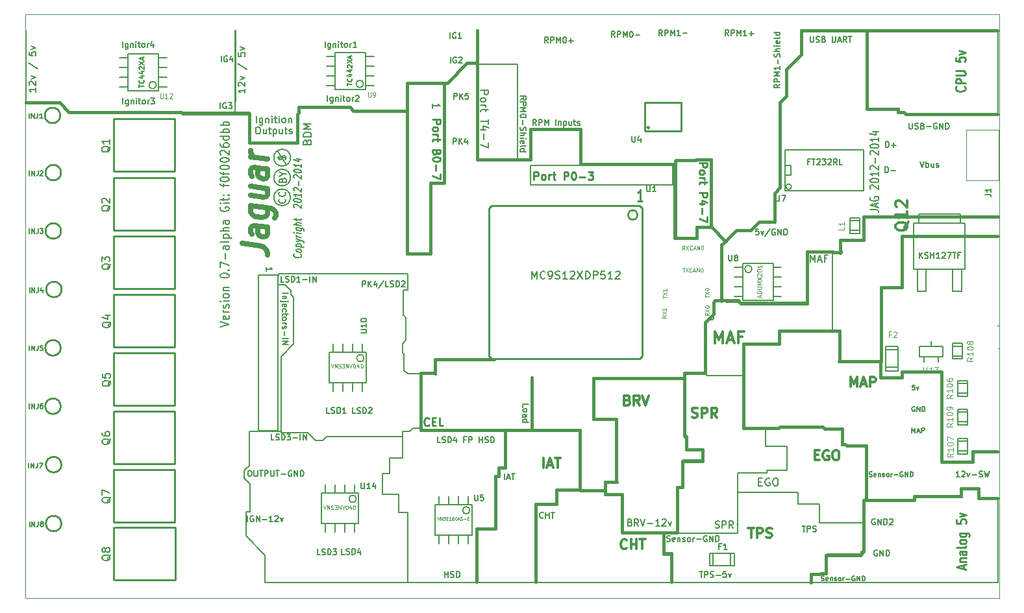
<source format=gto>
G04 (created by PCBNEW (2013-jul-07)-stable) date Sun 25 May 2014 01:06:24 AM EDT*
%MOIN*%
G04 Gerber Fmt 3.4, Leading zero omitted, Abs format*
%FSLAX34Y34*%
G01*
G70*
G90*
G04 APERTURE LIST*
%ADD10C,0.00393701*%
%ADD11C,0.00787402*%
%ADD12C,0.015*%
%ADD13C,0.00590551*%
%ADD14C,0.005*%
%ADD15C,0.00708661*%
%ADD16C,0.007*%
%ADD17C,0.006*%
%ADD18C,0.012*%
%ADD19C,0.0045*%
%ADD20C,0.0075*%
%ADD21C,0.0063*%
%ADD22C,0.025*%
%ADD23C,0.008*%
%ADD24C,0.01*%
%ADD25C,0.00669291*%
%ADD26C,0.001*%
%ADD27C,0.002*%
%ADD28C,0.004*%
%ADD29C,0.0047*%
%ADD30C,0.0059*%
%ADD31C,0.00375*%
%ADD32C,0.00492126*%
G04 APERTURE END LIST*
G54D10*
G54D11*
X26082Y-38277D02*
X27667Y-38277D01*
X26082Y-36870D02*
X26082Y-38277D01*
X25098Y-35885D02*
X26082Y-36870D01*
X25098Y-34665D02*
X25098Y-35885D01*
X25118Y-34645D02*
X25098Y-34665D01*
X25295Y-34645D02*
X25118Y-34645D01*
X25295Y-33198D02*
X25295Y-34645D01*
X25196Y-33100D02*
X25295Y-33198D01*
X25009Y-32913D02*
X25196Y-33100D01*
X25009Y-32529D02*
X25009Y-32913D01*
X25088Y-32450D02*
X25009Y-32529D01*
X25275Y-32263D02*
X25088Y-32450D01*
X25275Y-30511D02*
X25275Y-32263D01*
X26899Y-30511D02*
X25275Y-30511D01*
X33169Y-24507D02*
X33188Y-24527D01*
X33169Y-23228D02*
X33169Y-24507D01*
X33149Y-25994D02*
X33159Y-25984D01*
X33326Y-25816D02*
X33149Y-25994D01*
X33326Y-24665D02*
X33326Y-25816D01*
X33179Y-24517D02*
X33326Y-24665D01*
X34074Y-27539D02*
X34074Y-27509D01*
X33395Y-27539D02*
X34074Y-27539D01*
X33218Y-27362D02*
X33395Y-27539D01*
X33218Y-26525D02*
X33218Y-27362D01*
X33149Y-26456D02*
X33218Y-26525D01*
X33149Y-25984D02*
X33149Y-26456D01*
X33395Y-23228D02*
X33179Y-23228D01*
X33395Y-22401D02*
X33395Y-23228D01*
X26761Y-22401D02*
X33395Y-22401D01*
X26761Y-22431D02*
X26761Y-22401D01*
X26761Y-22490D02*
X26761Y-22431D01*
X26771Y-22962D02*
X26771Y-22972D01*
X27125Y-22962D02*
X26771Y-22962D01*
X27421Y-23257D02*
X27125Y-22962D01*
X27421Y-23454D02*
X27421Y-23257D01*
X27559Y-23592D02*
X27421Y-23454D01*
X27559Y-26003D02*
X27559Y-23592D01*
X26899Y-26663D02*
X27559Y-26003D01*
X26899Y-30570D02*
X26899Y-26663D01*
X28277Y-30570D02*
X26899Y-30570D01*
X28297Y-30590D02*
X28277Y-30570D01*
X28671Y-30964D02*
X28297Y-30590D01*
X29035Y-30964D02*
X28671Y-30964D01*
X29232Y-30767D02*
X29035Y-30964D01*
X33139Y-30767D02*
X29232Y-30767D01*
X34074Y-30344D02*
X34074Y-30354D01*
X33671Y-30344D02*
X34074Y-30344D01*
X33523Y-30492D02*
X33671Y-30344D01*
X33139Y-30492D02*
X33523Y-30492D01*
X33139Y-31879D02*
X33139Y-30492D01*
X32490Y-31879D02*
X33139Y-31879D01*
X32490Y-32657D02*
X32490Y-31879D01*
X32125Y-32657D02*
X32490Y-32657D01*
X32125Y-33750D02*
X32125Y-32657D01*
X32942Y-33750D02*
X32125Y-33750D01*
X32942Y-34675D02*
X32942Y-33750D01*
X32992Y-34675D02*
X32942Y-34675D01*
X33415Y-34675D02*
X32992Y-34675D01*
X33415Y-38248D02*
X33415Y-34675D01*
G54D12*
X34803Y-26801D02*
X35157Y-26801D01*
X34803Y-26811D02*
X34803Y-26801D01*
X34803Y-27519D02*
X34803Y-26811D01*
X55629Y-21289D02*
X55629Y-21279D01*
X55236Y-21289D02*
X55629Y-21289D01*
X53897Y-21279D02*
X55236Y-21279D01*
G54D13*
X38379Y-32985D02*
X38379Y-32685D01*
X38507Y-32899D02*
X38650Y-32899D01*
X38479Y-32985D02*
X38579Y-32685D01*
X38679Y-32985D01*
X38736Y-32685D02*
X38907Y-32685D01*
X38822Y-32985D02*
X38822Y-32685D01*
G54D12*
X36940Y-38228D02*
X36956Y-38228D01*
X36940Y-35488D02*
X36940Y-38228D01*
X37913Y-35488D02*
X36940Y-35488D01*
X38401Y-31149D02*
X38401Y-30437D01*
X34074Y-27515D02*
X34791Y-27515D01*
X34074Y-30433D02*
X34074Y-27515D01*
X39783Y-30433D02*
X34074Y-30433D01*
X39775Y-29291D02*
X39775Y-30429D01*
G54D14*
X31079Y-23070D02*
X31079Y-22770D01*
X31193Y-22770D01*
X31222Y-22784D01*
X31236Y-22798D01*
X31251Y-22827D01*
X31251Y-22870D01*
X31236Y-22898D01*
X31222Y-22913D01*
X31193Y-22927D01*
X31079Y-22927D01*
X31379Y-23070D02*
X31379Y-22770D01*
X31551Y-23070D02*
X31422Y-22898D01*
X31551Y-22770D02*
X31379Y-22941D01*
X31808Y-22870D02*
X31808Y-23070D01*
X31736Y-22755D02*
X31665Y-22970D01*
X31851Y-22970D01*
X32179Y-22755D02*
X31922Y-23141D01*
X32422Y-23070D02*
X32279Y-23070D01*
X32279Y-22770D01*
X32508Y-23055D02*
X32551Y-23070D01*
X32622Y-23070D01*
X32651Y-23055D01*
X32665Y-23041D01*
X32679Y-23013D01*
X32679Y-22984D01*
X32665Y-22955D01*
X32651Y-22941D01*
X32622Y-22927D01*
X32565Y-22913D01*
X32536Y-22898D01*
X32522Y-22884D01*
X32508Y-22855D01*
X32508Y-22827D01*
X32522Y-22798D01*
X32536Y-22784D01*
X32565Y-22770D01*
X32636Y-22770D01*
X32679Y-22784D01*
X32808Y-23070D02*
X32808Y-22770D01*
X32879Y-22770D01*
X32922Y-22784D01*
X32951Y-22813D01*
X32965Y-22841D01*
X32979Y-22898D01*
X32979Y-22941D01*
X32965Y-22998D01*
X32951Y-23027D01*
X32922Y-23055D01*
X32879Y-23070D01*
X32808Y-23070D01*
X33093Y-22798D02*
X33108Y-22784D01*
X33136Y-22770D01*
X33208Y-22770D01*
X33236Y-22784D01*
X33251Y-22798D01*
X33265Y-22827D01*
X33265Y-22855D01*
X33251Y-22898D01*
X33079Y-23070D01*
X33265Y-23070D01*
X35306Y-38003D02*
X35306Y-37703D01*
X35306Y-37846D02*
X35477Y-37846D01*
X35477Y-38003D02*
X35477Y-37703D01*
X35606Y-37989D02*
X35649Y-38003D01*
X35720Y-38003D01*
X35749Y-37989D01*
X35763Y-37974D01*
X35777Y-37946D01*
X35777Y-37917D01*
X35763Y-37889D01*
X35749Y-37874D01*
X35720Y-37860D01*
X35663Y-37846D01*
X35635Y-37831D01*
X35620Y-37817D01*
X35606Y-37789D01*
X35606Y-37760D01*
X35620Y-37731D01*
X35635Y-37717D01*
X35663Y-37703D01*
X35735Y-37703D01*
X35777Y-37717D01*
X35906Y-38003D02*
X35906Y-37703D01*
X35977Y-37703D01*
X36020Y-37717D01*
X36049Y-37746D01*
X36063Y-37774D01*
X36077Y-37831D01*
X36077Y-37874D01*
X36063Y-37931D01*
X36049Y-37960D01*
X36020Y-37989D01*
X35977Y-38003D01*
X35906Y-38003D01*
X28909Y-36843D02*
X28766Y-36843D01*
X28766Y-36543D01*
X28994Y-36829D02*
X29037Y-36843D01*
X29109Y-36843D01*
X29137Y-36829D01*
X29151Y-36815D01*
X29166Y-36786D01*
X29166Y-36758D01*
X29151Y-36729D01*
X29137Y-36715D01*
X29109Y-36701D01*
X29051Y-36686D01*
X29023Y-36672D01*
X29009Y-36658D01*
X28994Y-36629D01*
X28994Y-36601D01*
X29009Y-36572D01*
X29023Y-36558D01*
X29051Y-36543D01*
X29123Y-36543D01*
X29166Y-36558D01*
X29294Y-36843D02*
X29294Y-36543D01*
X29366Y-36543D01*
X29409Y-36558D01*
X29437Y-36586D01*
X29451Y-36615D01*
X29466Y-36672D01*
X29466Y-36715D01*
X29451Y-36772D01*
X29437Y-36801D01*
X29409Y-36829D01*
X29366Y-36843D01*
X29294Y-36843D01*
X29566Y-36543D02*
X29751Y-36543D01*
X29651Y-36658D01*
X29694Y-36658D01*
X29723Y-36672D01*
X29737Y-36686D01*
X29751Y-36715D01*
X29751Y-36786D01*
X29737Y-36815D01*
X29723Y-36829D01*
X29694Y-36843D01*
X29609Y-36843D01*
X29580Y-36829D01*
X29566Y-36815D01*
X26546Y-30948D02*
X26403Y-30948D01*
X26403Y-30648D01*
X26631Y-30933D02*
X26674Y-30948D01*
X26746Y-30948D01*
X26774Y-30933D01*
X26788Y-30919D01*
X26803Y-30891D01*
X26803Y-30862D01*
X26788Y-30833D01*
X26774Y-30819D01*
X26746Y-30805D01*
X26688Y-30791D01*
X26660Y-30776D01*
X26646Y-30762D01*
X26631Y-30733D01*
X26631Y-30705D01*
X26646Y-30676D01*
X26660Y-30662D01*
X26688Y-30648D01*
X26760Y-30648D01*
X26803Y-30662D01*
X26931Y-30948D02*
X26931Y-30648D01*
X27003Y-30648D01*
X27046Y-30662D01*
X27074Y-30691D01*
X27088Y-30719D01*
X27103Y-30776D01*
X27103Y-30819D01*
X27088Y-30876D01*
X27074Y-30905D01*
X27046Y-30933D01*
X27003Y-30948D01*
X26931Y-30948D01*
X27203Y-30648D02*
X27388Y-30648D01*
X27288Y-30762D01*
X27331Y-30762D01*
X27360Y-30776D01*
X27374Y-30791D01*
X27388Y-30819D01*
X27388Y-30891D01*
X27374Y-30919D01*
X27360Y-30933D01*
X27331Y-30948D01*
X27246Y-30948D01*
X27217Y-30933D01*
X27203Y-30919D01*
X27517Y-30833D02*
X27746Y-30833D01*
X27888Y-30948D02*
X27888Y-30648D01*
X28031Y-30948D02*
X28031Y-30648D01*
X28203Y-30948D01*
X28203Y-30648D01*
X59715Y-16620D02*
X59815Y-16920D01*
X59915Y-16620D01*
X60015Y-16920D02*
X60015Y-16620D01*
X60015Y-16734D02*
X60044Y-16720D01*
X60101Y-16720D01*
X60130Y-16734D01*
X60144Y-16749D01*
X60158Y-16777D01*
X60158Y-16863D01*
X60144Y-16892D01*
X60130Y-16906D01*
X60101Y-16920D01*
X60044Y-16920D01*
X60015Y-16906D01*
X60415Y-16720D02*
X60415Y-16920D01*
X60287Y-16720D02*
X60287Y-16877D01*
X60301Y-16906D01*
X60330Y-16920D01*
X60372Y-16920D01*
X60401Y-16906D01*
X60415Y-16892D01*
X60544Y-16906D02*
X60572Y-16920D01*
X60630Y-16920D01*
X60658Y-16906D01*
X60672Y-16877D01*
X60672Y-16863D01*
X60658Y-16834D01*
X60630Y-16820D01*
X60587Y-16820D01*
X60558Y-16806D01*
X60544Y-16777D01*
X60544Y-16763D01*
X60558Y-16734D01*
X60587Y-16720D01*
X60630Y-16720D01*
X60658Y-16734D01*
X59136Y-14660D02*
X59136Y-14902D01*
X59150Y-14931D01*
X59164Y-14945D01*
X59193Y-14960D01*
X59250Y-14960D01*
X59278Y-14945D01*
X59293Y-14931D01*
X59307Y-14902D01*
X59307Y-14660D01*
X59436Y-14945D02*
X59478Y-14960D01*
X59550Y-14960D01*
X59578Y-14945D01*
X59593Y-14931D01*
X59607Y-14902D01*
X59607Y-14874D01*
X59593Y-14845D01*
X59578Y-14831D01*
X59550Y-14817D01*
X59493Y-14802D01*
X59464Y-14788D01*
X59450Y-14774D01*
X59436Y-14745D01*
X59436Y-14717D01*
X59450Y-14688D01*
X59464Y-14674D01*
X59493Y-14660D01*
X59564Y-14660D01*
X59607Y-14674D01*
X59836Y-14802D02*
X59878Y-14817D01*
X59893Y-14831D01*
X59907Y-14860D01*
X59907Y-14902D01*
X59893Y-14931D01*
X59878Y-14945D01*
X59850Y-14960D01*
X59736Y-14960D01*
X59736Y-14660D01*
X59836Y-14660D01*
X59864Y-14674D01*
X59878Y-14688D01*
X59893Y-14717D01*
X59893Y-14745D01*
X59878Y-14774D01*
X59864Y-14788D01*
X59836Y-14802D01*
X59736Y-14802D01*
X60036Y-14845D02*
X60264Y-14845D01*
X60564Y-14674D02*
X60536Y-14660D01*
X60493Y-14660D01*
X60450Y-14674D01*
X60421Y-14702D01*
X60407Y-14731D01*
X60393Y-14788D01*
X60393Y-14831D01*
X60407Y-14888D01*
X60421Y-14917D01*
X60450Y-14945D01*
X60493Y-14960D01*
X60521Y-14960D01*
X60564Y-14945D01*
X60578Y-14931D01*
X60578Y-14831D01*
X60521Y-14831D01*
X60707Y-14960D02*
X60707Y-14660D01*
X60878Y-14960D01*
X60878Y-14660D01*
X61021Y-14960D02*
X61021Y-14660D01*
X61093Y-14660D01*
X61136Y-14674D01*
X61164Y-14702D01*
X61178Y-14731D01*
X61193Y-14788D01*
X61193Y-14831D01*
X61178Y-14888D01*
X61164Y-14917D01*
X61136Y-14945D01*
X61093Y-14960D01*
X61021Y-14960D01*
X57912Y-17208D02*
X57912Y-16908D01*
X57984Y-16908D01*
X58027Y-16922D01*
X58055Y-16950D01*
X58070Y-16979D01*
X58084Y-17036D01*
X58084Y-17079D01*
X58070Y-17136D01*
X58055Y-17165D01*
X58027Y-17193D01*
X57984Y-17208D01*
X57912Y-17208D01*
X58212Y-17093D02*
X58441Y-17093D01*
X57940Y-15904D02*
X57940Y-15604D01*
X58011Y-15604D01*
X58054Y-15619D01*
X58083Y-15647D01*
X58097Y-15676D01*
X58111Y-15733D01*
X58111Y-15776D01*
X58097Y-15833D01*
X58083Y-15862D01*
X58054Y-15890D01*
X58011Y-15904D01*
X57940Y-15904D01*
X58240Y-15790D02*
X58469Y-15790D01*
X58354Y-15904D02*
X58354Y-15676D01*
G54D12*
X49724Y-20732D02*
X49732Y-20732D01*
X48968Y-19976D02*
X49724Y-20732D01*
X57681Y-27752D02*
X57681Y-26890D01*
X58779Y-27752D02*
X57681Y-27752D01*
X58779Y-27437D02*
X58779Y-27752D01*
X60823Y-27437D02*
X58779Y-27437D01*
X60823Y-32075D02*
X60823Y-27437D01*
X62405Y-32075D02*
X60823Y-32075D01*
X62405Y-31527D02*
X62405Y-32075D01*
X63689Y-31527D02*
X62405Y-31527D01*
X58760Y-20453D02*
X63689Y-20453D01*
X58760Y-23106D02*
X58760Y-20453D01*
X57693Y-23106D02*
X58760Y-23106D01*
X57693Y-26905D02*
X57693Y-23106D01*
X55559Y-26905D02*
X57693Y-26905D01*
G54D11*
X24555Y-14126D02*
X24555Y-9866D01*
G54D12*
X52504Y-17980D02*
X52504Y-13614D01*
X52232Y-18264D02*
X52232Y-19744D01*
X52520Y-17976D02*
X52232Y-18264D01*
X56047Y-9902D02*
X53610Y-9902D01*
X53610Y-11126D02*
X53610Y-9925D01*
X52850Y-11886D02*
X53610Y-11126D01*
X52850Y-13272D02*
X52850Y-11886D01*
X52504Y-13618D02*
X52850Y-13272D01*
X52232Y-19748D02*
X52232Y-18508D01*
X51441Y-19748D02*
X52232Y-19748D01*
X51012Y-20177D02*
X51441Y-19748D01*
X50284Y-20177D02*
X51012Y-20177D01*
X49524Y-20937D02*
X50284Y-20177D01*
G54D14*
X51421Y-20104D02*
X51279Y-20104D01*
X51264Y-20247D01*
X51279Y-20233D01*
X51307Y-20218D01*
X51379Y-20218D01*
X51407Y-20233D01*
X51421Y-20247D01*
X51436Y-20275D01*
X51436Y-20347D01*
X51421Y-20375D01*
X51407Y-20390D01*
X51379Y-20404D01*
X51307Y-20404D01*
X51279Y-20390D01*
X51264Y-20375D01*
X51536Y-20204D02*
X51607Y-20404D01*
X51679Y-20204D01*
X52007Y-20090D02*
X51750Y-20475D01*
X52264Y-20118D02*
X52236Y-20104D01*
X52193Y-20104D01*
X52150Y-20118D01*
X52121Y-20147D01*
X52107Y-20175D01*
X52093Y-20233D01*
X52093Y-20275D01*
X52107Y-20333D01*
X52121Y-20361D01*
X52150Y-20390D01*
X52193Y-20404D01*
X52221Y-20404D01*
X52264Y-20390D01*
X52279Y-20375D01*
X52279Y-20275D01*
X52221Y-20275D01*
X52407Y-20404D02*
X52407Y-20104D01*
X52579Y-20404D01*
X52579Y-20104D01*
X52721Y-20404D02*
X52721Y-20104D01*
X52793Y-20104D01*
X52836Y-20118D01*
X52864Y-20147D01*
X52879Y-20175D01*
X52893Y-20233D01*
X52893Y-20275D01*
X52879Y-20333D01*
X52864Y-20361D01*
X52836Y-20390D01*
X52793Y-20404D01*
X52721Y-20404D01*
G54D12*
X36457Y-11583D02*
X36902Y-11583D01*
X35453Y-12587D02*
X36457Y-11583D01*
X35287Y-12587D02*
X35453Y-12587D01*
X35276Y-12598D02*
X35287Y-12587D01*
X56984Y-9905D02*
X63685Y-9905D01*
X58969Y-14189D02*
X63689Y-14189D01*
X58890Y-14110D02*
X58969Y-14189D01*
X58571Y-14110D02*
X58890Y-14110D01*
X58571Y-13929D02*
X58571Y-14110D01*
X56980Y-13929D02*
X58571Y-13929D01*
X56980Y-9902D02*
X56980Y-13929D01*
G54D14*
X30728Y-29582D02*
X30585Y-29582D01*
X30585Y-29282D01*
X30813Y-29567D02*
X30856Y-29582D01*
X30928Y-29582D01*
X30956Y-29567D01*
X30970Y-29553D01*
X30985Y-29524D01*
X30985Y-29496D01*
X30970Y-29467D01*
X30956Y-29453D01*
X30928Y-29439D01*
X30870Y-29424D01*
X30842Y-29410D01*
X30828Y-29396D01*
X30813Y-29367D01*
X30813Y-29339D01*
X30828Y-29310D01*
X30842Y-29296D01*
X30870Y-29282D01*
X30942Y-29282D01*
X30985Y-29296D01*
X31113Y-29582D02*
X31113Y-29282D01*
X31185Y-29282D01*
X31228Y-29296D01*
X31256Y-29324D01*
X31270Y-29353D01*
X31285Y-29410D01*
X31285Y-29453D01*
X31270Y-29510D01*
X31256Y-29539D01*
X31228Y-29567D01*
X31185Y-29582D01*
X31113Y-29582D01*
X31399Y-29310D02*
X31413Y-29296D01*
X31442Y-29282D01*
X31513Y-29282D01*
X31542Y-29296D01*
X31556Y-29310D01*
X31570Y-29339D01*
X31570Y-29367D01*
X31556Y-29410D01*
X31385Y-29582D01*
X31570Y-29582D01*
G54D15*
X14316Y-12851D02*
X14316Y-13054D01*
X14316Y-12952D02*
X13962Y-12952D01*
X14012Y-12986D01*
X14046Y-13020D01*
X14063Y-13054D01*
X13995Y-12716D02*
X13978Y-12699D01*
X13962Y-12666D01*
X13962Y-12581D01*
X13978Y-12548D01*
X13995Y-12531D01*
X14029Y-12514D01*
X14063Y-12514D01*
X14113Y-12531D01*
X14316Y-12733D01*
X14316Y-12514D01*
X14080Y-12396D02*
X14316Y-12311D01*
X14080Y-12227D01*
X13945Y-11569D02*
X14400Y-11873D01*
X13962Y-11012D02*
X13962Y-11181D01*
X14130Y-11198D01*
X14113Y-11181D01*
X14097Y-11147D01*
X14097Y-11063D01*
X14113Y-11029D01*
X14130Y-11012D01*
X14164Y-10995D01*
X14248Y-10995D01*
X14282Y-11012D01*
X14299Y-11029D01*
X14316Y-11063D01*
X14316Y-11147D01*
X14299Y-11181D01*
X14282Y-11198D01*
X14080Y-10877D02*
X14316Y-10793D01*
X14080Y-10708D01*
X25054Y-12890D02*
X25054Y-13093D01*
X25054Y-12992D02*
X24700Y-12992D01*
X24751Y-13025D01*
X24784Y-13059D01*
X24801Y-13093D01*
X24734Y-12755D02*
X24717Y-12739D01*
X24700Y-12705D01*
X24700Y-12620D01*
X24717Y-12587D01*
X24734Y-12570D01*
X24767Y-12553D01*
X24801Y-12553D01*
X24852Y-12570D01*
X25054Y-12772D01*
X25054Y-12553D01*
X24818Y-12435D02*
X25054Y-12350D01*
X24818Y-12266D01*
X24683Y-11608D02*
X25139Y-11912D01*
X24700Y-11051D02*
X24700Y-11220D01*
X24869Y-11237D01*
X24852Y-11220D01*
X24835Y-11186D01*
X24835Y-11102D01*
X24852Y-11068D01*
X24869Y-11051D01*
X24902Y-11034D01*
X24987Y-11034D01*
X25021Y-11051D01*
X25037Y-11068D01*
X25054Y-11102D01*
X25054Y-11186D01*
X25037Y-11220D01*
X25021Y-11237D01*
X24818Y-10916D02*
X25054Y-10832D01*
X24818Y-10748D01*
G54D12*
X49524Y-23803D02*
X49524Y-20913D01*
X63681Y-9905D02*
X63681Y-9886D01*
X56067Y-9905D02*
X63681Y-9905D01*
X56980Y-12704D02*
X56980Y-11752D01*
X56819Y-19476D02*
X56819Y-19555D01*
X63716Y-19476D02*
X56819Y-19476D01*
X56811Y-19492D02*
X56838Y-19465D01*
X56811Y-20657D02*
X56811Y-19492D01*
X55622Y-20657D02*
X56811Y-20657D01*
X55622Y-21327D02*
X55622Y-20657D01*
X53894Y-23925D02*
X53894Y-21327D01*
X50524Y-23925D02*
X53894Y-23925D01*
X50378Y-23779D02*
X50524Y-23925D01*
X49170Y-23779D02*
X50378Y-23779D01*
X49095Y-23854D02*
X49170Y-23779D01*
X49095Y-24476D02*
X49095Y-23854D01*
X48669Y-24902D02*
X49095Y-24476D01*
X48669Y-27516D02*
X48669Y-24902D01*
X47614Y-27516D02*
X48669Y-27516D01*
X47614Y-27799D02*
X47614Y-27516D01*
X47150Y-16599D02*
X47150Y-16772D01*
X47189Y-16560D02*
X47150Y-16599D01*
X48181Y-16560D02*
X47189Y-16560D01*
X48213Y-16528D02*
X48181Y-16560D01*
X48988Y-16528D02*
X48213Y-16528D01*
X48988Y-20000D02*
X48988Y-16528D01*
X48232Y-20000D02*
X48988Y-20000D01*
X48232Y-20567D02*
X48232Y-20000D01*
X47110Y-20567D02*
X48232Y-20567D01*
X47110Y-16776D02*
X47110Y-20567D01*
X42287Y-16776D02*
X47110Y-16776D01*
X42287Y-14965D02*
X42287Y-16776D01*
X39709Y-14965D02*
X42287Y-14965D01*
X39709Y-16543D02*
X39709Y-14965D01*
X36961Y-16543D02*
X39709Y-16543D01*
X36961Y-9917D02*
X36961Y-16543D01*
X33370Y-21366D02*
X33370Y-21339D01*
X34571Y-21366D02*
X33370Y-21366D01*
X34571Y-17752D02*
X34571Y-21366D01*
X35283Y-17752D02*
X34571Y-17752D01*
X35283Y-12598D02*
X35283Y-17752D01*
X33370Y-12598D02*
X35283Y-12598D01*
X33370Y-21346D02*
X33370Y-12598D01*
X33335Y-14020D02*
X33335Y-13996D01*
X30626Y-14020D02*
X33335Y-14020D01*
X30441Y-13835D02*
X30626Y-14020D01*
X27803Y-13835D02*
X30441Y-13835D01*
X27803Y-14142D02*
X27803Y-13835D01*
X27752Y-14193D02*
X27803Y-14142D01*
X27752Y-15677D02*
X27752Y-14193D01*
X25291Y-15677D02*
X27752Y-15677D01*
X25291Y-14165D02*
X25291Y-15677D01*
X21838Y-14165D02*
X25291Y-14165D01*
X21783Y-14110D02*
X21838Y-14165D01*
X16020Y-14110D02*
X21783Y-14110D01*
X15528Y-13618D02*
X16020Y-14110D01*
X13803Y-13618D02*
X15528Y-13618D01*
X63689Y-31531D02*
X63689Y-31520D01*
X55563Y-25342D02*
X55563Y-26898D01*
X52464Y-25342D02*
X55563Y-25342D01*
X52464Y-26000D02*
X52464Y-25342D01*
X50646Y-26000D02*
X52464Y-26000D01*
X50646Y-30350D02*
X50646Y-26000D01*
X52430Y-30350D02*
X50646Y-30350D01*
X52508Y-30272D02*
X52430Y-30350D01*
X54709Y-30272D02*
X52508Y-30272D01*
X54740Y-30303D02*
X54709Y-30272D01*
X54775Y-30338D02*
X54740Y-30303D01*
X54807Y-30370D02*
X54775Y-30338D01*
X55701Y-30370D02*
X54807Y-30370D01*
X55701Y-31181D02*
X55701Y-30370D01*
X55874Y-31181D02*
X55701Y-31181D01*
X55933Y-31240D02*
X55874Y-31181D01*
X56945Y-31240D02*
X55933Y-31240D01*
X56945Y-34039D02*
X56921Y-34039D01*
X56945Y-31244D02*
X56945Y-34039D01*
X62705Y-33941D02*
X63685Y-33941D01*
X62705Y-33445D02*
X62705Y-33941D01*
X61815Y-33445D02*
X62705Y-33445D01*
X61815Y-33476D02*
X61815Y-33445D01*
X61815Y-33835D02*
X61815Y-33476D01*
X59401Y-33835D02*
X61815Y-33835D01*
X59401Y-33886D02*
X59401Y-33835D01*
X59401Y-34043D02*
X59401Y-33886D01*
X56823Y-34043D02*
X59401Y-34043D01*
X56823Y-36685D02*
X56823Y-34043D01*
X56638Y-36870D02*
X56823Y-36685D01*
X54882Y-36870D02*
X56638Y-36870D01*
X54882Y-37803D02*
X54882Y-36870D01*
X54611Y-37803D02*
X54882Y-37803D01*
X54583Y-37831D02*
X54611Y-37803D01*
X54106Y-37831D02*
X54583Y-37831D01*
X54106Y-38264D02*
X54106Y-37831D01*
X46543Y-36791D02*
X46543Y-35697D01*
X46957Y-36791D02*
X46543Y-36791D01*
X46957Y-38244D02*
X46957Y-36791D01*
X43539Y-33563D02*
X43512Y-33563D01*
X43539Y-33685D02*
X43539Y-33563D01*
X43547Y-33693D02*
X43539Y-33685D01*
X43547Y-33732D02*
X43547Y-33693D01*
X44401Y-33732D02*
X43547Y-33732D01*
X44401Y-35697D02*
X44401Y-33732D01*
X47228Y-35697D02*
X44401Y-35697D01*
X47228Y-33374D02*
X47228Y-35697D01*
X47516Y-33374D02*
X47228Y-33374D01*
X47516Y-32020D02*
X47516Y-33374D01*
X48543Y-32020D02*
X47516Y-32020D01*
X48543Y-31425D02*
X48543Y-32020D01*
X47724Y-31425D02*
X48543Y-31425D01*
X47724Y-30830D02*
X47724Y-31425D01*
X47622Y-30728D02*
X47724Y-30830D01*
X47622Y-27772D02*
X47622Y-30728D01*
X42941Y-27772D02*
X47622Y-27772D01*
X42941Y-29862D02*
X42941Y-27772D01*
X44114Y-29862D02*
X42941Y-29862D01*
X44114Y-33066D02*
X44114Y-29862D01*
X44146Y-33098D02*
X44114Y-33066D01*
X43535Y-33098D02*
X44146Y-33098D01*
X43535Y-33543D02*
X43535Y-33098D01*
X42264Y-33543D02*
X43535Y-33543D01*
X39976Y-38236D02*
X39984Y-38236D01*
X39976Y-34244D02*
X39976Y-38236D01*
X41035Y-34244D02*
X39976Y-34244D01*
X41035Y-33504D02*
X41035Y-34244D01*
X42244Y-33504D02*
X41035Y-33504D01*
X42244Y-30429D02*
X42244Y-33504D01*
X39799Y-30429D02*
X42244Y-30429D01*
X39779Y-29291D02*
X39776Y-29291D01*
X39779Y-27748D02*
X39779Y-29291D01*
X35165Y-26803D02*
X37850Y-26803D01*
X38401Y-32382D02*
X38401Y-31150D01*
X38067Y-32382D02*
X38401Y-32382D01*
X38067Y-32807D02*
X38067Y-32382D01*
X37909Y-32807D02*
X38067Y-32807D01*
X37909Y-35484D02*
X37909Y-32807D01*
G54D16*
X63701Y-19480D02*
X63728Y-19480D01*
X56815Y-19480D02*
X57098Y-19480D01*
X56815Y-20709D02*
X56815Y-19480D01*
X55673Y-20709D02*
X56815Y-20709D01*
X55673Y-21315D02*
X55673Y-20709D01*
X55642Y-21315D02*
X55673Y-21315D01*
X55275Y-21315D02*
X55642Y-21315D01*
X55212Y-21378D02*
X55275Y-21315D01*
X55212Y-24142D02*
X55212Y-21382D01*
X63728Y-26248D02*
X63728Y-26252D01*
X55571Y-26575D02*
X55571Y-26929D01*
X55571Y-25374D02*
X55256Y-25374D01*
X55571Y-26575D02*
X55571Y-25374D01*
X56433Y-31216D02*
X56433Y-31276D01*
X55677Y-30335D02*
X55677Y-30339D01*
X51972Y-30335D02*
X55677Y-30335D01*
X51791Y-30335D02*
X51783Y-30343D01*
X51964Y-30335D02*
X51791Y-30335D01*
X55677Y-31220D02*
X56433Y-31220D01*
X55677Y-30854D02*
X55677Y-31220D01*
X55677Y-30854D02*
X55677Y-30339D01*
X24567Y-13161D02*
X24567Y-13535D01*
G54D17*
X61733Y-32845D02*
X61562Y-32845D01*
X61647Y-32845D02*
X61647Y-32545D01*
X61619Y-32588D01*
X61590Y-32616D01*
X61562Y-32631D01*
X61847Y-32574D02*
X61862Y-32559D01*
X61890Y-32545D01*
X61962Y-32545D01*
X61990Y-32559D01*
X62005Y-32574D01*
X62019Y-32602D01*
X62019Y-32631D01*
X62005Y-32674D01*
X61833Y-32845D01*
X62019Y-32845D01*
X62119Y-32645D02*
X62190Y-32845D01*
X62262Y-32645D01*
X62376Y-32731D02*
X62605Y-32731D01*
X62733Y-32831D02*
X62776Y-32845D01*
X62847Y-32845D01*
X62876Y-32831D01*
X62890Y-32816D01*
X62905Y-32788D01*
X62905Y-32759D01*
X62890Y-32731D01*
X62876Y-32716D01*
X62847Y-32702D01*
X62790Y-32688D01*
X62762Y-32674D01*
X62747Y-32659D01*
X62733Y-32631D01*
X62733Y-32602D01*
X62747Y-32574D01*
X62762Y-32559D01*
X62790Y-32545D01*
X62862Y-32545D01*
X62905Y-32559D01*
X63005Y-32545D02*
X63076Y-32845D01*
X63133Y-32631D01*
X63190Y-32845D01*
X63262Y-32545D01*
G54D16*
X42929Y-27866D02*
X42925Y-27866D01*
X42929Y-27779D02*
X42929Y-27866D01*
X47626Y-27779D02*
X42929Y-27779D01*
X47630Y-27779D02*
X47618Y-27779D01*
X47630Y-30642D02*
X47630Y-27779D01*
X47631Y-30642D02*
X47634Y-30645D01*
X47768Y-30779D02*
X47631Y-30642D01*
X47768Y-31488D02*
X47768Y-30779D01*
X48520Y-31488D02*
X47768Y-31488D01*
X48520Y-31972D02*
X48520Y-31488D01*
X47500Y-32138D02*
X47512Y-32138D01*
X47500Y-31972D02*
X47500Y-32138D01*
X48516Y-31972D02*
X47500Y-31972D01*
X13807Y-9902D02*
X13823Y-9902D01*
X13807Y-13622D02*
X13807Y-9902D01*
X53909Y-25358D02*
X52476Y-25358D01*
X52039Y-25968D02*
X52043Y-25968D01*
X52476Y-25968D02*
X52039Y-25968D01*
X52476Y-25354D02*
X52476Y-25968D01*
X52063Y-25968D02*
X52059Y-25968D01*
X38409Y-31142D02*
X38401Y-31142D01*
X38409Y-32382D02*
X38409Y-31142D01*
X38079Y-32382D02*
X38409Y-32382D01*
X38079Y-32768D02*
X38079Y-32382D01*
X37925Y-32768D02*
X38079Y-32768D01*
G54D18*
X44647Y-36504D02*
X44623Y-36528D01*
X44552Y-36552D01*
X44504Y-36552D01*
X44433Y-36528D01*
X44385Y-36480D01*
X44361Y-36433D01*
X44337Y-36338D01*
X44337Y-36266D01*
X44361Y-36171D01*
X44385Y-36123D01*
X44433Y-36076D01*
X44504Y-36052D01*
X44552Y-36052D01*
X44623Y-36076D01*
X44647Y-36100D01*
X44861Y-36552D02*
X44861Y-36052D01*
X44861Y-36290D02*
X45147Y-36290D01*
X45147Y-36552D02*
X45147Y-36052D01*
X45314Y-36052D02*
X45599Y-36052D01*
X45456Y-36552D02*
X45456Y-36052D01*
X44693Y-28893D02*
X44764Y-28917D01*
X44788Y-28941D01*
X44812Y-28988D01*
X44812Y-29060D01*
X44788Y-29107D01*
X44764Y-29131D01*
X44717Y-29155D01*
X44526Y-29155D01*
X44526Y-28655D01*
X44693Y-28655D01*
X44741Y-28679D01*
X44764Y-28703D01*
X44788Y-28750D01*
X44788Y-28798D01*
X44764Y-28845D01*
X44741Y-28869D01*
X44693Y-28893D01*
X44526Y-28893D01*
X45312Y-29155D02*
X45145Y-28917D01*
X45026Y-29155D02*
X45026Y-28655D01*
X45217Y-28655D01*
X45264Y-28679D01*
X45288Y-28703D01*
X45312Y-28750D01*
X45312Y-28822D01*
X45288Y-28869D01*
X45264Y-28893D01*
X45217Y-28917D01*
X45026Y-28917D01*
X45455Y-28655D02*
X45622Y-29155D01*
X45788Y-28655D01*
X47999Y-29768D02*
X48070Y-29792D01*
X48189Y-29792D01*
X48237Y-29768D01*
X48261Y-29744D01*
X48284Y-29697D01*
X48284Y-29649D01*
X48261Y-29601D01*
X48237Y-29578D01*
X48189Y-29554D01*
X48094Y-29530D01*
X48046Y-29506D01*
X48022Y-29482D01*
X47999Y-29435D01*
X47999Y-29387D01*
X48022Y-29340D01*
X48046Y-29316D01*
X48094Y-29292D01*
X48213Y-29292D01*
X48284Y-29316D01*
X48499Y-29792D02*
X48499Y-29292D01*
X48689Y-29292D01*
X48737Y-29316D01*
X48761Y-29340D01*
X48784Y-29387D01*
X48784Y-29459D01*
X48761Y-29506D01*
X48737Y-29530D01*
X48689Y-29554D01*
X48499Y-29554D01*
X49284Y-29792D02*
X49118Y-29554D01*
X48999Y-29792D02*
X48999Y-29292D01*
X49189Y-29292D01*
X49237Y-29316D01*
X49261Y-29340D01*
X49284Y-29387D01*
X49284Y-29459D01*
X49261Y-29506D01*
X49237Y-29530D01*
X49189Y-29554D01*
X48999Y-29554D01*
X54297Y-31716D02*
X54464Y-31716D01*
X54536Y-31978D02*
X54297Y-31978D01*
X54297Y-31478D01*
X54536Y-31478D01*
X55012Y-31502D02*
X54964Y-31478D01*
X54893Y-31478D01*
X54821Y-31502D01*
X54774Y-31549D01*
X54750Y-31597D01*
X54726Y-31692D01*
X54726Y-31764D01*
X54750Y-31859D01*
X54774Y-31906D01*
X54821Y-31954D01*
X54893Y-31978D01*
X54940Y-31978D01*
X55012Y-31954D01*
X55036Y-31930D01*
X55036Y-31764D01*
X54940Y-31764D01*
X55345Y-31478D02*
X55440Y-31478D01*
X55488Y-31502D01*
X55536Y-31549D01*
X55559Y-31645D01*
X55559Y-31811D01*
X55536Y-31906D01*
X55488Y-31954D01*
X55440Y-31978D01*
X55345Y-31978D01*
X55297Y-31954D01*
X55250Y-31906D01*
X55226Y-31811D01*
X55226Y-31645D01*
X55250Y-31549D01*
X55297Y-31502D01*
X55345Y-31478D01*
G54D16*
X50630Y-30342D02*
X50630Y-30339D01*
X51787Y-30342D02*
X50630Y-30342D01*
X56964Y-34004D02*
X56968Y-34004D01*
X56964Y-31276D02*
X56964Y-34004D01*
X56433Y-31276D02*
X56964Y-31276D01*
X63728Y-25079D02*
X63724Y-25083D01*
X57819Y-19480D02*
X57827Y-19480D01*
X53901Y-22559D02*
X53905Y-22563D01*
G54D19*
X48871Y-24423D02*
X48776Y-24490D01*
X48871Y-24537D02*
X48671Y-24537D01*
X48671Y-24461D01*
X48681Y-24442D01*
X48691Y-24433D01*
X48710Y-24423D01*
X48738Y-24423D01*
X48757Y-24433D01*
X48767Y-24442D01*
X48776Y-24461D01*
X48776Y-24537D01*
X48671Y-24356D02*
X48871Y-24223D01*
X48671Y-24223D02*
X48871Y-24356D01*
X48671Y-24109D02*
X48671Y-24090D01*
X48681Y-24071D01*
X48691Y-24061D01*
X48710Y-24052D01*
X48748Y-24042D01*
X48795Y-24042D01*
X48833Y-24052D01*
X48852Y-24061D01*
X48862Y-24071D01*
X48871Y-24090D01*
X48871Y-24109D01*
X48862Y-24128D01*
X48852Y-24137D01*
X48833Y-24147D01*
X48795Y-24156D01*
X48748Y-24156D01*
X48710Y-24147D01*
X48691Y-24137D01*
X48681Y-24128D01*
X48671Y-24109D01*
X48663Y-23617D02*
X48663Y-23503D01*
X48863Y-23560D02*
X48663Y-23560D01*
X48663Y-23455D02*
X48863Y-23322D01*
X48663Y-23322D02*
X48863Y-23455D01*
X48663Y-23208D02*
X48663Y-23189D01*
X48673Y-23170D01*
X48683Y-23160D01*
X48702Y-23150D01*
X48740Y-23141D01*
X48787Y-23141D01*
X48825Y-23150D01*
X48844Y-23160D01*
X48854Y-23170D01*
X48863Y-23189D01*
X48863Y-23208D01*
X48854Y-23227D01*
X48844Y-23236D01*
X48825Y-23246D01*
X48787Y-23255D01*
X48740Y-23255D01*
X48702Y-23246D01*
X48683Y-23236D01*
X48673Y-23227D01*
X48663Y-23208D01*
X46686Y-24549D02*
X46591Y-24616D01*
X46686Y-24663D02*
X46486Y-24663D01*
X46486Y-24587D01*
X46496Y-24568D01*
X46506Y-24559D01*
X46525Y-24549D01*
X46553Y-24549D01*
X46572Y-24559D01*
X46582Y-24568D01*
X46591Y-24587D01*
X46591Y-24663D01*
X46486Y-24482D02*
X46686Y-24349D01*
X46486Y-24349D02*
X46686Y-24482D01*
X46686Y-24168D02*
X46686Y-24282D01*
X46686Y-24225D02*
X46486Y-24225D01*
X46515Y-24244D01*
X46534Y-24263D01*
X46544Y-24282D01*
X46498Y-23652D02*
X46498Y-23538D01*
X46698Y-23595D02*
X46498Y-23595D01*
X46498Y-23490D02*
X46698Y-23357D01*
X46498Y-23357D02*
X46698Y-23490D01*
X46698Y-23176D02*
X46698Y-23290D01*
X46698Y-23233D02*
X46498Y-23233D01*
X46527Y-23252D01*
X46546Y-23271D01*
X46556Y-23290D01*
X47502Y-22114D02*
X47617Y-22114D01*
X47560Y-22314D02*
X47560Y-22114D01*
X47664Y-22114D02*
X47798Y-22314D01*
X47798Y-22114D02*
X47664Y-22314D01*
X47988Y-22295D02*
X47979Y-22305D01*
X47950Y-22314D01*
X47931Y-22314D01*
X47902Y-22305D01*
X47883Y-22286D01*
X47874Y-22267D01*
X47864Y-22229D01*
X47864Y-22200D01*
X47874Y-22162D01*
X47883Y-22143D01*
X47902Y-22124D01*
X47931Y-22114D01*
X47950Y-22114D01*
X47979Y-22124D01*
X47988Y-22134D01*
X48064Y-22257D02*
X48160Y-22257D01*
X48045Y-22314D02*
X48112Y-22114D01*
X48179Y-22314D01*
X48245Y-22314D02*
X48245Y-22114D01*
X48360Y-22314D01*
X48360Y-22114D01*
X48493Y-22114D02*
X48512Y-22114D01*
X48531Y-22124D01*
X48541Y-22134D01*
X48550Y-22153D01*
X48560Y-22191D01*
X48560Y-22238D01*
X48550Y-22276D01*
X48541Y-22295D01*
X48531Y-22305D01*
X48512Y-22314D01*
X48493Y-22314D01*
X48474Y-22305D01*
X48464Y-22295D01*
X48455Y-22276D01*
X48445Y-22238D01*
X48445Y-22191D01*
X48455Y-22153D01*
X48464Y-22134D01*
X48474Y-22124D01*
X48493Y-22114D01*
X47621Y-21163D02*
X47555Y-21068D01*
X47507Y-21163D02*
X47507Y-20963D01*
X47583Y-20963D01*
X47602Y-20973D01*
X47612Y-20983D01*
X47621Y-21002D01*
X47621Y-21030D01*
X47612Y-21049D01*
X47602Y-21059D01*
X47583Y-21068D01*
X47507Y-21068D01*
X47688Y-20963D02*
X47821Y-21163D01*
X47821Y-20963D02*
X47688Y-21163D01*
X48012Y-21144D02*
X48002Y-21154D01*
X47974Y-21163D01*
X47955Y-21163D01*
X47926Y-21154D01*
X47907Y-21135D01*
X47898Y-21116D01*
X47888Y-21078D01*
X47888Y-21049D01*
X47898Y-21011D01*
X47907Y-20992D01*
X47926Y-20973D01*
X47955Y-20963D01*
X47974Y-20963D01*
X48002Y-20973D01*
X48012Y-20983D01*
X48088Y-21106D02*
X48183Y-21106D01*
X48069Y-21163D02*
X48136Y-20963D01*
X48202Y-21163D01*
X48269Y-21163D02*
X48269Y-20963D01*
X48383Y-21163D01*
X48383Y-20963D01*
X48517Y-20963D02*
X48536Y-20963D01*
X48555Y-20973D01*
X48564Y-20983D01*
X48574Y-21002D01*
X48583Y-21040D01*
X48583Y-21087D01*
X48574Y-21125D01*
X48564Y-21144D01*
X48555Y-21154D01*
X48536Y-21163D01*
X48517Y-21163D01*
X48498Y-21154D01*
X48488Y-21144D01*
X48479Y-21125D01*
X48469Y-21087D01*
X48469Y-21040D01*
X48479Y-21002D01*
X48488Y-20983D01*
X48498Y-20973D01*
X48517Y-20963D01*
G54D16*
X53905Y-21382D02*
X53905Y-21634D01*
X60929Y-19480D02*
X57094Y-19480D01*
G54D14*
X57396Y-35005D02*
X57367Y-34990D01*
X57324Y-34990D01*
X57282Y-35005D01*
X57253Y-35033D01*
X57239Y-35062D01*
X57224Y-35119D01*
X57224Y-35162D01*
X57239Y-35219D01*
X57253Y-35247D01*
X57282Y-35276D01*
X57324Y-35290D01*
X57353Y-35290D01*
X57396Y-35276D01*
X57410Y-35262D01*
X57410Y-35162D01*
X57353Y-35162D01*
X57539Y-35290D02*
X57539Y-34990D01*
X57710Y-35290D01*
X57710Y-34990D01*
X57853Y-35290D02*
X57853Y-34990D01*
X57924Y-34990D01*
X57967Y-35005D01*
X57996Y-35033D01*
X58010Y-35062D01*
X58024Y-35119D01*
X58024Y-35162D01*
X58010Y-35219D01*
X57996Y-35247D01*
X57967Y-35276D01*
X57924Y-35290D01*
X57853Y-35290D01*
X58139Y-35019D02*
X58153Y-35005D01*
X58182Y-34990D01*
X58253Y-34990D01*
X58282Y-35005D01*
X58296Y-35019D01*
X58310Y-35047D01*
X58310Y-35076D01*
X58296Y-35119D01*
X58124Y-35290D01*
X58310Y-35290D01*
X52515Y-12675D02*
X52372Y-12775D01*
X52515Y-12846D02*
X52215Y-12846D01*
X52215Y-12732D01*
X52229Y-12703D01*
X52244Y-12689D01*
X52272Y-12675D01*
X52315Y-12675D01*
X52344Y-12689D01*
X52358Y-12703D01*
X52372Y-12732D01*
X52372Y-12846D01*
X52515Y-12546D02*
X52215Y-12546D01*
X52215Y-12432D01*
X52229Y-12403D01*
X52244Y-12389D01*
X52272Y-12375D01*
X52315Y-12375D01*
X52344Y-12389D01*
X52358Y-12403D01*
X52372Y-12432D01*
X52372Y-12546D01*
X52515Y-12246D02*
X52215Y-12246D01*
X52429Y-12146D01*
X52215Y-12046D01*
X52515Y-12046D01*
X52515Y-11746D02*
X52515Y-11917D01*
X52515Y-11832D02*
X52215Y-11832D01*
X52258Y-11860D01*
X52286Y-11889D01*
X52301Y-11917D01*
X52401Y-11617D02*
X52401Y-11389D01*
X52501Y-11260D02*
X52515Y-11217D01*
X52515Y-11146D01*
X52501Y-11117D01*
X52486Y-11103D01*
X52458Y-11089D01*
X52429Y-11089D01*
X52401Y-11103D01*
X52386Y-11117D01*
X52372Y-11146D01*
X52358Y-11203D01*
X52344Y-11232D01*
X52329Y-11246D01*
X52301Y-11260D01*
X52272Y-11260D01*
X52244Y-11246D01*
X52229Y-11232D01*
X52215Y-11203D01*
X52215Y-11132D01*
X52229Y-11089D01*
X52515Y-10960D02*
X52215Y-10960D01*
X52515Y-10832D02*
X52358Y-10832D01*
X52329Y-10846D01*
X52315Y-10875D01*
X52315Y-10917D01*
X52329Y-10946D01*
X52344Y-10960D01*
X52515Y-10689D02*
X52315Y-10689D01*
X52215Y-10689D02*
X52229Y-10703D01*
X52244Y-10689D01*
X52229Y-10675D01*
X52215Y-10689D01*
X52244Y-10689D01*
X52501Y-10432D02*
X52515Y-10460D01*
X52515Y-10517D01*
X52501Y-10546D01*
X52472Y-10560D01*
X52358Y-10560D01*
X52329Y-10546D01*
X52315Y-10517D01*
X52315Y-10460D01*
X52329Y-10432D01*
X52358Y-10417D01*
X52386Y-10417D01*
X52415Y-10560D01*
X52515Y-10246D02*
X52501Y-10275D01*
X52472Y-10289D01*
X52215Y-10289D01*
X52515Y-10003D02*
X52215Y-10003D01*
X52501Y-10003D02*
X52515Y-10032D01*
X52515Y-10089D01*
X52501Y-10117D01*
X52486Y-10132D01*
X52458Y-10146D01*
X52372Y-10146D01*
X52344Y-10132D01*
X52329Y-10117D01*
X52315Y-10089D01*
X52315Y-10032D01*
X52329Y-10003D01*
X49883Y-10168D02*
X49783Y-10025D01*
X49712Y-10168D02*
X49712Y-9868D01*
X49826Y-9868D01*
X49855Y-9882D01*
X49869Y-9897D01*
X49883Y-9925D01*
X49883Y-9968D01*
X49869Y-9997D01*
X49855Y-10011D01*
X49826Y-10025D01*
X49712Y-10025D01*
X50012Y-10168D02*
X50012Y-9868D01*
X50126Y-9868D01*
X50155Y-9882D01*
X50169Y-9897D01*
X50183Y-9925D01*
X50183Y-9968D01*
X50169Y-9997D01*
X50155Y-10011D01*
X50126Y-10025D01*
X50012Y-10025D01*
X50312Y-10168D02*
X50312Y-9868D01*
X50412Y-10082D01*
X50512Y-9868D01*
X50512Y-10168D01*
X50812Y-10168D02*
X50641Y-10168D01*
X50726Y-10168D02*
X50726Y-9868D01*
X50698Y-9911D01*
X50669Y-9939D01*
X50641Y-9954D01*
X50941Y-10054D02*
X51169Y-10054D01*
X51055Y-10168D02*
X51055Y-9939D01*
X46473Y-10164D02*
X46373Y-10021D01*
X46302Y-10164D02*
X46302Y-9864D01*
X46416Y-9864D01*
X46445Y-9878D01*
X46459Y-9893D01*
X46473Y-9921D01*
X46473Y-9964D01*
X46459Y-9993D01*
X46445Y-10007D01*
X46416Y-10021D01*
X46302Y-10021D01*
X46602Y-10164D02*
X46602Y-9864D01*
X46716Y-9864D01*
X46745Y-9878D01*
X46759Y-9893D01*
X46773Y-9921D01*
X46773Y-9964D01*
X46759Y-9993D01*
X46745Y-10007D01*
X46716Y-10021D01*
X46602Y-10021D01*
X46902Y-10164D02*
X46902Y-9864D01*
X47002Y-10078D01*
X47102Y-9864D01*
X47102Y-10164D01*
X47402Y-10164D02*
X47231Y-10164D01*
X47316Y-10164D02*
X47316Y-9864D01*
X47288Y-9907D01*
X47259Y-9935D01*
X47231Y-9950D01*
X47531Y-10050D02*
X47759Y-10050D01*
X44036Y-10239D02*
X43936Y-10096D01*
X43865Y-10239D02*
X43865Y-9939D01*
X43979Y-9939D01*
X44008Y-9953D01*
X44022Y-9968D01*
X44036Y-9996D01*
X44036Y-10039D01*
X44022Y-10068D01*
X44008Y-10082D01*
X43979Y-10096D01*
X43865Y-10096D01*
X44165Y-10239D02*
X44165Y-9939D01*
X44279Y-9939D01*
X44308Y-9953D01*
X44322Y-9968D01*
X44336Y-9996D01*
X44336Y-10039D01*
X44322Y-10068D01*
X44308Y-10082D01*
X44279Y-10096D01*
X44165Y-10096D01*
X44465Y-10239D02*
X44465Y-9939D01*
X44565Y-10153D01*
X44665Y-9939D01*
X44665Y-10239D01*
X44865Y-9939D02*
X44894Y-9939D01*
X44922Y-9953D01*
X44936Y-9968D01*
X44951Y-9996D01*
X44965Y-10053D01*
X44965Y-10125D01*
X44951Y-10182D01*
X44936Y-10210D01*
X44922Y-10225D01*
X44894Y-10239D01*
X44865Y-10239D01*
X44836Y-10225D01*
X44822Y-10210D01*
X44808Y-10182D01*
X44794Y-10125D01*
X44794Y-10053D01*
X44808Y-9996D01*
X44822Y-9968D01*
X44836Y-9953D01*
X44865Y-9939D01*
X45094Y-10125D02*
X45322Y-10125D01*
X40615Y-10538D02*
X40515Y-10395D01*
X40444Y-10538D02*
X40444Y-10238D01*
X40558Y-10238D01*
X40587Y-10252D01*
X40601Y-10267D01*
X40615Y-10295D01*
X40615Y-10338D01*
X40601Y-10367D01*
X40587Y-10381D01*
X40558Y-10395D01*
X40444Y-10395D01*
X40744Y-10538D02*
X40744Y-10238D01*
X40858Y-10238D01*
X40887Y-10252D01*
X40901Y-10267D01*
X40915Y-10295D01*
X40915Y-10338D01*
X40901Y-10367D01*
X40887Y-10381D01*
X40858Y-10395D01*
X40744Y-10395D01*
X41044Y-10538D02*
X41044Y-10238D01*
X41144Y-10452D01*
X41244Y-10238D01*
X41244Y-10538D01*
X41444Y-10238D02*
X41473Y-10238D01*
X41501Y-10252D01*
X41515Y-10267D01*
X41530Y-10295D01*
X41544Y-10352D01*
X41544Y-10424D01*
X41530Y-10481D01*
X41515Y-10509D01*
X41501Y-10524D01*
X41473Y-10538D01*
X41444Y-10538D01*
X41415Y-10524D01*
X41401Y-10509D01*
X41387Y-10481D01*
X41373Y-10424D01*
X41373Y-10352D01*
X41387Y-10295D01*
X41401Y-10267D01*
X41415Y-10252D01*
X41444Y-10238D01*
X41673Y-10424D02*
X41901Y-10424D01*
X41787Y-10538D02*
X41787Y-10309D01*
X39189Y-13455D02*
X39332Y-13355D01*
X39189Y-13283D02*
X39489Y-13283D01*
X39489Y-13397D01*
X39475Y-13426D01*
X39461Y-13440D01*
X39432Y-13455D01*
X39389Y-13455D01*
X39361Y-13440D01*
X39346Y-13426D01*
X39332Y-13397D01*
X39332Y-13283D01*
X39189Y-13583D02*
X39489Y-13583D01*
X39489Y-13697D01*
X39475Y-13726D01*
X39461Y-13740D01*
X39432Y-13755D01*
X39389Y-13755D01*
X39361Y-13740D01*
X39346Y-13726D01*
X39332Y-13697D01*
X39332Y-13583D01*
X39189Y-13883D02*
X39489Y-13883D01*
X39275Y-13983D01*
X39489Y-14083D01*
X39189Y-14083D01*
X39489Y-14283D02*
X39489Y-14312D01*
X39475Y-14340D01*
X39461Y-14355D01*
X39432Y-14369D01*
X39375Y-14383D01*
X39303Y-14383D01*
X39246Y-14369D01*
X39218Y-14355D01*
X39203Y-14340D01*
X39189Y-14312D01*
X39189Y-14283D01*
X39203Y-14255D01*
X39218Y-14240D01*
X39246Y-14226D01*
X39303Y-14212D01*
X39375Y-14212D01*
X39432Y-14226D01*
X39461Y-14240D01*
X39475Y-14255D01*
X39489Y-14283D01*
X39303Y-14512D02*
X39303Y-14740D01*
X39203Y-14869D02*
X39189Y-14912D01*
X39189Y-14983D01*
X39203Y-15012D01*
X39218Y-15026D01*
X39246Y-15040D01*
X39275Y-15040D01*
X39303Y-15026D01*
X39318Y-15012D01*
X39332Y-14983D01*
X39346Y-14926D01*
X39361Y-14897D01*
X39375Y-14883D01*
X39403Y-14869D01*
X39432Y-14869D01*
X39461Y-14883D01*
X39475Y-14897D01*
X39489Y-14926D01*
X39489Y-14997D01*
X39475Y-15040D01*
X39189Y-15169D02*
X39489Y-15169D01*
X39189Y-15297D02*
X39346Y-15297D01*
X39375Y-15283D01*
X39389Y-15255D01*
X39389Y-15212D01*
X39375Y-15183D01*
X39361Y-15169D01*
X39189Y-15440D02*
X39389Y-15440D01*
X39489Y-15440D02*
X39475Y-15426D01*
X39461Y-15440D01*
X39475Y-15455D01*
X39489Y-15440D01*
X39461Y-15440D01*
X39203Y-15697D02*
X39189Y-15669D01*
X39189Y-15612D01*
X39203Y-15583D01*
X39232Y-15569D01*
X39346Y-15569D01*
X39375Y-15583D01*
X39389Y-15612D01*
X39389Y-15669D01*
X39375Y-15697D01*
X39346Y-15712D01*
X39318Y-15712D01*
X39289Y-15569D01*
X39189Y-15883D02*
X39203Y-15855D01*
X39232Y-15840D01*
X39489Y-15840D01*
X39189Y-16126D02*
X39489Y-16126D01*
X39203Y-16126D02*
X39189Y-16097D01*
X39189Y-16040D01*
X39203Y-16012D01*
X39218Y-15997D01*
X39246Y-15983D01*
X39332Y-15983D01*
X39361Y-15997D01*
X39375Y-16012D01*
X39389Y-16040D01*
X39389Y-16097D01*
X39375Y-16126D01*
G54D16*
X39031Y-16496D02*
X39035Y-16500D01*
X39709Y-16496D02*
X39031Y-16496D01*
X39709Y-14968D02*
X39709Y-16496D01*
X42279Y-14968D02*
X39709Y-14968D01*
X36961Y-11650D02*
X36961Y-11626D01*
X36961Y-9902D02*
X36961Y-11650D01*
X36961Y-11626D02*
X36961Y-11650D01*
X39039Y-11626D02*
X36961Y-11626D01*
G54D14*
X35762Y-13420D02*
X35762Y-13120D01*
X35876Y-13120D01*
X35905Y-13134D01*
X35919Y-13149D01*
X35934Y-13177D01*
X35934Y-13220D01*
X35919Y-13249D01*
X35905Y-13263D01*
X35876Y-13277D01*
X35762Y-13277D01*
X36062Y-13420D02*
X36062Y-13120D01*
X36234Y-13420D02*
X36105Y-13249D01*
X36234Y-13120D02*
X36062Y-13291D01*
X36505Y-13120D02*
X36362Y-13120D01*
X36348Y-13263D01*
X36362Y-13249D01*
X36391Y-13234D01*
X36462Y-13234D01*
X36491Y-13249D01*
X36505Y-13263D01*
X36519Y-13291D01*
X36519Y-13363D01*
X36505Y-13391D01*
X36491Y-13406D01*
X36462Y-13420D01*
X36391Y-13420D01*
X36362Y-13406D01*
X36348Y-13391D01*
X35734Y-15743D02*
X35734Y-15443D01*
X35848Y-15443D01*
X35877Y-15457D01*
X35891Y-15472D01*
X35906Y-15500D01*
X35906Y-15543D01*
X35891Y-15572D01*
X35877Y-15586D01*
X35848Y-15600D01*
X35734Y-15600D01*
X36034Y-15743D02*
X36034Y-15443D01*
X36206Y-15743D02*
X36077Y-15572D01*
X36206Y-15443D02*
X36034Y-15614D01*
X36463Y-15543D02*
X36463Y-15743D01*
X36391Y-15429D02*
X36320Y-15643D01*
X36506Y-15643D01*
G54D16*
X33378Y-12618D02*
X33425Y-12618D01*
X33378Y-13984D02*
X33378Y-12618D01*
X24571Y-9902D02*
X24571Y-10181D01*
X13811Y-13626D02*
X13811Y-13618D01*
X15532Y-13626D02*
X13811Y-13626D01*
X16024Y-14118D02*
X15532Y-13626D01*
X25295Y-14118D02*
X16024Y-14118D01*
G54D20*
X28243Y-15628D02*
X28262Y-15570D01*
X28281Y-15551D01*
X28319Y-15532D01*
X28376Y-15532D01*
X28414Y-15551D01*
X28433Y-15570D01*
X28452Y-15608D01*
X28452Y-15761D01*
X28052Y-15761D01*
X28052Y-15628D01*
X28071Y-15589D01*
X28091Y-15570D01*
X28129Y-15551D01*
X28167Y-15551D01*
X28205Y-15570D01*
X28224Y-15589D01*
X28243Y-15628D01*
X28243Y-15761D01*
X28452Y-15361D02*
X28052Y-15361D01*
X28052Y-15266D01*
X28071Y-15208D01*
X28110Y-15170D01*
X28148Y-15151D01*
X28224Y-15132D01*
X28281Y-15132D01*
X28357Y-15151D01*
X28395Y-15170D01*
X28433Y-15208D01*
X28452Y-15266D01*
X28452Y-15361D01*
X28452Y-14961D02*
X28052Y-14961D01*
X28338Y-14828D01*
X28052Y-14694D01*
X28452Y-14694D01*
G54D14*
X35087Y-31076D02*
X34944Y-31076D01*
X34944Y-30776D01*
X35173Y-31061D02*
X35216Y-31076D01*
X35287Y-31076D01*
X35316Y-31061D01*
X35330Y-31047D01*
X35344Y-31019D01*
X35344Y-30990D01*
X35330Y-30961D01*
X35316Y-30947D01*
X35287Y-30933D01*
X35230Y-30919D01*
X35202Y-30904D01*
X35187Y-30890D01*
X35173Y-30861D01*
X35173Y-30833D01*
X35187Y-30804D01*
X35202Y-30790D01*
X35230Y-30776D01*
X35302Y-30776D01*
X35344Y-30790D01*
X35473Y-31076D02*
X35473Y-30776D01*
X35544Y-30776D01*
X35587Y-30790D01*
X35616Y-30819D01*
X35630Y-30847D01*
X35644Y-30904D01*
X35644Y-30947D01*
X35630Y-31004D01*
X35616Y-31033D01*
X35587Y-31061D01*
X35544Y-31076D01*
X35473Y-31076D01*
X35902Y-30876D02*
X35902Y-31076D01*
X35830Y-30761D02*
X35759Y-30976D01*
X35944Y-30976D01*
X36387Y-30919D02*
X36287Y-30919D01*
X36287Y-31076D02*
X36287Y-30776D01*
X36430Y-30776D01*
X36544Y-31076D02*
X36544Y-30776D01*
X36659Y-30776D01*
X36687Y-30790D01*
X36702Y-30804D01*
X36716Y-30833D01*
X36716Y-30876D01*
X36702Y-30904D01*
X36687Y-30919D01*
X36659Y-30933D01*
X36544Y-30933D01*
X37073Y-31076D02*
X37073Y-30776D01*
X37073Y-30919D02*
X37244Y-30919D01*
X37244Y-31076D02*
X37244Y-30776D01*
X37373Y-31061D02*
X37416Y-31076D01*
X37487Y-31076D01*
X37516Y-31061D01*
X37530Y-31047D01*
X37544Y-31019D01*
X37544Y-30990D01*
X37530Y-30961D01*
X37516Y-30947D01*
X37487Y-30933D01*
X37430Y-30919D01*
X37402Y-30904D01*
X37387Y-30890D01*
X37373Y-30861D01*
X37373Y-30833D01*
X37387Y-30804D01*
X37402Y-30790D01*
X37430Y-30776D01*
X37502Y-30776D01*
X37544Y-30790D01*
X37673Y-31076D02*
X37673Y-30776D01*
X37744Y-30776D01*
X37787Y-30790D01*
X37816Y-30819D01*
X37830Y-30847D01*
X37844Y-30904D01*
X37844Y-30947D01*
X37830Y-31004D01*
X37816Y-31033D01*
X37787Y-31061D01*
X37744Y-31076D01*
X37673Y-31076D01*
X25189Y-35137D02*
X25189Y-34837D01*
X25489Y-34851D02*
X25461Y-34837D01*
X25418Y-34837D01*
X25375Y-34851D01*
X25346Y-34880D01*
X25332Y-34908D01*
X25318Y-34965D01*
X25318Y-35008D01*
X25332Y-35065D01*
X25346Y-35094D01*
X25375Y-35122D01*
X25418Y-35137D01*
X25446Y-35137D01*
X25489Y-35122D01*
X25504Y-35108D01*
X25504Y-35008D01*
X25446Y-35008D01*
X25632Y-35137D02*
X25632Y-34837D01*
X25804Y-35137D01*
X25804Y-34837D01*
X25946Y-35022D02*
X26175Y-35022D01*
X26475Y-35137D02*
X26304Y-35137D01*
X26389Y-35137D02*
X26389Y-34837D01*
X26361Y-34880D01*
X26332Y-34908D01*
X26304Y-34922D01*
X26589Y-34865D02*
X26604Y-34851D01*
X26632Y-34837D01*
X26704Y-34837D01*
X26732Y-34851D01*
X26746Y-34865D01*
X26761Y-34894D01*
X26761Y-34922D01*
X26746Y-34965D01*
X26575Y-35137D01*
X26761Y-35137D01*
X26861Y-34937D02*
X26932Y-35137D01*
X27004Y-34937D01*
X27046Y-22822D02*
X26903Y-22822D01*
X26903Y-22522D01*
X27131Y-22807D02*
X27174Y-22822D01*
X27246Y-22822D01*
X27274Y-22807D01*
X27288Y-22793D01*
X27303Y-22765D01*
X27303Y-22736D01*
X27288Y-22707D01*
X27274Y-22693D01*
X27246Y-22679D01*
X27188Y-22665D01*
X27160Y-22650D01*
X27146Y-22636D01*
X27131Y-22607D01*
X27131Y-22579D01*
X27146Y-22550D01*
X27160Y-22536D01*
X27188Y-22522D01*
X27260Y-22522D01*
X27303Y-22536D01*
X27431Y-22822D02*
X27431Y-22522D01*
X27503Y-22522D01*
X27546Y-22536D01*
X27574Y-22565D01*
X27588Y-22593D01*
X27603Y-22650D01*
X27603Y-22693D01*
X27588Y-22750D01*
X27574Y-22779D01*
X27546Y-22807D01*
X27503Y-22822D01*
X27431Y-22822D01*
X27888Y-22822D02*
X27717Y-22822D01*
X27803Y-22822D02*
X27803Y-22522D01*
X27774Y-22565D01*
X27746Y-22593D01*
X27717Y-22607D01*
X28017Y-22707D02*
X28246Y-22707D01*
X28388Y-22822D02*
X28388Y-22522D01*
X28531Y-22822D02*
X28531Y-22522D01*
X28703Y-22822D01*
X28703Y-22522D01*
X46704Y-36146D02*
X46747Y-36160D01*
X46818Y-36160D01*
X46847Y-36146D01*
X46861Y-36131D01*
X46875Y-36103D01*
X46875Y-36074D01*
X46861Y-36046D01*
X46847Y-36031D01*
X46818Y-36017D01*
X46761Y-36003D01*
X46732Y-35989D01*
X46718Y-35974D01*
X46704Y-35946D01*
X46704Y-35917D01*
X46718Y-35889D01*
X46732Y-35874D01*
X46761Y-35860D01*
X46832Y-35860D01*
X46875Y-35874D01*
X47118Y-36146D02*
X47089Y-36160D01*
X47032Y-36160D01*
X47004Y-36146D01*
X46989Y-36117D01*
X46989Y-36003D01*
X47004Y-35974D01*
X47032Y-35960D01*
X47089Y-35960D01*
X47118Y-35974D01*
X47132Y-36003D01*
X47132Y-36031D01*
X46989Y-36060D01*
X47261Y-35960D02*
X47261Y-36160D01*
X47261Y-35989D02*
X47275Y-35974D01*
X47304Y-35960D01*
X47347Y-35960D01*
X47375Y-35974D01*
X47389Y-36003D01*
X47389Y-36160D01*
X47518Y-36146D02*
X47547Y-36160D01*
X47604Y-36160D01*
X47632Y-36146D01*
X47647Y-36117D01*
X47647Y-36103D01*
X47632Y-36074D01*
X47604Y-36060D01*
X47561Y-36060D01*
X47532Y-36046D01*
X47518Y-36017D01*
X47518Y-36003D01*
X47532Y-35974D01*
X47561Y-35960D01*
X47604Y-35960D01*
X47632Y-35974D01*
X47818Y-36160D02*
X47789Y-36146D01*
X47775Y-36131D01*
X47761Y-36103D01*
X47761Y-36017D01*
X47775Y-35989D01*
X47789Y-35974D01*
X47818Y-35960D01*
X47861Y-35960D01*
X47889Y-35974D01*
X47904Y-35989D01*
X47918Y-36017D01*
X47918Y-36103D01*
X47904Y-36131D01*
X47889Y-36146D01*
X47861Y-36160D01*
X47818Y-36160D01*
X48047Y-36160D02*
X48047Y-35960D01*
X48047Y-36017D02*
X48061Y-35989D01*
X48075Y-35974D01*
X48104Y-35960D01*
X48132Y-35960D01*
X48232Y-36046D02*
X48461Y-36046D01*
X48761Y-35874D02*
X48732Y-35860D01*
X48689Y-35860D01*
X48647Y-35874D01*
X48618Y-35903D01*
X48604Y-35931D01*
X48589Y-35989D01*
X48589Y-36031D01*
X48604Y-36089D01*
X48618Y-36117D01*
X48647Y-36146D01*
X48689Y-36160D01*
X48718Y-36160D01*
X48761Y-36146D01*
X48775Y-36131D01*
X48775Y-36031D01*
X48718Y-36031D01*
X48904Y-36160D02*
X48904Y-35860D01*
X49075Y-36160D01*
X49075Y-35860D01*
X49218Y-36160D02*
X49218Y-35860D01*
X49289Y-35860D01*
X49332Y-35874D01*
X49361Y-35903D01*
X49375Y-35931D01*
X49389Y-35989D01*
X49389Y-36031D01*
X49375Y-36089D01*
X49361Y-36117D01*
X49332Y-36146D01*
X49289Y-36160D01*
X49218Y-36160D01*
X48375Y-37703D02*
X48547Y-37703D01*
X48461Y-38003D02*
X48461Y-37703D01*
X48647Y-38003D02*
X48647Y-37703D01*
X48761Y-37703D01*
X48789Y-37717D01*
X48804Y-37732D01*
X48818Y-37760D01*
X48818Y-37803D01*
X48804Y-37832D01*
X48789Y-37846D01*
X48761Y-37860D01*
X48647Y-37860D01*
X48932Y-37989D02*
X48975Y-38003D01*
X49047Y-38003D01*
X49075Y-37989D01*
X49089Y-37974D01*
X49104Y-37946D01*
X49104Y-37917D01*
X49089Y-37889D01*
X49075Y-37874D01*
X49047Y-37860D01*
X48989Y-37846D01*
X48961Y-37832D01*
X48947Y-37817D01*
X48932Y-37789D01*
X48932Y-37760D01*
X48947Y-37732D01*
X48961Y-37717D01*
X48989Y-37703D01*
X49061Y-37703D01*
X49104Y-37717D01*
X49232Y-37889D02*
X49461Y-37889D01*
X49747Y-37703D02*
X49604Y-37703D01*
X49589Y-37846D01*
X49604Y-37832D01*
X49632Y-37817D01*
X49704Y-37817D01*
X49732Y-37832D01*
X49747Y-37846D01*
X49761Y-37874D01*
X49761Y-37946D01*
X49747Y-37974D01*
X49732Y-37989D01*
X49704Y-38003D01*
X49632Y-38003D01*
X49604Y-37989D01*
X49589Y-37974D01*
X49861Y-37803D02*
X49932Y-38003D01*
X50004Y-37803D01*
X54636Y-38172D02*
X54672Y-38184D01*
X54732Y-38184D01*
X54756Y-38172D01*
X54767Y-38160D01*
X54779Y-38136D01*
X54779Y-38112D01*
X54767Y-38088D01*
X54756Y-38077D01*
X54732Y-38065D01*
X54684Y-38053D01*
X54660Y-38041D01*
X54648Y-38029D01*
X54636Y-38005D01*
X54636Y-37981D01*
X54648Y-37958D01*
X54660Y-37946D01*
X54684Y-37934D01*
X54744Y-37934D01*
X54779Y-37946D01*
X54982Y-38172D02*
X54958Y-38184D01*
X54910Y-38184D01*
X54886Y-38172D01*
X54875Y-38148D01*
X54875Y-38053D01*
X54886Y-38029D01*
X54910Y-38017D01*
X54958Y-38017D01*
X54982Y-38029D01*
X54994Y-38053D01*
X54994Y-38077D01*
X54875Y-38100D01*
X55101Y-38017D02*
X55101Y-38184D01*
X55101Y-38041D02*
X55113Y-38029D01*
X55136Y-38017D01*
X55172Y-38017D01*
X55196Y-38029D01*
X55208Y-38053D01*
X55208Y-38184D01*
X55315Y-38172D02*
X55339Y-38184D01*
X55386Y-38184D01*
X55410Y-38172D01*
X55422Y-38148D01*
X55422Y-38136D01*
X55410Y-38112D01*
X55386Y-38100D01*
X55351Y-38100D01*
X55327Y-38088D01*
X55315Y-38065D01*
X55315Y-38053D01*
X55327Y-38029D01*
X55351Y-38017D01*
X55386Y-38017D01*
X55410Y-38029D01*
X55565Y-38184D02*
X55541Y-38172D01*
X55529Y-38160D01*
X55517Y-38136D01*
X55517Y-38065D01*
X55529Y-38041D01*
X55541Y-38029D01*
X55565Y-38017D01*
X55601Y-38017D01*
X55625Y-38029D01*
X55636Y-38041D01*
X55648Y-38065D01*
X55648Y-38136D01*
X55636Y-38160D01*
X55625Y-38172D01*
X55601Y-38184D01*
X55565Y-38184D01*
X55756Y-38184D02*
X55756Y-38017D01*
X55756Y-38065D02*
X55767Y-38041D01*
X55779Y-38029D01*
X55803Y-38017D01*
X55827Y-38017D01*
X55910Y-38088D02*
X56101Y-38088D01*
X56351Y-37946D02*
X56327Y-37934D01*
X56291Y-37934D01*
X56256Y-37946D01*
X56232Y-37969D01*
X56220Y-37993D01*
X56208Y-38041D01*
X56208Y-38077D01*
X56220Y-38124D01*
X56232Y-38148D01*
X56256Y-38172D01*
X56291Y-38184D01*
X56315Y-38184D01*
X56351Y-38172D01*
X56363Y-38160D01*
X56363Y-38077D01*
X56315Y-38077D01*
X56470Y-38184D02*
X56470Y-37934D01*
X56613Y-38184D01*
X56613Y-37934D01*
X56732Y-38184D02*
X56732Y-37934D01*
X56791Y-37934D01*
X56827Y-37946D01*
X56851Y-37969D01*
X56863Y-37993D01*
X56875Y-38041D01*
X56875Y-38077D01*
X56863Y-38124D01*
X56851Y-38148D01*
X56827Y-38172D01*
X56791Y-38184D01*
X56732Y-38184D01*
X57507Y-36617D02*
X57479Y-36602D01*
X57436Y-36602D01*
X57393Y-36617D01*
X57364Y-36645D01*
X57350Y-36674D01*
X57336Y-36731D01*
X57336Y-36774D01*
X57350Y-36831D01*
X57364Y-36860D01*
X57393Y-36888D01*
X57436Y-36902D01*
X57464Y-36902D01*
X57507Y-36888D01*
X57521Y-36874D01*
X57521Y-36774D01*
X57464Y-36774D01*
X57650Y-36902D02*
X57650Y-36602D01*
X57821Y-36902D01*
X57821Y-36602D01*
X57964Y-36902D02*
X57964Y-36602D01*
X58036Y-36602D01*
X58079Y-36617D01*
X58107Y-36645D01*
X58121Y-36674D01*
X58136Y-36731D01*
X58136Y-36774D01*
X58121Y-36831D01*
X58107Y-36860D01*
X58079Y-36888D01*
X58036Y-36902D01*
X57964Y-36902D01*
X53645Y-35356D02*
X53816Y-35356D01*
X53731Y-35656D02*
X53731Y-35356D01*
X53916Y-35656D02*
X53916Y-35356D01*
X54031Y-35356D01*
X54059Y-35370D01*
X54074Y-35385D01*
X54088Y-35413D01*
X54088Y-35456D01*
X54074Y-35485D01*
X54059Y-35499D01*
X54031Y-35513D01*
X53916Y-35513D01*
X54202Y-35642D02*
X54245Y-35656D01*
X54316Y-35656D01*
X54345Y-35642D01*
X54359Y-35627D01*
X54374Y-35599D01*
X54374Y-35570D01*
X54359Y-35542D01*
X54345Y-35527D01*
X54316Y-35513D01*
X54259Y-35499D01*
X54231Y-35485D01*
X54216Y-35470D01*
X54202Y-35442D01*
X54202Y-35413D01*
X54216Y-35385D01*
X54231Y-35370D01*
X54259Y-35356D01*
X54331Y-35356D01*
X54374Y-35370D01*
X57100Y-32817D02*
X57136Y-32829D01*
X57196Y-32829D01*
X57220Y-32817D01*
X57231Y-32805D01*
X57243Y-32781D01*
X57243Y-32757D01*
X57231Y-32733D01*
X57220Y-32722D01*
X57196Y-32710D01*
X57148Y-32698D01*
X57124Y-32686D01*
X57112Y-32674D01*
X57100Y-32650D01*
X57100Y-32626D01*
X57112Y-32603D01*
X57124Y-32591D01*
X57148Y-32579D01*
X57208Y-32579D01*
X57243Y-32591D01*
X57446Y-32817D02*
X57422Y-32829D01*
X57374Y-32829D01*
X57350Y-32817D01*
X57339Y-32793D01*
X57339Y-32698D01*
X57350Y-32674D01*
X57374Y-32662D01*
X57422Y-32662D01*
X57446Y-32674D01*
X57458Y-32698D01*
X57458Y-32722D01*
X57339Y-32745D01*
X57565Y-32662D02*
X57565Y-32829D01*
X57565Y-32686D02*
X57577Y-32674D01*
X57600Y-32662D01*
X57636Y-32662D01*
X57660Y-32674D01*
X57672Y-32698D01*
X57672Y-32829D01*
X57779Y-32817D02*
X57803Y-32829D01*
X57850Y-32829D01*
X57874Y-32817D01*
X57886Y-32793D01*
X57886Y-32781D01*
X57874Y-32757D01*
X57850Y-32745D01*
X57815Y-32745D01*
X57791Y-32733D01*
X57779Y-32710D01*
X57779Y-32698D01*
X57791Y-32674D01*
X57815Y-32662D01*
X57850Y-32662D01*
X57874Y-32674D01*
X58029Y-32829D02*
X58005Y-32817D01*
X57993Y-32805D01*
X57981Y-32781D01*
X57981Y-32710D01*
X57993Y-32686D01*
X58005Y-32674D01*
X58029Y-32662D01*
X58065Y-32662D01*
X58089Y-32674D01*
X58100Y-32686D01*
X58112Y-32710D01*
X58112Y-32781D01*
X58100Y-32805D01*
X58089Y-32817D01*
X58065Y-32829D01*
X58029Y-32829D01*
X58220Y-32829D02*
X58220Y-32662D01*
X58220Y-32710D02*
X58231Y-32686D01*
X58243Y-32674D01*
X58267Y-32662D01*
X58291Y-32662D01*
X58374Y-32733D02*
X58565Y-32733D01*
X58815Y-32591D02*
X58791Y-32579D01*
X58755Y-32579D01*
X58720Y-32591D01*
X58696Y-32614D01*
X58684Y-32638D01*
X58672Y-32686D01*
X58672Y-32722D01*
X58684Y-32769D01*
X58696Y-32793D01*
X58720Y-32817D01*
X58755Y-32829D01*
X58779Y-32829D01*
X58815Y-32817D01*
X58827Y-32805D01*
X58827Y-32722D01*
X58779Y-32722D01*
X58934Y-32829D02*
X58934Y-32579D01*
X59077Y-32829D01*
X59077Y-32579D01*
X59196Y-32829D02*
X59196Y-32579D01*
X59255Y-32579D01*
X59291Y-32591D01*
X59315Y-32614D01*
X59327Y-32638D01*
X59339Y-32686D01*
X59339Y-32722D01*
X59327Y-32769D01*
X59315Y-32793D01*
X59291Y-32817D01*
X59255Y-32829D01*
X59196Y-32829D01*
G54D13*
X54086Y-21796D02*
X54086Y-21442D01*
X54204Y-21695D01*
X54322Y-21442D01*
X54322Y-21796D01*
X54474Y-21695D02*
X54642Y-21695D01*
X54440Y-21796D02*
X54558Y-21442D01*
X54676Y-21796D01*
X54912Y-21611D02*
X54794Y-21611D01*
X54794Y-21796D02*
X54794Y-21442D01*
X54963Y-21442D01*
G54D21*
X57133Y-19104D02*
X57455Y-19104D01*
X57519Y-19120D01*
X57562Y-19154D01*
X57583Y-19204D01*
X57583Y-19237D01*
X57455Y-18954D02*
X57455Y-18787D01*
X57583Y-18987D02*
X57133Y-18870D01*
X57583Y-18754D01*
X57155Y-18454D02*
X57133Y-18487D01*
X57133Y-18537D01*
X57155Y-18587D01*
X57198Y-18620D01*
X57240Y-18637D01*
X57326Y-18654D01*
X57390Y-18654D01*
X57476Y-18637D01*
X57519Y-18620D01*
X57562Y-18587D01*
X57583Y-18537D01*
X57583Y-18504D01*
X57562Y-18454D01*
X57540Y-18437D01*
X57390Y-18437D01*
X57390Y-18504D01*
X57176Y-18037D02*
X57155Y-18020D01*
X57133Y-17987D01*
X57133Y-17904D01*
X57155Y-17870D01*
X57176Y-17854D01*
X57219Y-17837D01*
X57262Y-17837D01*
X57326Y-17854D01*
X57583Y-18054D01*
X57583Y-17837D01*
X57133Y-17620D02*
X57133Y-17587D01*
X57155Y-17554D01*
X57176Y-17537D01*
X57219Y-17520D01*
X57305Y-17504D01*
X57412Y-17504D01*
X57498Y-17520D01*
X57540Y-17537D01*
X57562Y-17554D01*
X57583Y-17587D01*
X57583Y-17620D01*
X57562Y-17654D01*
X57540Y-17670D01*
X57498Y-17687D01*
X57412Y-17704D01*
X57305Y-17704D01*
X57219Y-17687D01*
X57176Y-17670D01*
X57155Y-17654D01*
X57133Y-17620D01*
X57583Y-17170D02*
X57583Y-17370D01*
X57583Y-17270D02*
X57133Y-17270D01*
X57198Y-17304D01*
X57240Y-17337D01*
X57262Y-17370D01*
X57176Y-17037D02*
X57155Y-17020D01*
X57133Y-16987D01*
X57133Y-16904D01*
X57155Y-16870D01*
X57176Y-16854D01*
X57219Y-16837D01*
X57262Y-16837D01*
X57326Y-16854D01*
X57583Y-17054D01*
X57583Y-16837D01*
X57412Y-16687D02*
X57412Y-16420D01*
X57176Y-16270D02*
X57155Y-16254D01*
X57133Y-16220D01*
X57133Y-16137D01*
X57155Y-16104D01*
X57176Y-16087D01*
X57219Y-16070D01*
X57262Y-16070D01*
X57326Y-16087D01*
X57583Y-16287D01*
X57583Y-16070D01*
X57133Y-15854D02*
X57133Y-15820D01*
X57155Y-15787D01*
X57176Y-15770D01*
X57219Y-15754D01*
X57305Y-15737D01*
X57412Y-15737D01*
X57498Y-15754D01*
X57540Y-15770D01*
X57562Y-15787D01*
X57583Y-15820D01*
X57583Y-15854D01*
X57562Y-15887D01*
X57540Y-15904D01*
X57498Y-15920D01*
X57412Y-15937D01*
X57305Y-15937D01*
X57219Y-15920D01*
X57176Y-15904D01*
X57155Y-15887D01*
X57133Y-15854D01*
X57583Y-15404D02*
X57583Y-15604D01*
X57583Y-15504D02*
X57133Y-15504D01*
X57198Y-15537D01*
X57240Y-15570D01*
X57262Y-15604D01*
X57283Y-15104D02*
X57583Y-15104D01*
X57112Y-15187D02*
X57433Y-15270D01*
X57433Y-15054D01*
G54D20*
X27909Y-21416D02*
X27928Y-21432D01*
X27947Y-21477D01*
X27947Y-21506D01*
X27928Y-21547D01*
X27890Y-21570D01*
X27852Y-21580D01*
X27775Y-21585D01*
X27718Y-21577D01*
X27642Y-21554D01*
X27604Y-21535D01*
X27566Y-21501D01*
X27547Y-21456D01*
X27547Y-21427D01*
X27566Y-21387D01*
X27585Y-21375D01*
X27947Y-21249D02*
X27928Y-21275D01*
X27909Y-21287D01*
X27871Y-21297D01*
X27756Y-21282D01*
X27718Y-21263D01*
X27699Y-21247D01*
X27680Y-21216D01*
X27680Y-21173D01*
X27699Y-21147D01*
X27718Y-21135D01*
X27756Y-21125D01*
X27871Y-21139D01*
X27909Y-21158D01*
X27928Y-21175D01*
X27947Y-21206D01*
X27947Y-21249D01*
X27680Y-20987D02*
X28080Y-21037D01*
X27699Y-20989D02*
X27680Y-20958D01*
X27680Y-20901D01*
X27699Y-20875D01*
X27718Y-20863D01*
X27756Y-20854D01*
X27871Y-20868D01*
X27909Y-20887D01*
X27928Y-20904D01*
X27947Y-20935D01*
X27947Y-20992D01*
X27928Y-21018D01*
X27680Y-20744D02*
X27947Y-20706D01*
X27680Y-20601D02*
X27947Y-20706D01*
X28042Y-20747D01*
X28061Y-20763D01*
X28080Y-20794D01*
X27947Y-20520D02*
X27680Y-20487D01*
X27756Y-20497D02*
X27718Y-20477D01*
X27699Y-20461D01*
X27680Y-20430D01*
X27680Y-20401D01*
X27947Y-20335D02*
X27680Y-20301D01*
X27547Y-20285D02*
X27566Y-20301D01*
X27585Y-20289D01*
X27566Y-20273D01*
X27547Y-20285D01*
X27585Y-20289D01*
X27680Y-20030D02*
X28004Y-20070D01*
X28042Y-20089D01*
X28061Y-20106D01*
X28080Y-20137D01*
X28080Y-20180D01*
X28061Y-20206D01*
X27928Y-20061D02*
X27947Y-20092D01*
X27947Y-20149D01*
X27928Y-20175D01*
X27909Y-20187D01*
X27871Y-20197D01*
X27756Y-20182D01*
X27718Y-20163D01*
X27699Y-20147D01*
X27680Y-20116D01*
X27680Y-20058D01*
X27699Y-20032D01*
X27947Y-19920D02*
X27547Y-19870D01*
X27947Y-19792D02*
X27737Y-19766D01*
X27699Y-19775D01*
X27680Y-19801D01*
X27680Y-19844D01*
X27699Y-19875D01*
X27718Y-19892D01*
X27680Y-19658D02*
X27680Y-19544D01*
X27547Y-19599D02*
X27890Y-19642D01*
X27928Y-19632D01*
X27947Y-19606D01*
X27947Y-19577D01*
X27585Y-18989D02*
X27566Y-18973D01*
X27547Y-18942D01*
X27547Y-18870D01*
X27566Y-18844D01*
X27585Y-18832D01*
X27623Y-18823D01*
X27661Y-18827D01*
X27718Y-18849D01*
X27947Y-19049D01*
X27947Y-18863D01*
X27547Y-18627D02*
X27547Y-18599D01*
X27566Y-18573D01*
X27585Y-18561D01*
X27623Y-18551D01*
X27699Y-18547D01*
X27794Y-18558D01*
X27871Y-18582D01*
X27909Y-18601D01*
X27928Y-18618D01*
X27947Y-18649D01*
X27947Y-18677D01*
X27928Y-18704D01*
X27909Y-18716D01*
X27871Y-18725D01*
X27794Y-18730D01*
X27699Y-18718D01*
X27623Y-18694D01*
X27585Y-18675D01*
X27566Y-18658D01*
X27547Y-18627D01*
X27947Y-18292D02*
X27947Y-18463D01*
X27947Y-18377D02*
X27547Y-18327D01*
X27604Y-18363D01*
X27642Y-18397D01*
X27661Y-18427D01*
X27585Y-18132D02*
X27566Y-18116D01*
X27547Y-18085D01*
X27547Y-18013D01*
X27566Y-17987D01*
X27585Y-17975D01*
X27623Y-17966D01*
X27661Y-17970D01*
X27718Y-17992D01*
X27947Y-18192D01*
X27947Y-18006D01*
X27794Y-17858D02*
X27794Y-17630D01*
X27585Y-17475D02*
X27566Y-17458D01*
X27547Y-17427D01*
X27547Y-17356D01*
X27566Y-17330D01*
X27585Y-17318D01*
X27623Y-17308D01*
X27661Y-17313D01*
X27718Y-17335D01*
X27947Y-17535D01*
X27947Y-17349D01*
X27547Y-17113D02*
X27547Y-17085D01*
X27566Y-17058D01*
X27585Y-17047D01*
X27623Y-17037D01*
X27699Y-17032D01*
X27794Y-17044D01*
X27871Y-17068D01*
X27909Y-17087D01*
X27928Y-17104D01*
X27947Y-17135D01*
X27947Y-17163D01*
X27928Y-17189D01*
X27909Y-17201D01*
X27871Y-17211D01*
X27794Y-17216D01*
X27699Y-17204D01*
X27623Y-17180D01*
X27585Y-17161D01*
X27566Y-17144D01*
X27547Y-17113D01*
X27947Y-16777D02*
X27947Y-16949D01*
X27947Y-16863D02*
X27547Y-16813D01*
X27604Y-16849D01*
X27642Y-16882D01*
X27661Y-16913D01*
X27680Y-16487D02*
X27947Y-16520D01*
X27528Y-16539D02*
X27814Y-16647D01*
X27814Y-16461D01*
G54D22*
X24905Y-20844D02*
X25833Y-20960D01*
X26019Y-21035D01*
X26143Y-21156D01*
X26205Y-21320D01*
X26205Y-21425D01*
X26205Y-20011D02*
X25524Y-19926D01*
X25400Y-19963D01*
X25338Y-20060D01*
X25338Y-20269D01*
X25400Y-20382D01*
X26143Y-20003D02*
X26205Y-20116D01*
X26205Y-20378D01*
X26143Y-20475D01*
X26019Y-20511D01*
X25895Y-20496D01*
X25771Y-20428D01*
X25710Y-20316D01*
X25710Y-20054D01*
X25648Y-19941D01*
X25338Y-18907D02*
X26391Y-19039D01*
X26514Y-19107D01*
X26576Y-19167D01*
X26638Y-19279D01*
X26638Y-19436D01*
X26576Y-19533D01*
X26143Y-19008D02*
X26205Y-19120D01*
X26205Y-19330D01*
X26143Y-19427D01*
X26081Y-19472D01*
X25957Y-19508D01*
X25586Y-19462D01*
X25462Y-19394D01*
X25400Y-19334D01*
X25338Y-19222D01*
X25338Y-19012D01*
X25400Y-18915D01*
X25338Y-17912D02*
X26205Y-18020D01*
X25338Y-18383D02*
X26019Y-18469D01*
X26143Y-18432D01*
X26205Y-18335D01*
X26205Y-18178D01*
X26143Y-18065D01*
X26081Y-18005D01*
X26205Y-17025D02*
X25524Y-16940D01*
X25400Y-16977D01*
X25338Y-17074D01*
X25338Y-17283D01*
X25400Y-17396D01*
X26143Y-17017D02*
X26205Y-17130D01*
X26205Y-17392D01*
X26143Y-17489D01*
X26019Y-17526D01*
X25895Y-17510D01*
X25771Y-17442D01*
X25710Y-17330D01*
X25710Y-17068D01*
X25648Y-16956D01*
X26205Y-16501D02*
X25338Y-16393D01*
X25586Y-16424D02*
X25462Y-16356D01*
X25400Y-16296D01*
X25338Y-16183D01*
X25338Y-16079D01*
G54D14*
X35593Y-11566D02*
X35593Y-11266D01*
X35893Y-11280D02*
X35864Y-11266D01*
X35821Y-11266D01*
X35778Y-11280D01*
X35750Y-11309D01*
X35736Y-11337D01*
X35721Y-11395D01*
X35721Y-11437D01*
X35736Y-11495D01*
X35750Y-11523D01*
X35778Y-11552D01*
X35821Y-11566D01*
X35850Y-11566D01*
X35893Y-11552D01*
X35907Y-11537D01*
X35907Y-11437D01*
X35850Y-11437D01*
X36021Y-11295D02*
X36036Y-11280D01*
X36064Y-11266D01*
X36136Y-11266D01*
X36164Y-11280D01*
X36178Y-11295D01*
X36193Y-11323D01*
X36193Y-11352D01*
X36178Y-11395D01*
X36007Y-11566D01*
X36193Y-11566D01*
X35573Y-10318D02*
X35573Y-10018D01*
X35873Y-10032D02*
X35844Y-10018D01*
X35801Y-10018D01*
X35758Y-10032D01*
X35730Y-10061D01*
X35716Y-10089D01*
X35701Y-10147D01*
X35701Y-10189D01*
X35716Y-10247D01*
X35730Y-10275D01*
X35758Y-10304D01*
X35801Y-10318D01*
X35830Y-10318D01*
X35873Y-10304D01*
X35887Y-10289D01*
X35887Y-10189D01*
X35830Y-10189D01*
X36173Y-10318D02*
X36001Y-10318D01*
X36087Y-10318D02*
X36087Y-10018D01*
X36058Y-10061D01*
X36030Y-10089D01*
X36001Y-10104D01*
X23782Y-13916D02*
X23782Y-13616D01*
X24082Y-13630D02*
X24053Y-13616D01*
X24010Y-13616D01*
X23967Y-13630D01*
X23939Y-13659D01*
X23925Y-13687D01*
X23910Y-13745D01*
X23910Y-13787D01*
X23925Y-13845D01*
X23939Y-13873D01*
X23967Y-13902D01*
X24010Y-13916D01*
X24039Y-13916D01*
X24082Y-13902D01*
X24096Y-13887D01*
X24096Y-13787D01*
X24039Y-13787D01*
X24196Y-13616D02*
X24382Y-13616D01*
X24282Y-13730D01*
X24325Y-13730D01*
X24353Y-13745D01*
X24367Y-13759D01*
X24382Y-13787D01*
X24382Y-13859D01*
X24367Y-13887D01*
X24353Y-13902D01*
X24325Y-13916D01*
X24239Y-13916D01*
X24210Y-13902D01*
X24196Y-13887D01*
X23833Y-11511D02*
X23833Y-11211D01*
X24133Y-11225D02*
X24104Y-11211D01*
X24061Y-11211D01*
X24018Y-11225D01*
X23990Y-11254D01*
X23976Y-11282D01*
X23961Y-11340D01*
X23961Y-11382D01*
X23976Y-11440D01*
X23990Y-11468D01*
X24018Y-11497D01*
X24061Y-11511D01*
X24090Y-11511D01*
X24133Y-11497D01*
X24147Y-11482D01*
X24147Y-11382D01*
X24090Y-11382D01*
X24404Y-11311D02*
X24404Y-11511D01*
X24333Y-11197D02*
X24261Y-11411D01*
X24447Y-11411D01*
X29290Y-13534D02*
X29290Y-13234D01*
X29561Y-13334D02*
X29561Y-13577D01*
X29547Y-13605D01*
X29532Y-13620D01*
X29504Y-13634D01*
X29461Y-13634D01*
X29432Y-13620D01*
X29561Y-13520D02*
X29532Y-13534D01*
X29475Y-13534D01*
X29447Y-13520D01*
X29432Y-13505D01*
X29418Y-13477D01*
X29418Y-13391D01*
X29432Y-13363D01*
X29447Y-13348D01*
X29475Y-13334D01*
X29532Y-13334D01*
X29561Y-13348D01*
X29704Y-13334D02*
X29704Y-13534D01*
X29704Y-13363D02*
X29718Y-13348D01*
X29747Y-13334D01*
X29790Y-13334D01*
X29818Y-13348D01*
X29832Y-13377D01*
X29832Y-13534D01*
X29975Y-13534D02*
X29975Y-13334D01*
X29975Y-13234D02*
X29961Y-13248D01*
X29975Y-13263D01*
X29990Y-13248D01*
X29975Y-13234D01*
X29975Y-13263D01*
X30075Y-13334D02*
X30190Y-13334D01*
X30118Y-13234D02*
X30118Y-13491D01*
X30132Y-13520D01*
X30161Y-13534D01*
X30190Y-13534D01*
X30332Y-13534D02*
X30304Y-13520D01*
X30290Y-13505D01*
X30275Y-13477D01*
X30275Y-13391D01*
X30290Y-13363D01*
X30304Y-13348D01*
X30332Y-13334D01*
X30375Y-13334D01*
X30404Y-13348D01*
X30418Y-13363D01*
X30432Y-13391D01*
X30432Y-13477D01*
X30418Y-13505D01*
X30404Y-13520D01*
X30375Y-13534D01*
X30332Y-13534D01*
X30561Y-13534D02*
X30561Y-13334D01*
X30561Y-13391D02*
X30575Y-13363D01*
X30590Y-13348D01*
X30618Y-13334D01*
X30647Y-13334D01*
X30732Y-13263D02*
X30747Y-13248D01*
X30775Y-13234D01*
X30847Y-13234D01*
X30875Y-13248D01*
X30890Y-13263D01*
X30904Y-13291D01*
X30904Y-13320D01*
X30890Y-13363D01*
X30718Y-13534D01*
X30904Y-13534D01*
X29168Y-10763D02*
X29168Y-10463D01*
X29439Y-10563D02*
X29439Y-10806D01*
X29425Y-10834D01*
X29410Y-10849D01*
X29382Y-10863D01*
X29339Y-10863D01*
X29310Y-10849D01*
X29439Y-10749D02*
X29410Y-10763D01*
X29353Y-10763D01*
X29325Y-10749D01*
X29310Y-10734D01*
X29296Y-10706D01*
X29296Y-10620D01*
X29310Y-10592D01*
X29325Y-10577D01*
X29353Y-10563D01*
X29410Y-10563D01*
X29439Y-10577D01*
X29582Y-10563D02*
X29582Y-10763D01*
X29582Y-10592D02*
X29596Y-10577D01*
X29625Y-10563D01*
X29668Y-10563D01*
X29696Y-10577D01*
X29710Y-10606D01*
X29710Y-10763D01*
X29853Y-10763D02*
X29853Y-10563D01*
X29853Y-10463D02*
X29839Y-10477D01*
X29853Y-10492D01*
X29868Y-10477D01*
X29853Y-10463D01*
X29853Y-10492D01*
X29953Y-10563D02*
X30068Y-10563D01*
X29996Y-10463D02*
X29996Y-10720D01*
X30010Y-10749D01*
X30039Y-10763D01*
X30068Y-10763D01*
X30210Y-10763D02*
X30182Y-10749D01*
X30168Y-10734D01*
X30153Y-10706D01*
X30153Y-10620D01*
X30168Y-10592D01*
X30182Y-10577D01*
X30210Y-10563D01*
X30253Y-10563D01*
X30282Y-10577D01*
X30296Y-10592D01*
X30310Y-10620D01*
X30310Y-10706D01*
X30296Y-10734D01*
X30282Y-10749D01*
X30253Y-10763D01*
X30210Y-10763D01*
X30439Y-10763D02*
X30439Y-10563D01*
X30439Y-10620D02*
X30453Y-10592D01*
X30468Y-10577D01*
X30496Y-10563D01*
X30525Y-10563D01*
X30782Y-10763D02*
X30610Y-10763D01*
X30696Y-10763D02*
X30696Y-10463D01*
X30668Y-10506D01*
X30639Y-10534D01*
X30610Y-10549D01*
X18791Y-13684D02*
X18791Y-13384D01*
X19062Y-13484D02*
X19062Y-13727D01*
X19048Y-13755D01*
X19033Y-13770D01*
X19005Y-13784D01*
X18962Y-13784D01*
X18933Y-13770D01*
X19062Y-13670D02*
X19033Y-13684D01*
X18976Y-13684D01*
X18948Y-13670D01*
X18933Y-13655D01*
X18919Y-13627D01*
X18919Y-13541D01*
X18933Y-13513D01*
X18948Y-13498D01*
X18976Y-13484D01*
X19033Y-13484D01*
X19062Y-13498D01*
X19205Y-13484D02*
X19205Y-13684D01*
X19205Y-13513D02*
X19219Y-13498D01*
X19248Y-13484D01*
X19291Y-13484D01*
X19319Y-13498D01*
X19333Y-13527D01*
X19333Y-13684D01*
X19476Y-13684D02*
X19476Y-13484D01*
X19476Y-13384D02*
X19462Y-13398D01*
X19476Y-13413D01*
X19491Y-13398D01*
X19476Y-13384D01*
X19476Y-13413D01*
X19576Y-13484D02*
X19691Y-13484D01*
X19619Y-13384D02*
X19619Y-13641D01*
X19633Y-13670D01*
X19662Y-13684D01*
X19691Y-13684D01*
X19833Y-13684D02*
X19805Y-13670D01*
X19791Y-13655D01*
X19776Y-13627D01*
X19776Y-13541D01*
X19791Y-13513D01*
X19805Y-13498D01*
X19833Y-13484D01*
X19876Y-13484D01*
X19905Y-13498D01*
X19919Y-13513D01*
X19933Y-13541D01*
X19933Y-13627D01*
X19919Y-13655D01*
X19905Y-13670D01*
X19876Y-13684D01*
X19833Y-13684D01*
X20062Y-13684D02*
X20062Y-13484D01*
X20062Y-13541D02*
X20076Y-13513D01*
X20091Y-13498D01*
X20119Y-13484D01*
X20148Y-13484D01*
X20219Y-13384D02*
X20405Y-13384D01*
X20305Y-13498D01*
X20348Y-13498D01*
X20376Y-13513D01*
X20391Y-13527D01*
X20405Y-13555D01*
X20405Y-13627D01*
X20391Y-13655D01*
X20376Y-13670D01*
X20348Y-13684D01*
X20262Y-13684D01*
X20233Y-13670D01*
X20219Y-13655D01*
X18771Y-10759D02*
X18771Y-10459D01*
X19042Y-10559D02*
X19042Y-10802D01*
X19028Y-10830D01*
X19013Y-10845D01*
X18985Y-10859D01*
X18942Y-10859D01*
X18913Y-10845D01*
X19042Y-10745D02*
X19013Y-10759D01*
X18956Y-10759D01*
X18928Y-10745D01*
X18913Y-10730D01*
X18899Y-10702D01*
X18899Y-10616D01*
X18913Y-10588D01*
X18928Y-10573D01*
X18956Y-10559D01*
X19013Y-10559D01*
X19042Y-10573D01*
X19185Y-10559D02*
X19185Y-10759D01*
X19185Y-10588D02*
X19199Y-10573D01*
X19228Y-10559D01*
X19271Y-10559D01*
X19299Y-10573D01*
X19313Y-10602D01*
X19313Y-10759D01*
X19456Y-10759D02*
X19456Y-10559D01*
X19456Y-10459D02*
X19442Y-10473D01*
X19456Y-10488D01*
X19471Y-10473D01*
X19456Y-10459D01*
X19456Y-10488D01*
X19556Y-10559D02*
X19671Y-10559D01*
X19599Y-10459D02*
X19599Y-10716D01*
X19613Y-10745D01*
X19642Y-10759D01*
X19671Y-10759D01*
X19813Y-10759D02*
X19785Y-10745D01*
X19771Y-10730D01*
X19756Y-10702D01*
X19756Y-10616D01*
X19771Y-10588D01*
X19785Y-10573D01*
X19813Y-10559D01*
X19856Y-10559D01*
X19885Y-10573D01*
X19899Y-10588D01*
X19913Y-10616D01*
X19913Y-10702D01*
X19899Y-10730D01*
X19885Y-10745D01*
X19856Y-10759D01*
X19813Y-10759D01*
X20042Y-10759D02*
X20042Y-10559D01*
X20042Y-10616D02*
X20056Y-10588D01*
X20071Y-10573D01*
X20099Y-10559D01*
X20128Y-10559D01*
X20356Y-10559D02*
X20356Y-10759D01*
X20285Y-10445D02*
X20213Y-10659D01*
X20399Y-10659D01*
G54D16*
X24567Y-13169D02*
X24567Y-10197D01*
X34535Y-17713D02*
X34535Y-21319D01*
X34531Y-17713D02*
X34535Y-17713D01*
X35260Y-17713D02*
X34531Y-17713D01*
X35260Y-16622D02*
X35260Y-17713D01*
X34680Y-13894D02*
X34680Y-13665D01*
X34680Y-13780D02*
X35080Y-13780D01*
X35022Y-13741D01*
X34984Y-13703D01*
X34965Y-13665D01*
G54D17*
X26158Y-22255D02*
X26158Y-22083D01*
X26158Y-22169D02*
X26458Y-22169D01*
X26415Y-22140D01*
X26386Y-22112D01*
X26372Y-22083D01*
G54D16*
X27770Y-13850D02*
X27930Y-13850D01*
X27770Y-14840D02*
X27770Y-13850D01*
X54920Y-37850D02*
X54920Y-36810D01*
X54110Y-37850D02*
X54920Y-37850D01*
X54110Y-38270D02*
X54110Y-37850D01*
X54550Y-35210D02*
X56860Y-35210D01*
X54550Y-35050D02*
X54550Y-35210D01*
X56860Y-34010D02*
X59450Y-34010D01*
X56860Y-36680D02*
X56860Y-34010D01*
X56690Y-36680D02*
X56860Y-36680D01*
X56690Y-36810D02*
X56690Y-36680D01*
X54920Y-36810D02*
X56690Y-36810D01*
X59450Y-33900D02*
X59450Y-34010D01*
X61860Y-33900D02*
X59450Y-33900D01*
X61860Y-33500D02*
X61860Y-33900D01*
X62740Y-33500D02*
X61860Y-33500D01*
X62740Y-33980D02*
X62740Y-33500D01*
X63730Y-33980D02*
X62740Y-33980D01*
X50330Y-35270D02*
X50320Y-35270D01*
X50330Y-32620D02*
X50330Y-35270D01*
X52890Y-32510D02*
X52890Y-32500D01*
X51850Y-32510D02*
X52890Y-32510D01*
X51850Y-32620D02*
X51850Y-32510D01*
X50330Y-32620D02*
X51850Y-32620D01*
X52890Y-31260D02*
X52890Y-31270D01*
X51780Y-31260D02*
X52890Y-31260D01*
X51780Y-30340D02*
X51780Y-31260D01*
X47500Y-32110D02*
X47500Y-33410D01*
X50330Y-35260D02*
X50320Y-35260D01*
X50330Y-35730D02*
X50330Y-35260D01*
X47200Y-35730D02*
X50330Y-35730D01*
X47230Y-33420D02*
X47480Y-33420D01*
X47230Y-35730D02*
X47230Y-33420D01*
X44400Y-35730D02*
X47230Y-35730D01*
X46570Y-36750D02*
X46570Y-36740D01*
X46570Y-35730D02*
X46570Y-36750D01*
X47000Y-36750D02*
X47000Y-38270D01*
X46570Y-36750D02*
X47000Y-36750D01*
X44400Y-33730D02*
X44400Y-35730D01*
X44170Y-29820D02*
X44170Y-29830D01*
X42930Y-29820D02*
X44170Y-29820D01*
X44170Y-29820D02*
X44150Y-29820D01*
X44170Y-33080D02*
X44170Y-29820D01*
X43570Y-33080D02*
X44170Y-33080D01*
X43570Y-33540D02*
X43570Y-33080D01*
X44400Y-33690D02*
X44400Y-33730D01*
X43570Y-33690D02*
X44400Y-33690D01*
X43570Y-33530D02*
X43570Y-33690D01*
X42280Y-33530D02*
X43570Y-33530D01*
X42280Y-33530D02*
X42290Y-33530D01*
X42280Y-30410D02*
X42280Y-33530D01*
X42120Y-30410D02*
X42280Y-30410D01*
X42120Y-30410D02*
X39810Y-30410D01*
X39800Y-27750D02*
X39750Y-27750D01*
X36880Y-38260D02*
X36880Y-38270D01*
X27660Y-38260D02*
X36880Y-38260D01*
G54D17*
X25265Y-32511D02*
X25322Y-32511D01*
X25351Y-32525D01*
X25380Y-32554D01*
X25394Y-32611D01*
X25394Y-32711D01*
X25380Y-32768D01*
X25351Y-32797D01*
X25322Y-32811D01*
X25265Y-32811D01*
X25237Y-32797D01*
X25208Y-32768D01*
X25194Y-32711D01*
X25194Y-32611D01*
X25208Y-32554D01*
X25237Y-32525D01*
X25265Y-32511D01*
X25522Y-32511D02*
X25522Y-32754D01*
X25537Y-32782D01*
X25551Y-32797D01*
X25580Y-32811D01*
X25637Y-32811D01*
X25665Y-32797D01*
X25680Y-32782D01*
X25694Y-32754D01*
X25694Y-32511D01*
X25794Y-32511D02*
X25965Y-32511D01*
X25880Y-32811D02*
X25880Y-32511D01*
X26065Y-32811D02*
X26065Y-32511D01*
X26180Y-32511D01*
X26208Y-32525D01*
X26222Y-32540D01*
X26237Y-32568D01*
X26237Y-32611D01*
X26222Y-32640D01*
X26208Y-32654D01*
X26180Y-32668D01*
X26065Y-32668D01*
X26365Y-32511D02*
X26365Y-32754D01*
X26380Y-32782D01*
X26394Y-32797D01*
X26422Y-32811D01*
X26480Y-32811D01*
X26508Y-32797D01*
X26522Y-32782D01*
X26537Y-32754D01*
X26537Y-32511D01*
X26637Y-32511D02*
X26808Y-32511D01*
X26722Y-32811D02*
X26722Y-32511D01*
X26908Y-32697D02*
X27137Y-32697D01*
X27437Y-32525D02*
X27408Y-32511D01*
X27365Y-32511D01*
X27322Y-32525D01*
X27294Y-32554D01*
X27280Y-32582D01*
X27265Y-32640D01*
X27265Y-32682D01*
X27280Y-32740D01*
X27294Y-32768D01*
X27322Y-32797D01*
X27365Y-32811D01*
X27394Y-32811D01*
X27437Y-32797D01*
X27451Y-32782D01*
X27451Y-32682D01*
X27394Y-32682D01*
X27580Y-32811D02*
X27580Y-32511D01*
X27751Y-32811D01*
X27751Y-32511D01*
X27894Y-32811D02*
X27894Y-32511D01*
X27965Y-32511D01*
X28008Y-32525D01*
X28037Y-32554D01*
X28051Y-32582D01*
X28065Y-32640D01*
X28065Y-32682D01*
X28051Y-32740D01*
X28037Y-32768D01*
X28008Y-32797D01*
X27965Y-32811D01*
X27894Y-32811D01*
G54D16*
X25748Y-30480D02*
X26748Y-30480D01*
X25748Y-22480D02*
X25748Y-30480D01*
X26748Y-22480D02*
X25748Y-22480D01*
X26759Y-30491D02*
X26759Y-22491D01*
G54D17*
X26961Y-23413D02*
X27261Y-23413D01*
X27161Y-23556D02*
X26961Y-23556D01*
X27133Y-23556D02*
X27147Y-23570D01*
X27161Y-23599D01*
X27161Y-23642D01*
X27147Y-23670D01*
X27118Y-23685D01*
X26961Y-23685D01*
X27161Y-23828D02*
X26904Y-23828D01*
X26875Y-23813D01*
X26861Y-23785D01*
X26861Y-23770D01*
X27261Y-23828D02*
X27247Y-23813D01*
X27233Y-23828D01*
X27247Y-23842D01*
X27261Y-23828D01*
X27233Y-23828D01*
X26975Y-24085D02*
X26961Y-24056D01*
X26961Y-23999D01*
X26975Y-23970D01*
X27004Y-23956D01*
X27118Y-23956D01*
X27147Y-23970D01*
X27161Y-23999D01*
X27161Y-24056D01*
X27147Y-24085D01*
X27118Y-24099D01*
X27090Y-24099D01*
X27061Y-23956D01*
X26975Y-24356D02*
X26961Y-24328D01*
X26961Y-24270D01*
X26975Y-24242D01*
X26990Y-24228D01*
X27018Y-24213D01*
X27104Y-24213D01*
X27133Y-24228D01*
X27147Y-24242D01*
X27161Y-24270D01*
X27161Y-24328D01*
X27147Y-24356D01*
X27161Y-24442D02*
X27161Y-24556D01*
X27261Y-24485D02*
X27004Y-24485D01*
X26975Y-24499D01*
X26961Y-24528D01*
X26961Y-24556D01*
X26961Y-24699D02*
X26975Y-24670D01*
X26990Y-24656D01*
X27018Y-24642D01*
X27104Y-24642D01*
X27133Y-24656D01*
X27147Y-24670D01*
X27161Y-24699D01*
X27161Y-24742D01*
X27147Y-24770D01*
X27133Y-24785D01*
X27104Y-24799D01*
X27018Y-24799D01*
X26990Y-24785D01*
X26975Y-24770D01*
X26961Y-24742D01*
X26961Y-24699D01*
X26961Y-24928D02*
X27161Y-24928D01*
X27104Y-24928D02*
X27133Y-24942D01*
X27147Y-24956D01*
X27161Y-24985D01*
X27161Y-25013D01*
X26975Y-25099D02*
X26961Y-25128D01*
X26961Y-25185D01*
X26975Y-25213D01*
X27004Y-25228D01*
X27018Y-25228D01*
X27047Y-25213D01*
X27061Y-25185D01*
X27061Y-25142D01*
X27075Y-25113D01*
X27104Y-25099D01*
X27118Y-25099D01*
X27147Y-25113D01*
X27161Y-25142D01*
X27161Y-25185D01*
X27147Y-25213D01*
X27075Y-25356D02*
X27075Y-25585D01*
X26961Y-25728D02*
X27261Y-25728D01*
X26961Y-25870D02*
X27261Y-25870D01*
X26961Y-26042D01*
X27261Y-26042D01*
G54D16*
X42280Y-16720D02*
X46030Y-16720D01*
X42280Y-14960D02*
X42280Y-16720D01*
X39040Y-16500D02*
X38970Y-16500D01*
X39040Y-15020D02*
X39040Y-16500D01*
X30450Y-13850D02*
X27940Y-13850D01*
X30590Y-13990D02*
X30450Y-13850D01*
X33380Y-13990D02*
X30590Y-13990D01*
X49520Y-20900D02*
X49520Y-23830D01*
X49760Y-23840D02*
X49760Y-23880D01*
X49200Y-23840D02*
X49760Y-23840D01*
X49120Y-23920D02*
X49200Y-23840D01*
X49120Y-24690D02*
X49120Y-23920D01*
X49050Y-24760D02*
X49120Y-24690D01*
X48870Y-24760D02*
X49050Y-24760D01*
X48730Y-24900D02*
X48870Y-24760D01*
X48730Y-27620D02*
X48730Y-24900D01*
X50630Y-27620D02*
X50630Y-27610D01*
X48740Y-27620D02*
X50630Y-27620D01*
X55210Y-25360D02*
X55210Y-24140D01*
X53910Y-25360D02*
X55210Y-25360D01*
X50630Y-25970D02*
X52060Y-25970D01*
X50630Y-30340D02*
X50630Y-25970D01*
X51950Y-23860D02*
X49760Y-23860D01*
X53900Y-23860D02*
X53900Y-23820D01*
X51960Y-23860D02*
X53900Y-23860D01*
X53900Y-21620D02*
X53900Y-23800D01*
G54D18*
X49175Y-25962D02*
X49175Y-25362D01*
X49375Y-25791D01*
X49575Y-25362D01*
X49575Y-25962D01*
X49832Y-25791D02*
X50118Y-25791D01*
X49775Y-25962D02*
X49975Y-25362D01*
X50175Y-25962D01*
X50575Y-25648D02*
X50375Y-25648D01*
X50375Y-25962D02*
X50375Y-25362D01*
X50661Y-25362D01*
G54D14*
X59290Y-30573D02*
X59290Y-30323D01*
X59373Y-30501D01*
X59457Y-30323D01*
X59457Y-30573D01*
X59564Y-30501D02*
X59683Y-30501D01*
X59540Y-30573D02*
X59623Y-30323D01*
X59707Y-30573D01*
X59790Y-30573D02*
X59790Y-30323D01*
X59885Y-30323D01*
X59909Y-30335D01*
X59921Y-30347D01*
X59933Y-30370D01*
X59933Y-30406D01*
X59921Y-30430D01*
X59909Y-30442D01*
X59885Y-30454D01*
X59790Y-30454D01*
X59435Y-29233D02*
X59411Y-29221D01*
X59376Y-29221D01*
X59340Y-29233D01*
X59316Y-29256D01*
X59304Y-29280D01*
X59292Y-29328D01*
X59292Y-29364D01*
X59304Y-29411D01*
X59316Y-29435D01*
X59340Y-29459D01*
X59376Y-29471D01*
X59399Y-29471D01*
X59435Y-29459D01*
X59447Y-29447D01*
X59447Y-29364D01*
X59399Y-29364D01*
X59554Y-29471D02*
X59554Y-29221D01*
X59697Y-29471D01*
X59697Y-29221D01*
X59816Y-29471D02*
X59816Y-29221D01*
X59876Y-29221D01*
X59911Y-29233D01*
X59935Y-29256D01*
X59947Y-29280D01*
X59959Y-29328D01*
X59959Y-29364D01*
X59947Y-29411D01*
X59935Y-29435D01*
X59911Y-29459D01*
X59876Y-29471D01*
X59816Y-29471D01*
X59432Y-28119D02*
X59313Y-28119D01*
X59301Y-28238D01*
X59313Y-28226D01*
X59337Y-28214D01*
X59396Y-28214D01*
X59420Y-28226D01*
X59432Y-28238D01*
X59444Y-28262D01*
X59444Y-28321D01*
X59432Y-28345D01*
X59420Y-28357D01*
X59396Y-28369D01*
X59337Y-28369D01*
X59313Y-28357D01*
X59301Y-28345D01*
X59527Y-28202D02*
X59587Y-28369D01*
X59646Y-28202D01*
G54D16*
X36960Y-16500D02*
X36960Y-11650D01*
X39000Y-16500D02*
X36960Y-16500D01*
X48990Y-19170D02*
X49000Y-19170D01*
X48990Y-20000D02*
X48990Y-19170D01*
X48230Y-20000D02*
X48990Y-20000D01*
X48230Y-20580D02*
X48230Y-20000D01*
X47200Y-20580D02*
X48230Y-20580D01*
X47200Y-16530D02*
X47200Y-20580D01*
X48330Y-16530D02*
X47200Y-16530D01*
X47020Y-16830D02*
X47020Y-17830D01*
X39720Y-16830D02*
X47020Y-16830D01*
X39720Y-17840D02*
X39720Y-16830D01*
X47010Y-17840D02*
X39720Y-17840D01*
X35260Y-12620D02*
X33390Y-12620D01*
X35260Y-16620D02*
X35260Y-12620D01*
X33380Y-21320D02*
X34530Y-21320D01*
X33380Y-13850D02*
X33380Y-21320D01*
X39040Y-15020D02*
X39040Y-11630D01*
X44870Y-16720D02*
X42400Y-16720D01*
X49000Y-16530D02*
X48330Y-16530D01*
X49000Y-19170D02*
X49000Y-16530D01*
X63710Y-9870D02*
X56110Y-9870D01*
X63710Y-14120D02*
X63710Y-9870D01*
X56950Y-12740D02*
X56950Y-11770D01*
X60920Y-19480D02*
X63710Y-19480D01*
X63720Y-34040D02*
X63720Y-38130D01*
X63720Y-34010D02*
X63720Y-34030D01*
X63720Y-38080D02*
X63710Y-38090D01*
X63720Y-38270D02*
X63720Y-38080D01*
X54920Y-38270D02*
X63720Y-38270D01*
X53430Y-33620D02*
X50330Y-33620D01*
X53430Y-34220D02*
X53430Y-33620D01*
X54550Y-34220D02*
X53430Y-34220D01*
X54550Y-35070D02*
X54550Y-34220D01*
X56820Y-36680D02*
X56820Y-35070D01*
X47650Y-38270D02*
X54920Y-38270D01*
X52890Y-32510D02*
X52890Y-31260D01*
X47500Y-32070D02*
X47500Y-32100D01*
X42930Y-29820D02*
X42930Y-27790D01*
X44400Y-35730D02*
X44400Y-35720D01*
X39950Y-38270D02*
X47640Y-38270D01*
X37890Y-32780D02*
X37920Y-32780D01*
X41020Y-33530D02*
X42120Y-33530D01*
X41020Y-34270D02*
X41020Y-33530D01*
X39950Y-34270D02*
X41020Y-34270D01*
X39950Y-38270D02*
X39950Y-34270D01*
X36890Y-38270D02*
X39950Y-38270D01*
X35170Y-26790D02*
X37860Y-26790D01*
X31520Y-38270D02*
X36890Y-38270D01*
X31530Y-38280D02*
X27660Y-38280D01*
G54D23*
X23777Y-25128D02*
X24227Y-24994D01*
X23777Y-24861D01*
X24205Y-24575D02*
X24227Y-24613D01*
X24227Y-24690D01*
X24205Y-24728D01*
X24163Y-24747D01*
X23991Y-24747D01*
X23948Y-24728D01*
X23927Y-24690D01*
X23927Y-24613D01*
X23948Y-24575D01*
X23991Y-24556D01*
X24034Y-24556D01*
X24077Y-24747D01*
X24227Y-24385D02*
X23927Y-24385D01*
X24013Y-24385D02*
X23970Y-24366D01*
X23948Y-24347D01*
X23927Y-24309D01*
X23927Y-24271D01*
X24205Y-24156D02*
X24227Y-24118D01*
X24227Y-24042D01*
X24205Y-24004D01*
X24163Y-23985D01*
X24141Y-23985D01*
X24098Y-24004D01*
X24077Y-24042D01*
X24077Y-24099D01*
X24055Y-24137D01*
X24013Y-24156D01*
X23991Y-24156D01*
X23948Y-24137D01*
X23927Y-24099D01*
X23927Y-24042D01*
X23948Y-24004D01*
X24227Y-23813D02*
X23927Y-23813D01*
X23777Y-23813D02*
X23798Y-23832D01*
X23820Y-23813D01*
X23798Y-23794D01*
X23777Y-23813D01*
X23820Y-23813D01*
X24227Y-23566D02*
X24205Y-23604D01*
X24184Y-23623D01*
X24141Y-23642D01*
X24013Y-23642D01*
X23970Y-23623D01*
X23948Y-23604D01*
X23927Y-23566D01*
X23927Y-23509D01*
X23948Y-23471D01*
X23970Y-23452D01*
X24013Y-23432D01*
X24141Y-23432D01*
X24184Y-23452D01*
X24205Y-23471D01*
X24227Y-23509D01*
X24227Y-23566D01*
X23927Y-23261D02*
X24227Y-23261D01*
X23970Y-23261D02*
X23948Y-23242D01*
X23927Y-23204D01*
X23927Y-23147D01*
X23948Y-23109D01*
X23991Y-23090D01*
X24227Y-23090D01*
X23777Y-22518D02*
X23777Y-22480D01*
X23798Y-22442D01*
X23820Y-22423D01*
X23863Y-22404D01*
X23948Y-22385D01*
X24055Y-22385D01*
X24141Y-22404D01*
X24184Y-22423D01*
X24205Y-22442D01*
X24227Y-22480D01*
X24227Y-22518D01*
X24205Y-22556D01*
X24184Y-22575D01*
X24141Y-22594D01*
X24055Y-22613D01*
X23948Y-22613D01*
X23863Y-22594D01*
X23820Y-22575D01*
X23798Y-22556D01*
X23777Y-22518D01*
X24184Y-22213D02*
X24205Y-22194D01*
X24227Y-22213D01*
X24205Y-22232D01*
X24184Y-22213D01*
X24227Y-22213D01*
X23777Y-22061D02*
X23777Y-21794D01*
X24227Y-21966D01*
X24055Y-21642D02*
X24055Y-21337D01*
X24227Y-20975D02*
X23991Y-20975D01*
X23948Y-20994D01*
X23927Y-21032D01*
X23927Y-21109D01*
X23948Y-21147D01*
X24205Y-20975D02*
X24227Y-21013D01*
X24227Y-21109D01*
X24205Y-21147D01*
X24163Y-21166D01*
X24120Y-21166D01*
X24077Y-21147D01*
X24055Y-21109D01*
X24055Y-21013D01*
X24034Y-20975D01*
X24227Y-20728D02*
X24205Y-20766D01*
X24163Y-20785D01*
X23777Y-20785D01*
X23927Y-20575D02*
X24377Y-20575D01*
X23948Y-20575D02*
X23927Y-20537D01*
X23927Y-20461D01*
X23948Y-20423D01*
X23970Y-20404D01*
X24013Y-20385D01*
X24141Y-20385D01*
X24184Y-20404D01*
X24205Y-20423D01*
X24227Y-20461D01*
X24227Y-20537D01*
X24205Y-20575D01*
X24227Y-20213D02*
X23777Y-20213D01*
X24227Y-20042D02*
X23991Y-20042D01*
X23948Y-20061D01*
X23927Y-20099D01*
X23927Y-20156D01*
X23948Y-20194D01*
X23970Y-20213D01*
X24227Y-19680D02*
X23991Y-19680D01*
X23948Y-19699D01*
X23927Y-19737D01*
X23927Y-19813D01*
X23948Y-19852D01*
X24205Y-19680D02*
X24227Y-19718D01*
X24227Y-19813D01*
X24205Y-19852D01*
X24163Y-19871D01*
X24120Y-19871D01*
X24077Y-19852D01*
X24055Y-19813D01*
X24055Y-19718D01*
X24034Y-19680D01*
X23798Y-18975D02*
X23777Y-19013D01*
X23777Y-19071D01*
X23798Y-19128D01*
X23841Y-19166D01*
X23884Y-19185D01*
X23970Y-19204D01*
X24034Y-19204D01*
X24120Y-19185D01*
X24163Y-19166D01*
X24205Y-19128D01*
X24227Y-19071D01*
X24227Y-19032D01*
X24205Y-18975D01*
X24184Y-18956D01*
X24034Y-18956D01*
X24034Y-19032D01*
X24227Y-18785D02*
X23927Y-18785D01*
X23777Y-18785D02*
X23798Y-18804D01*
X23820Y-18785D01*
X23798Y-18766D01*
X23777Y-18785D01*
X23820Y-18785D01*
X23927Y-18652D02*
X23927Y-18499D01*
X23777Y-18594D02*
X24163Y-18594D01*
X24205Y-18575D01*
X24227Y-18537D01*
X24227Y-18499D01*
X24184Y-18366D02*
X24205Y-18347D01*
X24227Y-18366D01*
X24205Y-18385D01*
X24184Y-18366D01*
X24227Y-18366D01*
X23948Y-18366D02*
X23970Y-18347D01*
X23991Y-18366D01*
X23970Y-18385D01*
X23948Y-18366D01*
X23991Y-18366D01*
X23927Y-17928D02*
X23927Y-17775D01*
X24227Y-17871D02*
X23841Y-17871D01*
X23798Y-17852D01*
X23777Y-17813D01*
X23777Y-17775D01*
X23777Y-17566D02*
X23777Y-17528D01*
X23798Y-17490D01*
X23820Y-17471D01*
X23863Y-17452D01*
X23948Y-17432D01*
X24055Y-17432D01*
X24141Y-17452D01*
X24184Y-17471D01*
X24205Y-17490D01*
X24227Y-17528D01*
X24227Y-17566D01*
X24205Y-17604D01*
X24184Y-17623D01*
X24141Y-17642D01*
X24055Y-17661D01*
X23948Y-17661D01*
X23863Y-17642D01*
X23820Y-17623D01*
X23798Y-17604D01*
X23777Y-17566D01*
X23927Y-17318D02*
X23927Y-17166D01*
X24227Y-17261D02*
X23841Y-17261D01*
X23798Y-17242D01*
X23777Y-17204D01*
X23777Y-17166D01*
X23777Y-16956D02*
X23777Y-16918D01*
X23798Y-16880D01*
X23820Y-16861D01*
X23863Y-16842D01*
X23948Y-16823D01*
X24055Y-16823D01*
X24141Y-16842D01*
X24184Y-16861D01*
X24205Y-16880D01*
X24227Y-16918D01*
X24227Y-16956D01*
X24205Y-16994D01*
X24184Y-17013D01*
X24141Y-17032D01*
X24055Y-17052D01*
X23948Y-17052D01*
X23863Y-17032D01*
X23820Y-17013D01*
X23798Y-16994D01*
X23777Y-16956D01*
X23777Y-16575D02*
X23777Y-16537D01*
X23798Y-16499D01*
X23820Y-16480D01*
X23863Y-16461D01*
X23948Y-16442D01*
X24055Y-16442D01*
X24141Y-16461D01*
X24184Y-16480D01*
X24205Y-16499D01*
X24227Y-16537D01*
X24227Y-16575D01*
X24205Y-16613D01*
X24184Y-16632D01*
X24141Y-16652D01*
X24055Y-16671D01*
X23948Y-16671D01*
X23863Y-16652D01*
X23820Y-16632D01*
X23798Y-16613D01*
X23777Y-16575D01*
X23820Y-16290D02*
X23798Y-16271D01*
X23777Y-16232D01*
X23777Y-16137D01*
X23798Y-16099D01*
X23820Y-16080D01*
X23863Y-16061D01*
X23905Y-16061D01*
X23970Y-16080D01*
X24227Y-16309D01*
X24227Y-16061D01*
X23777Y-15718D02*
X23777Y-15794D01*
X23798Y-15832D01*
X23820Y-15852D01*
X23884Y-15890D01*
X23970Y-15909D01*
X24141Y-15909D01*
X24184Y-15890D01*
X24205Y-15871D01*
X24227Y-15832D01*
X24227Y-15756D01*
X24205Y-15718D01*
X24184Y-15699D01*
X24141Y-15680D01*
X24034Y-15680D01*
X23991Y-15699D01*
X23970Y-15718D01*
X23948Y-15756D01*
X23948Y-15832D01*
X23970Y-15871D01*
X23991Y-15890D01*
X24034Y-15909D01*
X24227Y-15337D02*
X23777Y-15337D01*
X24205Y-15337D02*
X24227Y-15375D01*
X24227Y-15452D01*
X24205Y-15490D01*
X24184Y-15509D01*
X24141Y-15528D01*
X24013Y-15528D01*
X23970Y-15509D01*
X23948Y-15490D01*
X23927Y-15452D01*
X23927Y-15375D01*
X23948Y-15337D01*
X24227Y-15147D02*
X23777Y-15147D01*
X23948Y-15147D02*
X23927Y-15109D01*
X23927Y-15032D01*
X23948Y-14994D01*
X23970Y-14975D01*
X24013Y-14956D01*
X24141Y-14956D01*
X24184Y-14975D01*
X24205Y-14994D01*
X24227Y-15032D01*
X24227Y-15109D01*
X24205Y-15147D01*
X24227Y-14785D02*
X23777Y-14785D01*
X23948Y-14785D02*
X23927Y-14747D01*
X23927Y-14671D01*
X23948Y-14632D01*
X23970Y-14613D01*
X24013Y-14594D01*
X24141Y-14594D01*
X24184Y-14613D01*
X24205Y-14632D01*
X24227Y-14671D01*
X24227Y-14747D01*
X24205Y-14785D01*
G54D14*
X30168Y-36824D02*
X30026Y-36824D01*
X30026Y-36524D01*
X30254Y-36809D02*
X30297Y-36824D01*
X30368Y-36824D01*
X30397Y-36809D01*
X30411Y-36795D01*
X30426Y-36767D01*
X30426Y-36738D01*
X30411Y-36709D01*
X30397Y-36695D01*
X30368Y-36681D01*
X30311Y-36667D01*
X30283Y-36652D01*
X30268Y-36638D01*
X30254Y-36609D01*
X30254Y-36581D01*
X30268Y-36552D01*
X30283Y-36538D01*
X30311Y-36524D01*
X30383Y-36524D01*
X30426Y-36538D01*
X30554Y-36824D02*
X30554Y-36524D01*
X30626Y-36524D01*
X30668Y-36538D01*
X30697Y-36567D01*
X30711Y-36595D01*
X30726Y-36652D01*
X30726Y-36695D01*
X30711Y-36752D01*
X30697Y-36781D01*
X30668Y-36809D01*
X30626Y-36824D01*
X30554Y-36824D01*
X30983Y-36624D02*
X30983Y-36824D01*
X30911Y-36509D02*
X30840Y-36724D01*
X31026Y-36724D01*
X29401Y-29570D02*
X29258Y-29570D01*
X29258Y-29270D01*
X29486Y-29555D02*
X29529Y-29570D01*
X29601Y-29570D01*
X29629Y-29555D01*
X29644Y-29541D01*
X29658Y-29513D01*
X29658Y-29484D01*
X29644Y-29455D01*
X29629Y-29441D01*
X29601Y-29427D01*
X29544Y-29413D01*
X29515Y-29398D01*
X29501Y-29384D01*
X29486Y-29355D01*
X29486Y-29327D01*
X29501Y-29298D01*
X29515Y-29284D01*
X29544Y-29270D01*
X29615Y-29270D01*
X29658Y-29284D01*
X29786Y-29570D02*
X29786Y-29270D01*
X29858Y-29270D01*
X29901Y-29284D01*
X29929Y-29313D01*
X29944Y-29341D01*
X29958Y-29398D01*
X29958Y-29441D01*
X29944Y-29498D01*
X29929Y-29527D01*
X29901Y-29555D01*
X29858Y-29570D01*
X29786Y-29570D01*
X30244Y-29570D02*
X30072Y-29570D01*
X30158Y-29570D02*
X30158Y-29270D01*
X30129Y-29313D01*
X30101Y-29341D01*
X30072Y-29355D01*
G54D24*
X34497Y-30167D02*
X34478Y-30186D01*
X34421Y-30205D01*
X34383Y-30205D01*
X34326Y-30186D01*
X34287Y-30148D01*
X34268Y-30109D01*
X34249Y-30033D01*
X34249Y-29976D01*
X34268Y-29900D01*
X34287Y-29862D01*
X34326Y-29824D01*
X34383Y-29805D01*
X34421Y-29805D01*
X34478Y-29824D01*
X34497Y-29843D01*
X34668Y-29995D02*
X34802Y-29995D01*
X34859Y-30205D02*
X34668Y-30205D01*
X34668Y-29805D01*
X34859Y-29805D01*
X35221Y-30205D02*
X35030Y-30205D01*
X35030Y-29805D01*
G54D17*
X39323Y-29256D02*
X39323Y-29113D01*
X39623Y-29113D01*
X39323Y-29399D02*
X39337Y-29370D01*
X39352Y-29356D01*
X39380Y-29342D01*
X39466Y-29342D01*
X39494Y-29356D01*
X39509Y-29370D01*
X39523Y-29399D01*
X39523Y-29442D01*
X39509Y-29470D01*
X39494Y-29485D01*
X39466Y-29499D01*
X39380Y-29499D01*
X39352Y-29485D01*
X39337Y-29470D01*
X39323Y-29442D01*
X39323Y-29399D01*
X39323Y-29756D02*
X39480Y-29756D01*
X39509Y-29742D01*
X39523Y-29713D01*
X39523Y-29656D01*
X39509Y-29628D01*
X39337Y-29756D02*
X39323Y-29728D01*
X39323Y-29656D01*
X39337Y-29628D01*
X39366Y-29613D01*
X39394Y-29613D01*
X39423Y-29628D01*
X39437Y-29656D01*
X39437Y-29728D01*
X39452Y-29756D01*
X39323Y-30028D02*
X39623Y-30028D01*
X39337Y-30028D02*
X39323Y-29999D01*
X39323Y-29942D01*
X39337Y-29913D01*
X39352Y-29899D01*
X39380Y-29885D01*
X39466Y-29885D01*
X39494Y-29899D01*
X39509Y-29913D01*
X39523Y-29942D01*
X39523Y-29999D01*
X39509Y-30028D01*
G54D24*
X48361Y-16703D02*
X48761Y-16703D01*
X48761Y-16856D01*
X48742Y-16894D01*
X48723Y-16913D01*
X48685Y-16932D01*
X48628Y-16932D01*
X48590Y-16913D01*
X48571Y-16894D01*
X48552Y-16856D01*
X48552Y-16703D01*
X48361Y-17161D02*
X48380Y-17122D01*
X48399Y-17103D01*
X48437Y-17084D01*
X48552Y-17084D01*
X48590Y-17103D01*
X48609Y-17122D01*
X48628Y-17161D01*
X48628Y-17218D01*
X48609Y-17256D01*
X48590Y-17275D01*
X48552Y-17294D01*
X48437Y-17294D01*
X48399Y-17275D01*
X48380Y-17256D01*
X48361Y-17218D01*
X48361Y-17161D01*
X48361Y-17465D02*
X48628Y-17465D01*
X48552Y-17465D02*
X48590Y-17484D01*
X48609Y-17503D01*
X48628Y-17541D01*
X48628Y-17580D01*
X48628Y-17656D02*
X48628Y-17808D01*
X48761Y-17713D02*
X48418Y-17713D01*
X48380Y-17732D01*
X48361Y-17770D01*
X48361Y-17808D01*
X48361Y-18246D02*
X48761Y-18246D01*
X48761Y-18399D01*
X48742Y-18437D01*
X48723Y-18456D01*
X48685Y-18475D01*
X48628Y-18475D01*
X48590Y-18456D01*
X48571Y-18437D01*
X48552Y-18399D01*
X48552Y-18246D01*
X48628Y-18818D02*
X48361Y-18818D01*
X48780Y-18722D02*
X48495Y-18627D01*
X48495Y-18875D01*
X48514Y-19027D02*
X48514Y-19332D01*
X48761Y-19484D02*
X48761Y-19751D01*
X48361Y-19580D01*
X39885Y-17571D02*
X39885Y-17171D01*
X40037Y-17171D01*
X40075Y-17190D01*
X40094Y-17210D01*
X40113Y-17248D01*
X40113Y-17305D01*
X40094Y-17343D01*
X40075Y-17362D01*
X40037Y-17381D01*
X39885Y-17381D01*
X40342Y-17571D02*
X40304Y-17552D01*
X40285Y-17533D01*
X40266Y-17495D01*
X40266Y-17381D01*
X40285Y-17343D01*
X40304Y-17324D01*
X40342Y-17305D01*
X40399Y-17305D01*
X40437Y-17324D01*
X40456Y-17343D01*
X40475Y-17381D01*
X40475Y-17495D01*
X40456Y-17533D01*
X40437Y-17552D01*
X40399Y-17571D01*
X40342Y-17571D01*
X40647Y-17571D02*
X40647Y-17305D01*
X40647Y-17381D02*
X40666Y-17343D01*
X40685Y-17324D01*
X40723Y-17305D01*
X40761Y-17305D01*
X40837Y-17305D02*
X40990Y-17305D01*
X40894Y-17171D02*
X40894Y-17514D01*
X40913Y-17552D01*
X40951Y-17571D01*
X40990Y-17571D01*
X41428Y-17571D02*
X41428Y-17171D01*
X41580Y-17171D01*
X41618Y-17190D01*
X41637Y-17210D01*
X41656Y-17248D01*
X41656Y-17305D01*
X41637Y-17343D01*
X41618Y-17362D01*
X41580Y-17381D01*
X41428Y-17381D01*
X41904Y-17171D02*
X41942Y-17171D01*
X41980Y-17190D01*
X41999Y-17210D01*
X42018Y-17248D01*
X42037Y-17324D01*
X42037Y-17419D01*
X42018Y-17495D01*
X41999Y-17533D01*
X41980Y-17552D01*
X41942Y-17571D01*
X41904Y-17571D01*
X41866Y-17552D01*
X41847Y-17533D01*
X41828Y-17495D01*
X41809Y-17419D01*
X41809Y-17324D01*
X41828Y-17248D01*
X41847Y-17210D01*
X41866Y-17190D01*
X41904Y-17171D01*
X42209Y-17419D02*
X42513Y-17419D01*
X42666Y-17171D02*
X42913Y-17171D01*
X42780Y-17324D01*
X42837Y-17324D01*
X42875Y-17343D01*
X42894Y-17362D01*
X42913Y-17400D01*
X42913Y-17495D01*
X42894Y-17533D01*
X42875Y-17552D01*
X42837Y-17571D01*
X42723Y-17571D01*
X42685Y-17552D01*
X42666Y-17533D01*
X34680Y-14484D02*
X35080Y-14484D01*
X35080Y-14637D01*
X35061Y-14675D01*
X35042Y-14694D01*
X35003Y-14713D01*
X34946Y-14713D01*
X34908Y-14694D01*
X34889Y-14675D01*
X34870Y-14637D01*
X34870Y-14484D01*
X34680Y-14942D02*
X34699Y-14903D01*
X34718Y-14884D01*
X34756Y-14865D01*
X34870Y-14865D01*
X34908Y-14884D01*
X34927Y-14903D01*
X34946Y-14942D01*
X34946Y-14999D01*
X34927Y-15037D01*
X34908Y-15056D01*
X34870Y-15075D01*
X34756Y-15075D01*
X34718Y-15056D01*
X34699Y-15037D01*
X34680Y-14999D01*
X34680Y-14942D01*
X34680Y-15246D02*
X34946Y-15246D01*
X34870Y-15246D02*
X34908Y-15265D01*
X34927Y-15284D01*
X34946Y-15322D01*
X34946Y-15361D01*
X34946Y-15437D02*
X34946Y-15589D01*
X35080Y-15494D02*
X34737Y-15494D01*
X34699Y-15513D01*
X34680Y-15551D01*
X34680Y-15589D01*
X34889Y-16161D02*
X34870Y-16218D01*
X34851Y-16237D01*
X34813Y-16256D01*
X34756Y-16256D01*
X34718Y-16237D01*
X34699Y-16218D01*
X34680Y-16180D01*
X34680Y-16027D01*
X35080Y-16027D01*
X35080Y-16161D01*
X35061Y-16199D01*
X35042Y-16218D01*
X35003Y-16237D01*
X34965Y-16237D01*
X34927Y-16218D01*
X34908Y-16199D01*
X34889Y-16161D01*
X34889Y-16027D01*
X35080Y-16503D02*
X35080Y-16541D01*
X35061Y-16580D01*
X35042Y-16599D01*
X35003Y-16618D01*
X34927Y-16637D01*
X34832Y-16637D01*
X34756Y-16618D01*
X34718Y-16599D01*
X34699Y-16580D01*
X34680Y-16541D01*
X34680Y-16503D01*
X34699Y-16465D01*
X34718Y-16446D01*
X34756Y-16427D01*
X34832Y-16408D01*
X34927Y-16408D01*
X35003Y-16427D01*
X35042Y-16446D01*
X35061Y-16465D01*
X35080Y-16503D01*
X34832Y-16808D02*
X34832Y-17113D01*
X35080Y-17265D02*
X35080Y-17532D01*
X34680Y-17361D01*
G54D16*
X37141Y-12975D02*
X37541Y-12975D01*
X37541Y-13128D01*
X37522Y-13166D01*
X37503Y-13185D01*
X37464Y-13204D01*
X37407Y-13204D01*
X37369Y-13185D01*
X37350Y-13166D01*
X37331Y-13128D01*
X37331Y-12975D01*
X37141Y-13433D02*
X37160Y-13394D01*
X37179Y-13375D01*
X37217Y-13356D01*
X37331Y-13356D01*
X37369Y-13375D01*
X37388Y-13394D01*
X37407Y-13433D01*
X37407Y-13490D01*
X37388Y-13528D01*
X37369Y-13547D01*
X37331Y-13566D01*
X37217Y-13566D01*
X37179Y-13547D01*
X37160Y-13528D01*
X37141Y-13490D01*
X37141Y-13433D01*
X37141Y-13737D02*
X37407Y-13737D01*
X37331Y-13737D02*
X37369Y-13756D01*
X37388Y-13775D01*
X37407Y-13813D01*
X37407Y-13852D01*
X37407Y-13928D02*
X37407Y-14080D01*
X37541Y-13985D02*
X37198Y-13985D01*
X37160Y-14004D01*
X37141Y-14042D01*
X37141Y-14080D01*
X37541Y-14461D02*
X37541Y-14690D01*
X37141Y-14575D02*
X37541Y-14575D01*
X37407Y-14994D02*
X37141Y-14994D01*
X37560Y-14899D02*
X37274Y-14804D01*
X37274Y-15052D01*
X37293Y-15204D02*
X37293Y-15509D01*
X37541Y-15661D02*
X37541Y-15928D01*
X37141Y-15756D01*
G54D17*
X54067Y-10207D02*
X54067Y-10450D01*
X54081Y-10478D01*
X54095Y-10493D01*
X54124Y-10507D01*
X54181Y-10507D01*
X54210Y-10493D01*
X54224Y-10478D01*
X54238Y-10450D01*
X54238Y-10207D01*
X54367Y-10493D02*
X54410Y-10507D01*
X54481Y-10507D01*
X54510Y-10493D01*
X54524Y-10478D01*
X54538Y-10450D01*
X54538Y-10421D01*
X54524Y-10393D01*
X54510Y-10378D01*
X54481Y-10364D01*
X54424Y-10350D01*
X54395Y-10336D01*
X54381Y-10321D01*
X54367Y-10293D01*
X54367Y-10264D01*
X54381Y-10236D01*
X54395Y-10221D01*
X54424Y-10207D01*
X54495Y-10207D01*
X54538Y-10221D01*
X54767Y-10350D02*
X54810Y-10364D01*
X54824Y-10378D01*
X54838Y-10407D01*
X54838Y-10450D01*
X54824Y-10478D01*
X54810Y-10493D01*
X54781Y-10507D01*
X54667Y-10507D01*
X54667Y-10207D01*
X54767Y-10207D01*
X54795Y-10221D01*
X54810Y-10236D01*
X54824Y-10264D01*
X54824Y-10293D01*
X54810Y-10321D01*
X54795Y-10336D01*
X54767Y-10350D01*
X54667Y-10350D01*
X55195Y-10207D02*
X55195Y-10450D01*
X55210Y-10478D01*
X55224Y-10493D01*
X55252Y-10507D01*
X55310Y-10507D01*
X55338Y-10493D01*
X55352Y-10478D01*
X55367Y-10450D01*
X55367Y-10207D01*
X55495Y-10421D02*
X55638Y-10421D01*
X55467Y-10507D02*
X55567Y-10207D01*
X55667Y-10507D01*
X55938Y-10507D02*
X55838Y-10364D01*
X55767Y-10507D02*
X55767Y-10207D01*
X55881Y-10207D01*
X55910Y-10221D01*
X55924Y-10236D01*
X55938Y-10264D01*
X55938Y-10307D01*
X55924Y-10336D01*
X55910Y-10350D01*
X55881Y-10364D01*
X55767Y-10364D01*
X56024Y-10207D02*
X56195Y-10207D01*
X56110Y-10507D02*
X56110Y-10207D01*
G54D24*
X61939Y-37549D02*
X61939Y-37358D01*
X62082Y-37587D02*
X61582Y-37453D01*
X62082Y-37320D01*
X61749Y-37187D02*
X62082Y-37187D01*
X61796Y-37187D02*
X61772Y-37168D01*
X61749Y-37129D01*
X61749Y-37072D01*
X61772Y-37034D01*
X61820Y-37015D01*
X62082Y-37015D01*
X62082Y-36653D02*
X61820Y-36653D01*
X61772Y-36672D01*
X61749Y-36710D01*
X61749Y-36787D01*
X61772Y-36825D01*
X62058Y-36653D02*
X62082Y-36691D01*
X62082Y-36787D01*
X62058Y-36825D01*
X62010Y-36844D01*
X61963Y-36844D01*
X61915Y-36825D01*
X61891Y-36787D01*
X61891Y-36691D01*
X61868Y-36653D01*
X62082Y-36406D02*
X62058Y-36444D01*
X62010Y-36463D01*
X61582Y-36463D01*
X62082Y-36196D02*
X62058Y-36234D01*
X62034Y-36253D01*
X61987Y-36272D01*
X61844Y-36272D01*
X61796Y-36253D01*
X61772Y-36234D01*
X61749Y-36196D01*
X61749Y-36139D01*
X61772Y-36101D01*
X61796Y-36082D01*
X61844Y-36063D01*
X61987Y-36063D01*
X62034Y-36082D01*
X62058Y-36101D01*
X62082Y-36139D01*
X62082Y-36196D01*
X61749Y-35720D02*
X62153Y-35720D01*
X62201Y-35739D01*
X62225Y-35758D01*
X62249Y-35796D01*
X62249Y-35853D01*
X62225Y-35891D01*
X62058Y-35720D02*
X62082Y-35758D01*
X62082Y-35834D01*
X62058Y-35872D01*
X62034Y-35891D01*
X61987Y-35910D01*
X61844Y-35910D01*
X61796Y-35891D01*
X61772Y-35872D01*
X61749Y-35834D01*
X61749Y-35758D01*
X61772Y-35720D01*
X61582Y-35034D02*
X61582Y-35225D01*
X61820Y-35244D01*
X61796Y-35225D01*
X61772Y-35187D01*
X61772Y-35091D01*
X61796Y-35053D01*
X61820Y-35034D01*
X61868Y-35015D01*
X61987Y-35015D01*
X62034Y-35034D01*
X62058Y-35053D01*
X62082Y-35091D01*
X62082Y-35187D01*
X62058Y-35225D01*
X62034Y-35244D01*
X61749Y-34882D02*
X62082Y-34787D01*
X61749Y-34691D01*
X61984Y-12780D02*
X62008Y-12800D01*
X62032Y-12857D01*
X62032Y-12895D01*
X62008Y-12952D01*
X61960Y-12990D01*
X61913Y-13009D01*
X61818Y-13028D01*
X61746Y-13028D01*
X61651Y-13009D01*
X61603Y-12990D01*
X61556Y-12952D01*
X61532Y-12895D01*
X61532Y-12857D01*
X61556Y-12800D01*
X61580Y-12780D01*
X62032Y-12609D02*
X61532Y-12609D01*
X61532Y-12457D01*
X61556Y-12419D01*
X61580Y-12400D01*
X61627Y-12380D01*
X61699Y-12380D01*
X61746Y-12400D01*
X61770Y-12419D01*
X61794Y-12457D01*
X61794Y-12609D01*
X61532Y-12209D02*
X61937Y-12209D01*
X61984Y-12190D01*
X62008Y-12171D01*
X62032Y-12133D01*
X62032Y-12057D01*
X62008Y-12019D01*
X61984Y-12000D01*
X61937Y-11980D01*
X61532Y-11980D01*
X61532Y-11295D02*
X61532Y-11485D01*
X61770Y-11504D01*
X61746Y-11485D01*
X61722Y-11447D01*
X61722Y-11352D01*
X61746Y-11314D01*
X61770Y-11295D01*
X61818Y-11276D01*
X61937Y-11276D01*
X61984Y-11295D01*
X62008Y-11314D01*
X62032Y-11352D01*
X62032Y-11447D01*
X62008Y-11485D01*
X61984Y-11504D01*
X61699Y-11142D02*
X62032Y-11047D01*
X61699Y-10952D01*
G54D14*
X40002Y-14767D02*
X39902Y-14624D01*
X39831Y-14767D02*
X39831Y-14467D01*
X39945Y-14467D01*
X39973Y-14481D01*
X39988Y-14496D01*
X40002Y-14524D01*
X40002Y-14567D01*
X39988Y-14596D01*
X39973Y-14610D01*
X39945Y-14624D01*
X39831Y-14624D01*
X40131Y-14767D02*
X40131Y-14467D01*
X40245Y-14467D01*
X40273Y-14481D01*
X40288Y-14496D01*
X40302Y-14524D01*
X40302Y-14567D01*
X40288Y-14596D01*
X40273Y-14610D01*
X40245Y-14624D01*
X40131Y-14624D01*
X40431Y-14767D02*
X40431Y-14467D01*
X40531Y-14681D01*
X40631Y-14467D01*
X40631Y-14767D01*
X41002Y-14767D02*
X41002Y-14467D01*
X41145Y-14567D02*
X41145Y-14767D01*
X41145Y-14596D02*
X41159Y-14581D01*
X41188Y-14567D01*
X41230Y-14567D01*
X41259Y-14581D01*
X41273Y-14610D01*
X41273Y-14767D01*
X41416Y-14567D02*
X41416Y-14867D01*
X41416Y-14581D02*
X41445Y-14567D01*
X41502Y-14567D01*
X41530Y-14581D01*
X41545Y-14596D01*
X41559Y-14624D01*
X41559Y-14710D01*
X41545Y-14738D01*
X41530Y-14753D01*
X41502Y-14767D01*
X41445Y-14767D01*
X41416Y-14753D01*
X41816Y-14567D02*
X41816Y-14767D01*
X41688Y-14567D02*
X41688Y-14724D01*
X41702Y-14753D01*
X41731Y-14767D01*
X41773Y-14767D01*
X41802Y-14753D01*
X41816Y-14738D01*
X41916Y-14567D02*
X42031Y-14567D01*
X41959Y-14467D02*
X41959Y-14724D01*
X41973Y-14753D01*
X42002Y-14767D01*
X42031Y-14767D01*
X42116Y-14753D02*
X42145Y-14767D01*
X42202Y-14767D01*
X42231Y-14753D01*
X42245Y-14724D01*
X42245Y-14710D01*
X42231Y-14681D01*
X42202Y-14667D01*
X42159Y-14667D01*
X42131Y-14653D01*
X42116Y-14624D01*
X42116Y-14610D01*
X42131Y-14581D01*
X42159Y-14567D01*
X42202Y-14567D01*
X42231Y-14581D01*
G54D16*
X25643Y-14649D02*
X25643Y-14299D01*
X25959Y-14416D02*
X25959Y-14699D01*
X25943Y-14733D01*
X25926Y-14749D01*
X25893Y-14766D01*
X25843Y-14766D01*
X25809Y-14749D01*
X25959Y-14633D02*
X25926Y-14649D01*
X25859Y-14649D01*
X25826Y-14633D01*
X25809Y-14616D01*
X25793Y-14583D01*
X25793Y-14483D01*
X25809Y-14449D01*
X25826Y-14433D01*
X25859Y-14416D01*
X25926Y-14416D01*
X25959Y-14433D01*
X26126Y-14416D02*
X26126Y-14649D01*
X26126Y-14449D02*
X26143Y-14433D01*
X26176Y-14416D01*
X26226Y-14416D01*
X26259Y-14433D01*
X26276Y-14466D01*
X26276Y-14649D01*
X26443Y-14649D02*
X26443Y-14416D01*
X26443Y-14299D02*
X26426Y-14316D01*
X26443Y-14333D01*
X26459Y-14316D01*
X26443Y-14299D01*
X26443Y-14333D01*
X26559Y-14416D02*
X26693Y-14416D01*
X26609Y-14299D02*
X26609Y-14599D01*
X26626Y-14633D01*
X26659Y-14649D01*
X26693Y-14649D01*
X26809Y-14649D02*
X26809Y-14416D01*
X26809Y-14299D02*
X26793Y-14316D01*
X26809Y-14333D01*
X26826Y-14316D01*
X26809Y-14299D01*
X26809Y-14333D01*
X27026Y-14649D02*
X26993Y-14633D01*
X26976Y-14616D01*
X26959Y-14583D01*
X26959Y-14483D01*
X26976Y-14449D01*
X26993Y-14433D01*
X27026Y-14416D01*
X27076Y-14416D01*
X27109Y-14433D01*
X27126Y-14449D01*
X27143Y-14483D01*
X27143Y-14583D01*
X27126Y-14616D01*
X27109Y-14633D01*
X27076Y-14649D01*
X27026Y-14649D01*
X27293Y-14416D02*
X27293Y-14649D01*
X27293Y-14449D02*
X27309Y-14433D01*
X27343Y-14416D01*
X27393Y-14416D01*
X27426Y-14433D01*
X27443Y-14466D01*
X27443Y-14649D01*
X25693Y-14859D02*
X25759Y-14859D01*
X25793Y-14876D01*
X25826Y-14909D01*
X25843Y-14976D01*
X25843Y-15093D01*
X25826Y-15159D01*
X25793Y-15193D01*
X25759Y-15209D01*
X25693Y-15209D01*
X25659Y-15193D01*
X25626Y-15159D01*
X25609Y-15093D01*
X25609Y-14976D01*
X25626Y-14909D01*
X25659Y-14876D01*
X25693Y-14859D01*
X26143Y-14976D02*
X26143Y-15209D01*
X25993Y-14976D02*
X25993Y-15159D01*
X26009Y-15193D01*
X26043Y-15209D01*
X26093Y-15209D01*
X26126Y-15193D01*
X26143Y-15176D01*
X26259Y-14976D02*
X26393Y-14976D01*
X26309Y-14859D02*
X26309Y-15159D01*
X26326Y-15193D01*
X26359Y-15209D01*
X26393Y-15209D01*
X26509Y-14976D02*
X26509Y-15326D01*
X26509Y-14993D02*
X26543Y-14976D01*
X26609Y-14976D01*
X26643Y-14993D01*
X26659Y-15009D01*
X26676Y-15043D01*
X26676Y-15143D01*
X26659Y-15176D01*
X26643Y-15193D01*
X26609Y-15209D01*
X26543Y-15209D01*
X26509Y-15193D01*
X26976Y-14976D02*
X26976Y-15209D01*
X26826Y-14976D02*
X26826Y-15159D01*
X26843Y-15193D01*
X26876Y-15209D01*
X26926Y-15209D01*
X26959Y-15193D01*
X26976Y-15176D01*
X27093Y-14976D02*
X27226Y-14976D01*
X27143Y-14859D02*
X27143Y-15159D01*
X27159Y-15193D01*
X27193Y-15209D01*
X27226Y-15209D01*
X27326Y-15193D02*
X27359Y-15209D01*
X27426Y-15209D01*
X27459Y-15193D01*
X27476Y-15159D01*
X27476Y-15143D01*
X27459Y-15109D01*
X27426Y-15093D01*
X27376Y-15093D01*
X27343Y-15076D01*
X27326Y-15043D01*
X27326Y-15026D01*
X27343Y-14993D01*
X27376Y-14976D01*
X27426Y-14976D01*
X27459Y-14993D01*
G54D18*
X56152Y-28210D02*
X56152Y-27710D01*
X56318Y-28067D01*
X56485Y-27710D01*
X56485Y-28210D01*
X56699Y-28067D02*
X56937Y-28067D01*
X56652Y-28210D02*
X56818Y-27710D01*
X56985Y-28210D01*
X57152Y-28210D02*
X57152Y-27710D01*
X57342Y-27710D01*
X57390Y-27734D01*
X57413Y-27758D01*
X57437Y-27805D01*
X57437Y-27877D01*
X57413Y-27924D01*
X57390Y-27948D01*
X57342Y-27972D01*
X57152Y-27972D01*
X50889Y-35463D02*
X51174Y-35463D01*
X51031Y-35963D02*
X51031Y-35463D01*
X51341Y-35963D02*
X51341Y-35463D01*
X51531Y-35463D01*
X51579Y-35487D01*
X51603Y-35511D01*
X51627Y-35558D01*
X51627Y-35630D01*
X51603Y-35677D01*
X51579Y-35701D01*
X51531Y-35725D01*
X51341Y-35725D01*
X51817Y-35939D02*
X51889Y-35963D01*
X52008Y-35963D01*
X52055Y-35939D01*
X52079Y-35915D01*
X52103Y-35868D01*
X52103Y-35820D01*
X52079Y-35772D01*
X52055Y-35749D01*
X52008Y-35725D01*
X51912Y-35701D01*
X51865Y-35677D01*
X51841Y-35653D01*
X51817Y-35606D01*
X51817Y-35558D01*
X51841Y-35511D01*
X51865Y-35487D01*
X51912Y-35463D01*
X52031Y-35463D01*
X52103Y-35487D01*
G54D16*
X51414Y-33092D02*
X51547Y-33092D01*
X51604Y-33301D02*
X51414Y-33301D01*
X51414Y-32901D01*
X51604Y-32901D01*
X51985Y-32920D02*
X51947Y-32901D01*
X51890Y-32901D01*
X51833Y-32920D01*
X51795Y-32958D01*
X51776Y-32996D01*
X51757Y-33073D01*
X51757Y-33130D01*
X51776Y-33206D01*
X51795Y-33244D01*
X51833Y-33282D01*
X51890Y-33301D01*
X51928Y-33301D01*
X51985Y-33282D01*
X52004Y-33263D01*
X52004Y-33130D01*
X51928Y-33130D01*
X52252Y-32901D02*
X52328Y-32901D01*
X52366Y-32920D01*
X52404Y-32958D01*
X52423Y-33035D01*
X52423Y-33168D01*
X52404Y-33244D01*
X52366Y-33282D01*
X52328Y-33301D01*
X52252Y-33301D01*
X52214Y-33282D01*
X52176Y-33244D01*
X52157Y-33168D01*
X52157Y-33035D01*
X52176Y-32958D01*
X52214Y-32920D01*
X52252Y-32901D01*
G54D25*
X44811Y-35174D02*
X44862Y-35191D01*
X44879Y-35208D01*
X44895Y-35241D01*
X44895Y-35292D01*
X44879Y-35326D01*
X44862Y-35343D01*
X44828Y-35359D01*
X44693Y-35359D01*
X44693Y-35005D01*
X44811Y-35005D01*
X44845Y-35022D01*
X44862Y-35039D01*
X44879Y-35073D01*
X44879Y-35106D01*
X44862Y-35140D01*
X44845Y-35157D01*
X44811Y-35174D01*
X44693Y-35174D01*
X45250Y-35359D02*
X45132Y-35191D01*
X45047Y-35359D02*
X45047Y-35005D01*
X45182Y-35005D01*
X45216Y-35022D01*
X45233Y-35039D01*
X45250Y-35073D01*
X45250Y-35123D01*
X45233Y-35157D01*
X45216Y-35174D01*
X45182Y-35191D01*
X45047Y-35191D01*
X45351Y-35005D02*
X45469Y-35359D01*
X45587Y-35005D01*
X45705Y-35224D02*
X45975Y-35224D01*
X46330Y-35359D02*
X46127Y-35359D01*
X46228Y-35359D02*
X46228Y-35005D01*
X46195Y-35056D01*
X46161Y-35089D01*
X46127Y-35106D01*
X46465Y-35039D02*
X46482Y-35022D01*
X46515Y-35005D01*
X46600Y-35005D01*
X46633Y-35022D01*
X46650Y-35039D01*
X46667Y-35073D01*
X46667Y-35106D01*
X46650Y-35157D01*
X46448Y-35359D01*
X46667Y-35359D01*
X46785Y-35123D02*
X46870Y-35359D01*
X46954Y-35123D01*
G54D13*
X40362Y-34925D02*
X40348Y-34939D01*
X40305Y-34954D01*
X40277Y-34954D01*
X40234Y-34939D01*
X40205Y-34911D01*
X40191Y-34882D01*
X40177Y-34825D01*
X40177Y-34782D01*
X40191Y-34725D01*
X40205Y-34696D01*
X40234Y-34668D01*
X40277Y-34654D01*
X40305Y-34654D01*
X40348Y-34668D01*
X40362Y-34682D01*
X40491Y-34954D02*
X40491Y-34654D01*
X40491Y-34796D02*
X40662Y-34796D01*
X40662Y-34954D02*
X40662Y-34654D01*
X40762Y-34654D02*
X40934Y-34654D01*
X40848Y-34954D02*
X40848Y-34654D01*
G54D18*
X40367Y-32383D02*
X40367Y-31883D01*
X40581Y-32240D02*
X40819Y-32240D01*
X40533Y-32383D02*
X40700Y-31883D01*
X40867Y-32383D01*
X40962Y-31883D02*
X41248Y-31883D01*
X41105Y-32383D02*
X41105Y-31883D01*
G54D25*
X49199Y-35451D02*
X49250Y-35468D01*
X49334Y-35468D01*
X49368Y-35451D01*
X49385Y-35434D01*
X49402Y-35400D01*
X49402Y-35366D01*
X49385Y-35333D01*
X49368Y-35316D01*
X49334Y-35299D01*
X49267Y-35282D01*
X49233Y-35265D01*
X49216Y-35248D01*
X49199Y-35215D01*
X49199Y-35181D01*
X49216Y-35147D01*
X49233Y-35130D01*
X49267Y-35113D01*
X49351Y-35113D01*
X49402Y-35130D01*
X49554Y-35468D02*
X49554Y-35113D01*
X49689Y-35113D01*
X49723Y-35130D01*
X49739Y-35147D01*
X49756Y-35181D01*
X49756Y-35232D01*
X49739Y-35265D01*
X49723Y-35282D01*
X49689Y-35299D01*
X49554Y-35299D01*
X50111Y-35468D02*
X49992Y-35299D01*
X49908Y-35468D02*
X49908Y-35113D01*
X50043Y-35113D01*
X50077Y-35130D01*
X50094Y-35147D01*
X50111Y-35181D01*
X50111Y-35232D01*
X50094Y-35265D01*
X50077Y-35282D01*
X50043Y-35299D01*
X49908Y-35299D01*
G54D26*
X13760Y-39080D02*
X13760Y-9080D01*
X63760Y-39080D02*
X13760Y-39080D01*
X63760Y-9080D02*
X63760Y-39080D01*
X13760Y-9080D02*
X63760Y-9080D01*
G54D14*
X60647Y-26680D02*
X60647Y-26940D01*
X59897Y-26680D02*
X59897Y-26940D01*
X60272Y-26130D02*
X60272Y-25870D01*
X59682Y-26130D02*
X60862Y-26130D01*
X60862Y-26130D02*
X60862Y-26680D01*
X60862Y-26680D02*
X59682Y-26680D01*
X59682Y-26680D02*
X59682Y-26130D01*
G54D24*
X47454Y-13586D02*
X47454Y-15074D01*
X47454Y-15074D02*
X45573Y-15074D01*
X45573Y-13586D02*
X47454Y-13586D01*
X45566Y-15074D02*
X45566Y-13586D01*
X45804Y-14890D02*
G75*
G03X45804Y-14890I-55J0D01*
G74*
G01*
X45210Y-19380D02*
G75*
G03X45210Y-19380I-250J0D01*
G74*
G01*
X45435Y-26630D02*
X45435Y-19030D01*
X37585Y-19030D02*
X37585Y-26630D01*
X37710Y-18905D02*
X45310Y-18905D01*
X45310Y-26755D02*
X37710Y-26755D01*
X37585Y-26630D02*
X37710Y-26755D01*
X45435Y-26630D02*
X45310Y-26755D01*
X37585Y-19030D02*
X37710Y-18905D01*
X45435Y-19030D02*
X45310Y-18905D01*
G54D14*
X53101Y-17930D02*
G75*
G03X53101Y-17930I-141J0D01*
G74*
G01*
X52760Y-16830D02*
X53060Y-16830D01*
X53060Y-16830D02*
X53060Y-17330D01*
X53060Y-17330D02*
X52760Y-17330D01*
X56810Y-18130D02*
X52760Y-18130D01*
X52760Y-16030D02*
X56810Y-16030D01*
X52760Y-16030D02*
X52760Y-18130D01*
X56810Y-16030D02*
X56810Y-18130D01*
G54D24*
X19043Y-14445D02*
X21443Y-14445D01*
X21443Y-14445D02*
X21443Y-17145D01*
X21443Y-17145D02*
X18343Y-17145D01*
X18293Y-17145D02*
X18293Y-14445D01*
X18343Y-14445D02*
X19043Y-14445D01*
X19048Y-20480D02*
X21448Y-20480D01*
X21448Y-20480D02*
X21448Y-23180D01*
X21448Y-23180D02*
X18348Y-23180D01*
X18298Y-23180D02*
X18298Y-20480D01*
X18348Y-20480D02*
X19048Y-20480D01*
X19048Y-17480D02*
X21448Y-17480D01*
X21448Y-17480D02*
X21448Y-20180D01*
X21448Y-20180D02*
X18348Y-20180D01*
X18298Y-20180D02*
X18298Y-17480D01*
X18348Y-17480D02*
X19048Y-17480D01*
X19048Y-26480D02*
X21448Y-26480D01*
X21448Y-26480D02*
X21448Y-29180D01*
X21448Y-29180D02*
X18348Y-29180D01*
X18298Y-29180D02*
X18298Y-26480D01*
X18348Y-26480D02*
X19048Y-26480D01*
X19048Y-29480D02*
X21448Y-29480D01*
X21448Y-29480D02*
X21448Y-32180D01*
X21448Y-32180D02*
X18348Y-32180D01*
X18298Y-32180D02*
X18298Y-29480D01*
X18348Y-29480D02*
X19048Y-29480D01*
X19067Y-35437D02*
X21467Y-35437D01*
X21467Y-35437D02*
X21467Y-38137D01*
X21467Y-38137D02*
X18367Y-38137D01*
X18317Y-38137D02*
X18317Y-35437D01*
X18367Y-35437D02*
X19067Y-35437D01*
X19048Y-32480D02*
X21448Y-32480D01*
X21448Y-32480D02*
X21448Y-35180D01*
X21448Y-35180D02*
X18348Y-35180D01*
X18298Y-35180D02*
X18298Y-32480D01*
X18348Y-32480D02*
X19048Y-32480D01*
X19058Y-23460D02*
X21458Y-23460D01*
X21458Y-23460D02*
X21458Y-26160D01*
X21458Y-26160D02*
X18358Y-26160D01*
X18308Y-26160D02*
X18308Y-23460D01*
X18358Y-23460D02*
X19058Y-23460D01*
G54D14*
X52160Y-21870D02*
X50600Y-21870D01*
X50600Y-21870D02*
X50600Y-23770D01*
X50600Y-23770D02*
X52160Y-23770D01*
X52160Y-23770D02*
X52160Y-21870D01*
X52160Y-22070D02*
X52590Y-22070D01*
X52160Y-22570D02*
X52590Y-22570D01*
X52160Y-23070D02*
X52590Y-23070D01*
X52590Y-23570D02*
X52160Y-23570D01*
X50600Y-23570D02*
X50170Y-23570D01*
X50170Y-23070D02*
X50600Y-23070D01*
X50170Y-22570D02*
X50600Y-22570D01*
X50170Y-22070D02*
X50600Y-22070D01*
X51076Y-22160D02*
G75*
G03X51076Y-22160I-186J0D01*
G74*
G01*
X56108Y-19671D02*
X56608Y-19671D01*
X56108Y-20171D02*
X56598Y-20171D01*
X56108Y-20321D02*
X56108Y-19521D01*
X56108Y-19521D02*
X56608Y-19521D01*
X56608Y-19521D02*
X56608Y-20321D01*
X56608Y-20321D02*
X56108Y-20321D01*
X29673Y-12938D02*
X31233Y-12938D01*
X31233Y-12938D02*
X31233Y-11038D01*
X31233Y-11038D02*
X29673Y-11038D01*
X29673Y-11038D02*
X29673Y-12938D01*
X29673Y-12738D02*
X29243Y-12738D01*
X29673Y-12238D02*
X29243Y-12238D01*
X29673Y-11738D02*
X29243Y-11738D01*
X29243Y-11238D02*
X29673Y-11238D01*
X31233Y-11238D02*
X31663Y-11238D01*
X31663Y-11738D02*
X31233Y-11738D01*
X31663Y-12238D02*
X31233Y-12238D01*
X31663Y-12738D02*
X31233Y-12738D01*
X31129Y-12648D02*
G75*
G03X31129Y-12648I-186J0D01*
G74*
G01*
X19043Y-12997D02*
X20603Y-12997D01*
X20603Y-12997D02*
X20603Y-11097D01*
X20603Y-11097D02*
X19043Y-11097D01*
X19043Y-11097D02*
X19043Y-12997D01*
X19043Y-12797D02*
X18613Y-12797D01*
X19043Y-12297D02*
X18613Y-12297D01*
X19043Y-11797D02*
X18613Y-11797D01*
X18613Y-11297D02*
X19043Y-11297D01*
X20603Y-11297D02*
X21033Y-11297D01*
X21033Y-11797D02*
X20603Y-11797D01*
X21033Y-12297D02*
X20603Y-12297D01*
X21033Y-12797D02*
X20603Y-12797D01*
X20499Y-12707D02*
G75*
G03X20499Y-12707I-186J0D01*
G74*
G01*
X49981Y-37399D02*
X49981Y-36759D01*
X49081Y-36759D02*
X49081Y-37399D01*
X48901Y-36759D02*
X48901Y-37399D01*
X48901Y-37399D02*
X50161Y-37399D01*
X50161Y-37399D02*
X50161Y-36759D01*
X50161Y-36759D02*
X48901Y-36759D01*
G54D27*
X63759Y-17595D02*
X62069Y-17595D01*
X62069Y-17595D02*
X62069Y-15006D01*
X62069Y-15006D02*
X63759Y-15006D01*
G54D26*
X63759Y-15006D02*
X63759Y-17595D01*
G54D14*
X61636Y-29517D02*
X62136Y-29517D01*
X61636Y-30017D02*
X62126Y-30017D01*
X61636Y-30167D02*
X61636Y-29367D01*
X61636Y-29367D02*
X62136Y-29367D01*
X62136Y-29367D02*
X62136Y-30167D01*
X62136Y-30167D02*
X61636Y-30167D01*
X61884Y-26628D02*
X61384Y-26628D01*
X61884Y-26128D02*
X61394Y-26128D01*
X61884Y-25978D02*
X61884Y-26778D01*
X61884Y-26778D02*
X61384Y-26778D01*
X61384Y-26778D02*
X61384Y-25978D01*
X61384Y-25978D02*
X61884Y-25978D01*
X61636Y-31017D02*
X62136Y-31017D01*
X61636Y-31517D02*
X62126Y-31517D01*
X61636Y-31667D02*
X61636Y-30867D01*
X61636Y-30867D02*
X62136Y-30867D01*
X62136Y-30867D02*
X62136Y-31667D01*
X62136Y-31667D02*
X61636Y-31667D01*
X61636Y-28037D02*
X62136Y-28037D01*
X61636Y-28537D02*
X62126Y-28537D01*
X61636Y-28687D02*
X61636Y-27887D01*
X61636Y-27887D02*
X62136Y-27887D01*
X62136Y-27887D02*
X62136Y-28687D01*
X62136Y-28687D02*
X61636Y-28687D01*
X58592Y-26306D02*
X57952Y-26306D01*
X57952Y-27206D02*
X58592Y-27206D01*
X57952Y-27386D02*
X58592Y-27386D01*
X58592Y-27386D02*
X58592Y-26126D01*
X58592Y-26126D02*
X57952Y-26126D01*
X57952Y-26126D02*
X57952Y-27386D01*
X59640Y-19802D02*
X59640Y-19332D01*
X59640Y-19332D02*
X61770Y-19332D01*
X61770Y-19332D02*
X61770Y-19807D01*
X61385Y-22167D02*
X61385Y-23312D01*
X61835Y-23312D02*
X61835Y-22167D01*
X61385Y-23312D02*
X61835Y-23312D01*
X59575Y-23312D02*
X60025Y-23312D01*
X60025Y-23312D02*
X60025Y-22167D01*
X59575Y-22167D02*
X59575Y-23312D01*
X62025Y-22167D02*
X62025Y-19807D01*
X62025Y-19807D02*
X59385Y-19807D01*
X59385Y-19807D02*
X59385Y-22167D01*
X62025Y-22167D02*
X59385Y-22167D01*
G54D24*
X15626Y-35239D02*
G75*
G03X15626Y-35239I-398J0D01*
G74*
G01*
X15626Y-32211D02*
G75*
G03X15626Y-32211I-398J0D01*
G74*
G01*
X15594Y-29211D02*
G75*
G03X15594Y-29211I-398J0D01*
G74*
G01*
X15594Y-26211D02*
G75*
G03X15594Y-26211I-398J0D01*
G74*
G01*
X15642Y-23211D02*
G75*
G03X15642Y-23211I-398J0D01*
G74*
G01*
X15610Y-20207D02*
G75*
G03X15610Y-20207I-398J0D01*
G74*
G01*
X15610Y-17207D02*
G75*
G03X15610Y-17207I-398J0D01*
G74*
G01*
X15571Y-14266D02*
G75*
G03X15571Y-14266I-398J0D01*
G74*
G01*
G54D14*
X36700Y-35830D02*
X36700Y-34270D01*
X36700Y-34270D02*
X34800Y-34270D01*
X34800Y-34270D02*
X34800Y-35830D01*
X34800Y-35830D02*
X36700Y-35830D01*
X36500Y-35830D02*
X36500Y-36260D01*
X36000Y-35830D02*
X36000Y-36260D01*
X35500Y-35830D02*
X35500Y-36260D01*
X35000Y-36260D02*
X35000Y-35830D01*
X35000Y-34270D02*
X35000Y-33840D01*
X35500Y-33840D02*
X35500Y-34270D01*
X36000Y-33840D02*
X36000Y-34270D01*
X36500Y-33840D02*
X36500Y-34270D01*
X36596Y-34560D02*
G75*
G03X36596Y-34560I-186J0D01*
G74*
G01*
X31261Y-28008D02*
X31261Y-26448D01*
X31261Y-26448D02*
X29361Y-26448D01*
X29361Y-26448D02*
X29361Y-28008D01*
X29361Y-28008D02*
X31261Y-28008D01*
X31061Y-28008D02*
X31061Y-28438D01*
X30561Y-28008D02*
X30561Y-28438D01*
X30061Y-28008D02*
X30061Y-28438D01*
X29561Y-28438D02*
X29561Y-28008D01*
X29561Y-26448D02*
X29561Y-26018D01*
X30061Y-26018D02*
X30061Y-26448D01*
X30561Y-26018D02*
X30561Y-26448D01*
X31061Y-26018D02*
X31061Y-26448D01*
X31157Y-26738D02*
G75*
G03X31157Y-26738I-186J0D01*
G74*
G01*
X30870Y-35240D02*
X30870Y-33680D01*
X30870Y-33680D02*
X28970Y-33680D01*
X28970Y-33680D02*
X28970Y-35240D01*
X28970Y-35240D02*
X30870Y-35240D01*
X30670Y-35240D02*
X30670Y-35670D01*
X30170Y-35240D02*
X30170Y-35670D01*
X29670Y-35240D02*
X29670Y-35670D01*
X29170Y-35670D02*
X29170Y-35240D01*
X29170Y-33680D02*
X29170Y-33250D01*
X29670Y-33250D02*
X29670Y-33680D01*
X30170Y-33250D02*
X30170Y-33680D01*
X30670Y-33250D02*
X30670Y-33680D01*
X30766Y-33970D02*
G75*
G03X30766Y-33970I-186J0D01*
G74*
G01*
G54D15*
X26722Y-16082D02*
X27185Y-16791D01*
X27390Y-16437D02*
G75*
G03X27390Y-16437I-431J0D01*
G74*
G01*
X27383Y-18474D02*
G75*
G03X27383Y-18474I-425J0D01*
G74*
G01*
X27385Y-17460D02*
G75*
G03X27385Y-17460I-426J0D01*
G74*
G01*
G54D28*
X59877Y-27190D02*
X59877Y-27433D01*
X59891Y-27461D01*
X59906Y-27476D01*
X59934Y-27490D01*
X59991Y-27490D01*
X60020Y-27476D01*
X60034Y-27461D01*
X60049Y-27433D01*
X60049Y-27190D01*
X60349Y-27490D02*
X60177Y-27490D01*
X60263Y-27490D02*
X60263Y-27190D01*
X60234Y-27233D01*
X60206Y-27261D01*
X60177Y-27276D01*
X60449Y-27190D02*
X60634Y-27190D01*
X60534Y-27304D01*
X60577Y-27304D01*
X60606Y-27319D01*
X60620Y-27333D01*
X60634Y-27361D01*
X60634Y-27433D01*
X60620Y-27461D01*
X60606Y-27476D01*
X60577Y-27490D01*
X60491Y-27490D01*
X60463Y-27476D01*
X60449Y-27461D01*
G54D14*
X44921Y-15325D02*
X44921Y-15568D01*
X44935Y-15596D01*
X44950Y-15611D01*
X44978Y-15625D01*
X45035Y-15625D01*
X45064Y-15611D01*
X45078Y-15596D01*
X45092Y-15568D01*
X45092Y-15325D01*
X45364Y-15425D02*
X45364Y-15625D01*
X45292Y-15311D02*
X45221Y-15525D01*
X45407Y-15525D01*
X45686Y-17882D02*
X45686Y-18125D01*
X45701Y-18153D01*
X45715Y-18168D01*
X45743Y-18182D01*
X45801Y-18182D01*
X45829Y-18168D01*
X45843Y-18153D01*
X45858Y-18125D01*
X45858Y-17882D01*
X46158Y-18182D02*
X45986Y-18182D01*
X46072Y-18182D02*
X46072Y-17882D01*
X46043Y-17925D01*
X46015Y-17953D01*
X45986Y-17968D01*
G54D17*
X39772Y-22671D02*
X39772Y-22271D01*
X39906Y-22557D01*
X40039Y-22271D01*
X40039Y-22671D01*
X40458Y-22633D02*
X40439Y-22652D01*
X40382Y-22671D01*
X40344Y-22671D01*
X40287Y-22652D01*
X40249Y-22614D01*
X40230Y-22576D01*
X40210Y-22500D01*
X40210Y-22443D01*
X40230Y-22367D01*
X40249Y-22329D01*
X40287Y-22290D01*
X40344Y-22271D01*
X40382Y-22271D01*
X40439Y-22290D01*
X40458Y-22310D01*
X40649Y-22671D02*
X40725Y-22671D01*
X40763Y-22652D01*
X40782Y-22633D01*
X40820Y-22576D01*
X40839Y-22500D01*
X40839Y-22348D01*
X40820Y-22310D01*
X40801Y-22290D01*
X40763Y-22271D01*
X40687Y-22271D01*
X40649Y-22290D01*
X40630Y-22310D01*
X40610Y-22348D01*
X40610Y-22443D01*
X40630Y-22481D01*
X40649Y-22500D01*
X40687Y-22519D01*
X40763Y-22519D01*
X40801Y-22500D01*
X40820Y-22481D01*
X40839Y-22443D01*
X40991Y-22652D02*
X41049Y-22671D01*
X41144Y-22671D01*
X41182Y-22652D01*
X41201Y-22633D01*
X41220Y-22595D01*
X41220Y-22557D01*
X41201Y-22519D01*
X41182Y-22500D01*
X41144Y-22481D01*
X41068Y-22462D01*
X41030Y-22443D01*
X41010Y-22424D01*
X40991Y-22386D01*
X40991Y-22348D01*
X41010Y-22310D01*
X41030Y-22290D01*
X41068Y-22271D01*
X41163Y-22271D01*
X41220Y-22290D01*
X41601Y-22671D02*
X41372Y-22671D01*
X41487Y-22671D02*
X41487Y-22271D01*
X41449Y-22329D01*
X41410Y-22367D01*
X41372Y-22386D01*
X41753Y-22310D02*
X41772Y-22290D01*
X41810Y-22271D01*
X41906Y-22271D01*
X41944Y-22290D01*
X41963Y-22310D01*
X41982Y-22348D01*
X41982Y-22386D01*
X41963Y-22443D01*
X41734Y-22671D01*
X41982Y-22671D01*
X42115Y-22271D02*
X42382Y-22671D01*
X42382Y-22271D02*
X42115Y-22671D01*
X42534Y-22671D02*
X42534Y-22271D01*
X42630Y-22271D01*
X42687Y-22290D01*
X42725Y-22329D01*
X42744Y-22367D01*
X42763Y-22443D01*
X42763Y-22500D01*
X42744Y-22576D01*
X42725Y-22614D01*
X42687Y-22652D01*
X42630Y-22671D01*
X42534Y-22671D01*
X42934Y-22671D02*
X42934Y-22271D01*
X43087Y-22271D01*
X43125Y-22290D01*
X43144Y-22310D01*
X43163Y-22348D01*
X43163Y-22405D01*
X43144Y-22443D01*
X43125Y-22462D01*
X43087Y-22481D01*
X42934Y-22481D01*
X43525Y-22271D02*
X43334Y-22271D01*
X43315Y-22462D01*
X43334Y-22443D01*
X43372Y-22424D01*
X43468Y-22424D01*
X43506Y-22443D01*
X43525Y-22462D01*
X43544Y-22500D01*
X43544Y-22595D01*
X43525Y-22633D01*
X43506Y-22652D01*
X43468Y-22671D01*
X43372Y-22671D01*
X43334Y-22652D01*
X43315Y-22633D01*
X43925Y-22671D02*
X43696Y-22671D01*
X43810Y-22671D02*
X43810Y-22271D01*
X43772Y-22329D01*
X43734Y-22367D01*
X43696Y-22386D01*
X44077Y-22310D02*
X44096Y-22290D01*
X44134Y-22271D01*
X44230Y-22271D01*
X44268Y-22290D01*
X44287Y-22310D01*
X44306Y-22348D01*
X44306Y-22386D01*
X44287Y-22443D01*
X44058Y-22671D01*
X44306Y-22671D01*
G54D24*
X45449Y-18672D02*
X45220Y-18672D01*
X45335Y-18672D02*
X45335Y-18072D01*
X45296Y-18158D01*
X45258Y-18215D01*
X45220Y-18244D01*
G54D14*
X52320Y-18384D02*
X52320Y-18627D01*
X52334Y-18655D01*
X52349Y-18670D01*
X52377Y-18684D01*
X52434Y-18684D01*
X52463Y-18670D01*
X52477Y-18655D01*
X52492Y-18627D01*
X52492Y-18384D01*
X52606Y-18384D02*
X52806Y-18384D01*
X52677Y-18684D01*
X54039Y-16641D02*
X53939Y-16641D01*
X53939Y-16798D02*
X53939Y-16498D01*
X54082Y-16498D01*
X54153Y-16498D02*
X54325Y-16498D01*
X54239Y-16798D02*
X54239Y-16498D01*
X54411Y-16527D02*
X54425Y-16512D01*
X54453Y-16498D01*
X54525Y-16498D01*
X54553Y-16512D01*
X54568Y-16527D01*
X54582Y-16555D01*
X54582Y-16584D01*
X54568Y-16627D01*
X54396Y-16798D01*
X54582Y-16798D01*
X54682Y-16498D02*
X54868Y-16498D01*
X54768Y-16612D01*
X54811Y-16612D01*
X54839Y-16627D01*
X54853Y-16641D01*
X54868Y-16669D01*
X54868Y-16741D01*
X54853Y-16769D01*
X54839Y-16784D01*
X54811Y-16798D01*
X54725Y-16798D01*
X54696Y-16784D01*
X54682Y-16769D01*
X54982Y-16527D02*
X54996Y-16512D01*
X55025Y-16498D01*
X55096Y-16498D01*
X55125Y-16512D01*
X55139Y-16527D01*
X55153Y-16555D01*
X55153Y-16584D01*
X55139Y-16627D01*
X54968Y-16798D01*
X55153Y-16798D01*
X55453Y-16798D02*
X55353Y-16655D01*
X55282Y-16798D02*
X55282Y-16498D01*
X55396Y-16498D01*
X55425Y-16512D01*
X55439Y-16527D01*
X55453Y-16555D01*
X55453Y-16598D01*
X55439Y-16627D01*
X55425Y-16641D01*
X55396Y-16655D01*
X55282Y-16655D01*
X55725Y-16798D02*
X55582Y-16798D01*
X55582Y-16498D01*
G54D17*
X18133Y-15853D02*
X18113Y-15891D01*
X18075Y-15929D01*
X18018Y-15986D01*
X17999Y-16024D01*
X17999Y-16062D01*
X18094Y-16043D02*
X18075Y-16081D01*
X18037Y-16119D01*
X17961Y-16138D01*
X17828Y-16138D01*
X17752Y-16119D01*
X17713Y-16081D01*
X17694Y-16043D01*
X17694Y-15967D01*
X17713Y-15929D01*
X17752Y-15891D01*
X17828Y-15872D01*
X17961Y-15872D01*
X18037Y-15891D01*
X18075Y-15929D01*
X18094Y-15967D01*
X18094Y-16043D01*
X18094Y-15491D02*
X18094Y-15719D01*
X18094Y-15605D02*
X17694Y-15605D01*
X17752Y-15643D01*
X17790Y-15681D01*
X17809Y-15719D01*
X18148Y-21888D02*
X18128Y-21926D01*
X18090Y-21964D01*
X18033Y-22021D01*
X18014Y-22059D01*
X18014Y-22097D01*
X18109Y-22078D02*
X18090Y-22116D01*
X18052Y-22154D01*
X17976Y-22173D01*
X17843Y-22173D01*
X17767Y-22154D01*
X17728Y-22116D01*
X17709Y-22078D01*
X17709Y-22002D01*
X17728Y-21964D01*
X17767Y-21926D01*
X17843Y-21907D01*
X17976Y-21907D01*
X18052Y-21926D01*
X18090Y-21964D01*
X18109Y-22002D01*
X18109Y-22078D01*
X17709Y-21773D02*
X17709Y-21526D01*
X17862Y-21659D01*
X17862Y-21602D01*
X17881Y-21564D01*
X17900Y-21545D01*
X17938Y-21526D01*
X18033Y-21526D01*
X18071Y-21545D01*
X18090Y-21564D01*
X18109Y-21602D01*
X18109Y-21716D01*
X18090Y-21754D01*
X18071Y-21773D01*
X18138Y-18888D02*
X18118Y-18926D01*
X18080Y-18964D01*
X18023Y-19021D01*
X18004Y-19059D01*
X18004Y-19097D01*
X18099Y-19078D02*
X18080Y-19116D01*
X18042Y-19154D01*
X17966Y-19173D01*
X17833Y-19173D01*
X17757Y-19154D01*
X17718Y-19116D01*
X17699Y-19078D01*
X17699Y-19002D01*
X17718Y-18964D01*
X17757Y-18926D01*
X17833Y-18907D01*
X17966Y-18907D01*
X18042Y-18926D01*
X18080Y-18964D01*
X18099Y-19002D01*
X18099Y-19078D01*
X17738Y-18754D02*
X17718Y-18735D01*
X17699Y-18697D01*
X17699Y-18602D01*
X17718Y-18564D01*
X17738Y-18545D01*
X17776Y-18526D01*
X17814Y-18526D01*
X17871Y-18545D01*
X18099Y-18773D01*
X18099Y-18526D01*
X18168Y-27888D02*
X18148Y-27926D01*
X18110Y-27964D01*
X18053Y-28021D01*
X18034Y-28059D01*
X18034Y-28097D01*
X18129Y-28078D02*
X18110Y-28116D01*
X18072Y-28154D01*
X17996Y-28173D01*
X17863Y-28173D01*
X17787Y-28154D01*
X17748Y-28116D01*
X17729Y-28078D01*
X17729Y-28002D01*
X17748Y-27964D01*
X17787Y-27926D01*
X17863Y-27907D01*
X17996Y-27907D01*
X18072Y-27926D01*
X18110Y-27964D01*
X18129Y-28002D01*
X18129Y-28078D01*
X17729Y-27545D02*
X17729Y-27735D01*
X17920Y-27754D01*
X17901Y-27735D01*
X17882Y-27697D01*
X17882Y-27602D01*
X17901Y-27564D01*
X17920Y-27545D01*
X17958Y-27526D01*
X18053Y-27526D01*
X18091Y-27545D01*
X18110Y-27564D01*
X18129Y-27602D01*
X18129Y-27697D01*
X18110Y-27735D01*
X18091Y-27754D01*
X18148Y-30878D02*
X18128Y-30916D01*
X18090Y-30954D01*
X18033Y-31011D01*
X18014Y-31049D01*
X18014Y-31087D01*
X18109Y-31068D02*
X18090Y-31106D01*
X18052Y-31144D01*
X17976Y-31163D01*
X17843Y-31163D01*
X17767Y-31144D01*
X17728Y-31106D01*
X17709Y-31068D01*
X17709Y-30992D01*
X17728Y-30954D01*
X17767Y-30916D01*
X17843Y-30897D01*
X17976Y-30897D01*
X18052Y-30916D01*
X18090Y-30954D01*
X18109Y-30992D01*
X18109Y-31068D01*
X17709Y-30554D02*
X17709Y-30630D01*
X17728Y-30668D01*
X17748Y-30687D01*
X17805Y-30725D01*
X17881Y-30744D01*
X18033Y-30744D01*
X18071Y-30725D01*
X18090Y-30706D01*
X18109Y-30668D01*
X18109Y-30592D01*
X18090Y-30554D01*
X18071Y-30535D01*
X18033Y-30516D01*
X17938Y-30516D01*
X17900Y-30535D01*
X17881Y-30554D01*
X17862Y-30592D01*
X17862Y-30668D01*
X17881Y-30706D01*
X17900Y-30725D01*
X17938Y-30744D01*
X18157Y-36845D02*
X18137Y-36883D01*
X18099Y-36921D01*
X18042Y-36978D01*
X18023Y-37016D01*
X18023Y-37054D01*
X18118Y-37035D02*
X18099Y-37073D01*
X18061Y-37111D01*
X17985Y-37130D01*
X17852Y-37130D01*
X17776Y-37111D01*
X17737Y-37073D01*
X17718Y-37035D01*
X17718Y-36959D01*
X17737Y-36921D01*
X17776Y-36883D01*
X17852Y-36864D01*
X17985Y-36864D01*
X18061Y-36883D01*
X18099Y-36921D01*
X18118Y-36959D01*
X18118Y-37035D01*
X17890Y-36635D02*
X17871Y-36673D01*
X17852Y-36692D01*
X17814Y-36711D01*
X17795Y-36711D01*
X17757Y-36692D01*
X17737Y-36673D01*
X17718Y-36635D01*
X17718Y-36559D01*
X17737Y-36521D01*
X17757Y-36502D01*
X17795Y-36483D01*
X17814Y-36483D01*
X17852Y-36502D01*
X17871Y-36521D01*
X17890Y-36559D01*
X17890Y-36635D01*
X17909Y-36673D01*
X17928Y-36692D01*
X17966Y-36711D01*
X18042Y-36711D01*
X18080Y-36692D01*
X18099Y-36673D01*
X18118Y-36635D01*
X18118Y-36559D01*
X18099Y-36521D01*
X18080Y-36502D01*
X18042Y-36483D01*
X17966Y-36483D01*
X17928Y-36502D01*
X17909Y-36521D01*
X17890Y-36559D01*
X18158Y-33878D02*
X18138Y-33916D01*
X18100Y-33954D01*
X18043Y-34011D01*
X18024Y-34049D01*
X18024Y-34087D01*
X18119Y-34068D02*
X18100Y-34106D01*
X18062Y-34144D01*
X17986Y-34163D01*
X17853Y-34163D01*
X17777Y-34144D01*
X17738Y-34106D01*
X17719Y-34068D01*
X17719Y-33992D01*
X17738Y-33954D01*
X17777Y-33916D01*
X17853Y-33897D01*
X17986Y-33897D01*
X18062Y-33916D01*
X18100Y-33954D01*
X18119Y-33992D01*
X18119Y-34068D01*
X17719Y-33763D02*
X17719Y-33497D01*
X18119Y-33668D01*
X18178Y-24868D02*
X18158Y-24906D01*
X18120Y-24944D01*
X18063Y-25001D01*
X18044Y-25039D01*
X18044Y-25077D01*
X18139Y-25058D02*
X18120Y-25096D01*
X18082Y-25134D01*
X18006Y-25153D01*
X17873Y-25153D01*
X17797Y-25134D01*
X17758Y-25096D01*
X17739Y-25058D01*
X17739Y-24982D01*
X17758Y-24944D01*
X17797Y-24906D01*
X17873Y-24887D01*
X18006Y-24887D01*
X18082Y-24906D01*
X18120Y-24944D01*
X18139Y-24982D01*
X18139Y-25058D01*
X17873Y-24544D02*
X18139Y-24544D01*
X17720Y-24639D02*
X18006Y-24734D01*
X18006Y-24487D01*
G54D14*
X49881Y-21439D02*
X49881Y-21682D01*
X49895Y-21710D01*
X49910Y-21725D01*
X49938Y-21739D01*
X49995Y-21739D01*
X50024Y-21725D01*
X50038Y-21710D01*
X50052Y-21682D01*
X50052Y-21439D01*
X50238Y-21568D02*
X50210Y-21553D01*
X50195Y-21539D01*
X50181Y-21510D01*
X50181Y-21496D01*
X50195Y-21468D01*
X50210Y-21453D01*
X50238Y-21439D01*
X50295Y-21439D01*
X50324Y-21453D01*
X50338Y-21468D01*
X50352Y-21496D01*
X50352Y-21510D01*
X50338Y-21539D01*
X50324Y-21553D01*
X50295Y-21568D01*
X50238Y-21568D01*
X50210Y-21582D01*
X50195Y-21596D01*
X50181Y-21625D01*
X50181Y-21682D01*
X50195Y-21710D01*
X50210Y-21725D01*
X50238Y-21739D01*
X50295Y-21739D01*
X50324Y-21725D01*
X50338Y-21710D01*
X50352Y-21682D01*
X50352Y-21625D01*
X50338Y-21596D01*
X50324Y-21582D01*
X50295Y-21568D01*
G54D19*
X51498Y-23609D02*
X51498Y-23504D01*
X51561Y-23630D02*
X51341Y-23556D01*
X51561Y-23483D01*
X51561Y-23410D02*
X51341Y-23410D01*
X51341Y-23357D01*
X51351Y-23326D01*
X51372Y-23305D01*
X51393Y-23295D01*
X51435Y-23284D01*
X51466Y-23284D01*
X51508Y-23295D01*
X51529Y-23305D01*
X51550Y-23326D01*
X51561Y-23357D01*
X51561Y-23410D01*
X51341Y-23190D02*
X51519Y-23190D01*
X51540Y-23179D01*
X51550Y-23169D01*
X51561Y-23148D01*
X51561Y-23106D01*
X51550Y-23085D01*
X51540Y-23075D01*
X51519Y-23064D01*
X51341Y-23064D01*
X51561Y-22959D02*
X51341Y-22959D01*
X51498Y-22886D01*
X51341Y-22813D01*
X51561Y-22813D01*
X51341Y-22729D02*
X51561Y-22582D01*
X51341Y-22582D02*
X51561Y-22729D01*
X51362Y-22509D02*
X51351Y-22498D01*
X51341Y-22477D01*
X51341Y-22425D01*
X51351Y-22404D01*
X51362Y-22394D01*
X51382Y-22383D01*
X51403Y-22383D01*
X51435Y-22394D01*
X51561Y-22519D01*
X51561Y-22383D01*
X51341Y-22247D02*
X51341Y-22226D01*
X51351Y-22205D01*
X51362Y-22195D01*
X51382Y-22184D01*
X51424Y-22174D01*
X51477Y-22174D01*
X51519Y-22184D01*
X51540Y-22195D01*
X51550Y-22205D01*
X51561Y-22226D01*
X51561Y-22247D01*
X51550Y-22268D01*
X51540Y-22278D01*
X51519Y-22289D01*
X51477Y-22299D01*
X51424Y-22299D01*
X51382Y-22289D01*
X51362Y-22278D01*
X51351Y-22268D01*
X51341Y-22247D01*
X51561Y-21964D02*
X51561Y-22090D01*
X51561Y-22027D02*
X51341Y-22027D01*
X51372Y-22048D01*
X51393Y-22069D01*
X51403Y-22090D01*
G54D28*
X55826Y-19990D02*
X55826Y-20133D01*
X55526Y-20133D01*
X55826Y-19733D02*
X55826Y-19905D01*
X55826Y-19819D02*
X55526Y-19819D01*
X55569Y-19848D01*
X55597Y-19876D01*
X55612Y-19905D01*
G54D19*
X31364Y-13079D02*
X31364Y-13281D01*
X31376Y-13305D01*
X31388Y-13317D01*
X31412Y-13329D01*
X31459Y-13329D01*
X31483Y-13317D01*
X31495Y-13305D01*
X31507Y-13281D01*
X31507Y-13079D01*
X31638Y-13329D02*
X31686Y-13329D01*
X31709Y-13317D01*
X31721Y-13305D01*
X31745Y-13270D01*
X31757Y-13222D01*
X31757Y-13127D01*
X31745Y-13103D01*
X31733Y-13091D01*
X31709Y-13079D01*
X31662Y-13079D01*
X31638Y-13091D01*
X31626Y-13103D01*
X31614Y-13127D01*
X31614Y-13186D01*
X31626Y-13210D01*
X31638Y-13222D01*
X31662Y-13234D01*
X31709Y-13234D01*
X31733Y-13222D01*
X31745Y-13210D01*
X31757Y-13186D01*
G54D14*
X30304Y-12747D02*
X30304Y-12604D01*
X30554Y-12676D02*
X30304Y-12676D01*
X30530Y-12378D02*
X30542Y-12390D01*
X30554Y-12426D01*
X30554Y-12450D01*
X30542Y-12485D01*
X30518Y-12509D01*
X30494Y-12521D01*
X30447Y-12533D01*
X30411Y-12533D01*
X30363Y-12521D01*
X30339Y-12509D01*
X30316Y-12485D01*
X30304Y-12450D01*
X30304Y-12426D01*
X30316Y-12390D01*
X30328Y-12378D01*
X30387Y-12164D02*
X30554Y-12164D01*
X30292Y-12223D02*
X30470Y-12283D01*
X30470Y-12128D01*
X30387Y-11926D02*
X30554Y-11926D01*
X30292Y-11985D02*
X30470Y-12045D01*
X30470Y-11890D01*
X30328Y-11807D02*
X30316Y-11795D01*
X30304Y-11771D01*
X30304Y-11712D01*
X30316Y-11688D01*
X30328Y-11676D01*
X30351Y-11664D01*
X30375Y-11664D01*
X30411Y-11676D01*
X30554Y-11819D01*
X30554Y-11664D01*
X30304Y-11581D02*
X30554Y-11414D01*
X30304Y-11414D02*
X30554Y-11581D01*
X30482Y-11331D02*
X30482Y-11212D01*
X30554Y-11354D02*
X30304Y-11271D01*
X30554Y-11188D01*
G54D19*
X20704Y-13138D02*
X20704Y-13340D01*
X20716Y-13364D01*
X20728Y-13376D01*
X20751Y-13388D01*
X20799Y-13388D01*
X20823Y-13376D01*
X20835Y-13364D01*
X20847Y-13340D01*
X20847Y-13138D01*
X21097Y-13388D02*
X20954Y-13388D01*
X21025Y-13388D02*
X21025Y-13138D01*
X21001Y-13174D01*
X20978Y-13198D01*
X20954Y-13210D01*
X21192Y-13162D02*
X21204Y-13150D01*
X21228Y-13138D01*
X21287Y-13138D01*
X21311Y-13150D01*
X21323Y-13162D01*
X21335Y-13186D01*
X21335Y-13210D01*
X21323Y-13245D01*
X21180Y-13388D01*
X21335Y-13388D01*
G54D14*
X19615Y-12826D02*
X19615Y-12683D01*
X19865Y-12755D02*
X19615Y-12755D01*
X19841Y-12457D02*
X19853Y-12469D01*
X19865Y-12505D01*
X19865Y-12529D01*
X19853Y-12564D01*
X19829Y-12588D01*
X19805Y-12600D01*
X19758Y-12612D01*
X19722Y-12612D01*
X19674Y-12600D01*
X19650Y-12588D01*
X19627Y-12564D01*
X19615Y-12529D01*
X19615Y-12505D01*
X19627Y-12469D01*
X19639Y-12457D01*
X19698Y-12243D02*
X19865Y-12243D01*
X19603Y-12302D02*
X19781Y-12362D01*
X19781Y-12207D01*
X19698Y-12005D02*
X19865Y-12005D01*
X19603Y-12064D02*
X19781Y-12124D01*
X19781Y-11969D01*
X19639Y-11886D02*
X19627Y-11874D01*
X19615Y-11850D01*
X19615Y-11791D01*
X19627Y-11767D01*
X19639Y-11755D01*
X19662Y-11743D01*
X19686Y-11743D01*
X19722Y-11755D01*
X19865Y-11898D01*
X19865Y-11743D01*
X19615Y-11660D02*
X19865Y-11493D01*
X19615Y-11493D02*
X19865Y-11660D01*
X19793Y-11410D02*
X19793Y-11291D01*
X19865Y-11433D02*
X19615Y-11350D01*
X19865Y-11267D01*
X49487Y-36417D02*
X49387Y-36417D01*
X49387Y-36574D02*
X49387Y-36274D01*
X49529Y-36274D01*
X49801Y-36574D02*
X49629Y-36574D01*
X49715Y-36574D02*
X49715Y-36274D01*
X49687Y-36317D01*
X49658Y-36345D01*
X49629Y-36360D01*
X63057Y-18319D02*
X63271Y-18319D01*
X63314Y-18334D01*
X63343Y-18362D01*
X63357Y-18405D01*
X63357Y-18434D01*
X63357Y-18020D02*
X63357Y-18191D01*
X63357Y-18105D02*
X63057Y-18105D01*
X63100Y-18134D01*
X63128Y-18162D01*
X63143Y-18191D01*
G54D28*
X61377Y-30083D02*
X61234Y-30183D01*
X61377Y-30255D02*
X61077Y-30255D01*
X61077Y-30140D01*
X61091Y-30112D01*
X61106Y-30098D01*
X61134Y-30083D01*
X61177Y-30083D01*
X61206Y-30098D01*
X61220Y-30112D01*
X61234Y-30140D01*
X61234Y-30255D01*
X61377Y-29798D02*
X61377Y-29969D01*
X61377Y-29883D02*
X61077Y-29883D01*
X61120Y-29912D01*
X61148Y-29940D01*
X61163Y-29969D01*
X61077Y-29612D02*
X61077Y-29583D01*
X61091Y-29555D01*
X61106Y-29540D01*
X61134Y-29526D01*
X61191Y-29512D01*
X61263Y-29512D01*
X61320Y-29526D01*
X61348Y-29540D01*
X61363Y-29555D01*
X61377Y-29583D01*
X61377Y-29612D01*
X61363Y-29640D01*
X61348Y-29655D01*
X61320Y-29669D01*
X61263Y-29683D01*
X61191Y-29683D01*
X61134Y-29669D01*
X61106Y-29655D01*
X61091Y-29640D01*
X61077Y-29612D01*
X61377Y-29369D02*
X61377Y-29312D01*
X61363Y-29283D01*
X61348Y-29269D01*
X61306Y-29240D01*
X61248Y-29226D01*
X61134Y-29226D01*
X61106Y-29240D01*
X61091Y-29255D01*
X61077Y-29283D01*
X61077Y-29340D01*
X61091Y-29369D01*
X61106Y-29383D01*
X61134Y-29398D01*
X61206Y-29398D01*
X61234Y-29383D01*
X61248Y-29369D01*
X61263Y-29340D01*
X61263Y-29283D01*
X61248Y-29255D01*
X61234Y-29240D01*
X61206Y-29226D01*
X62424Y-26717D02*
X62281Y-26817D01*
X62424Y-26889D02*
X62124Y-26889D01*
X62124Y-26774D01*
X62138Y-26746D01*
X62153Y-26732D01*
X62181Y-26717D01*
X62224Y-26717D01*
X62253Y-26732D01*
X62267Y-26746D01*
X62281Y-26774D01*
X62281Y-26889D01*
X62424Y-26432D02*
X62424Y-26603D01*
X62424Y-26517D02*
X62124Y-26517D01*
X62167Y-26546D01*
X62195Y-26574D01*
X62210Y-26603D01*
X62124Y-26246D02*
X62124Y-26217D01*
X62138Y-26189D01*
X62153Y-26174D01*
X62181Y-26160D01*
X62238Y-26146D01*
X62310Y-26146D01*
X62367Y-26160D01*
X62395Y-26174D01*
X62410Y-26189D01*
X62424Y-26217D01*
X62424Y-26246D01*
X62410Y-26274D01*
X62395Y-26289D01*
X62367Y-26303D01*
X62310Y-26317D01*
X62238Y-26317D01*
X62181Y-26303D01*
X62153Y-26289D01*
X62138Y-26274D01*
X62124Y-26246D01*
X62253Y-25974D02*
X62238Y-26003D01*
X62224Y-26017D01*
X62195Y-26032D01*
X62181Y-26032D01*
X62153Y-26017D01*
X62138Y-26003D01*
X62124Y-25974D01*
X62124Y-25917D01*
X62138Y-25889D01*
X62153Y-25874D01*
X62181Y-25860D01*
X62195Y-25860D01*
X62224Y-25874D01*
X62238Y-25889D01*
X62253Y-25917D01*
X62253Y-25974D01*
X62267Y-26003D01*
X62281Y-26017D01*
X62310Y-26032D01*
X62367Y-26032D01*
X62395Y-26017D01*
X62410Y-26003D01*
X62424Y-25974D01*
X62424Y-25917D01*
X62410Y-25889D01*
X62395Y-25874D01*
X62367Y-25860D01*
X62310Y-25860D01*
X62281Y-25874D01*
X62267Y-25889D01*
X62253Y-25917D01*
X61396Y-31634D02*
X61253Y-31734D01*
X61396Y-31806D02*
X61096Y-31806D01*
X61096Y-31691D01*
X61110Y-31663D01*
X61125Y-31649D01*
X61153Y-31634D01*
X61196Y-31634D01*
X61225Y-31649D01*
X61239Y-31663D01*
X61253Y-31691D01*
X61253Y-31806D01*
X61396Y-31349D02*
X61396Y-31520D01*
X61396Y-31434D02*
X61096Y-31434D01*
X61139Y-31463D01*
X61167Y-31491D01*
X61182Y-31520D01*
X61096Y-31163D02*
X61096Y-31134D01*
X61110Y-31106D01*
X61125Y-31091D01*
X61153Y-31077D01*
X61210Y-31063D01*
X61282Y-31063D01*
X61339Y-31077D01*
X61367Y-31091D01*
X61382Y-31106D01*
X61396Y-31134D01*
X61396Y-31163D01*
X61382Y-31191D01*
X61367Y-31206D01*
X61339Y-31220D01*
X61282Y-31234D01*
X61210Y-31234D01*
X61153Y-31220D01*
X61125Y-31206D01*
X61110Y-31191D01*
X61096Y-31163D01*
X61096Y-30963D02*
X61096Y-30763D01*
X61396Y-30891D01*
X61373Y-28618D02*
X61230Y-28718D01*
X61373Y-28790D02*
X61073Y-28790D01*
X61073Y-28675D01*
X61087Y-28647D01*
X61102Y-28633D01*
X61130Y-28618D01*
X61173Y-28618D01*
X61202Y-28633D01*
X61216Y-28647D01*
X61230Y-28675D01*
X61230Y-28790D01*
X61373Y-28333D02*
X61373Y-28504D01*
X61373Y-28418D02*
X61073Y-28418D01*
X61116Y-28447D01*
X61144Y-28475D01*
X61159Y-28504D01*
X61073Y-28147D02*
X61073Y-28118D01*
X61087Y-28090D01*
X61102Y-28075D01*
X61130Y-28061D01*
X61187Y-28047D01*
X61259Y-28047D01*
X61316Y-28061D01*
X61344Y-28075D01*
X61359Y-28090D01*
X61373Y-28118D01*
X61373Y-28147D01*
X61359Y-28175D01*
X61344Y-28190D01*
X61316Y-28204D01*
X61259Y-28218D01*
X61187Y-28218D01*
X61130Y-28204D01*
X61102Y-28190D01*
X61087Y-28175D01*
X61073Y-28147D01*
X61073Y-27790D02*
X61073Y-27847D01*
X61087Y-27875D01*
X61102Y-27890D01*
X61144Y-27918D01*
X61202Y-27933D01*
X61316Y-27933D01*
X61344Y-27918D01*
X61359Y-27904D01*
X61373Y-27875D01*
X61373Y-27818D01*
X61359Y-27790D01*
X61344Y-27775D01*
X61316Y-27761D01*
X61244Y-27761D01*
X61216Y-27775D01*
X61202Y-27790D01*
X61187Y-27818D01*
X61187Y-27875D01*
X61202Y-27904D01*
X61216Y-27918D01*
X61244Y-27933D01*
G54D29*
X58195Y-25519D02*
X58095Y-25519D01*
X58095Y-25676D02*
X58095Y-25376D01*
X58237Y-25376D01*
X58337Y-25405D02*
X58352Y-25390D01*
X58380Y-25376D01*
X58452Y-25376D01*
X58480Y-25390D01*
X58495Y-25405D01*
X58509Y-25433D01*
X58509Y-25462D01*
X58495Y-25505D01*
X58323Y-25676D01*
X58509Y-25676D01*
G54D18*
X59109Y-19742D02*
X59080Y-19799D01*
X59023Y-19856D01*
X58937Y-19942D01*
X58909Y-19999D01*
X58909Y-20056D01*
X59051Y-20028D02*
X59023Y-20085D01*
X58966Y-20142D01*
X58851Y-20171D01*
X58651Y-20171D01*
X58537Y-20142D01*
X58480Y-20085D01*
X58451Y-20028D01*
X58451Y-19913D01*
X58480Y-19856D01*
X58537Y-19799D01*
X58651Y-19771D01*
X58851Y-19771D01*
X58966Y-19799D01*
X59023Y-19856D01*
X59051Y-19913D01*
X59051Y-20028D01*
X59051Y-19199D02*
X59051Y-19542D01*
X59051Y-19371D02*
X58451Y-19371D01*
X58537Y-19428D01*
X58594Y-19485D01*
X58623Y-19542D01*
X58509Y-18971D02*
X58480Y-18942D01*
X58451Y-18885D01*
X58451Y-18742D01*
X58480Y-18685D01*
X58509Y-18656D01*
X58566Y-18628D01*
X58623Y-18628D01*
X58709Y-18656D01*
X59051Y-18999D01*
X59051Y-18628D01*
G54D14*
X59668Y-21607D02*
X59668Y-21307D01*
X59839Y-21607D02*
X59711Y-21436D01*
X59839Y-21307D02*
X59668Y-21479D01*
X59954Y-21593D02*
X59997Y-21607D01*
X60068Y-21607D01*
X60097Y-21593D01*
X60111Y-21579D01*
X60125Y-21550D01*
X60125Y-21521D01*
X60111Y-21493D01*
X60097Y-21479D01*
X60068Y-21464D01*
X60011Y-21450D01*
X59982Y-21436D01*
X59968Y-21421D01*
X59954Y-21393D01*
X59954Y-21364D01*
X59968Y-21336D01*
X59982Y-21321D01*
X60011Y-21307D01*
X60082Y-21307D01*
X60125Y-21321D01*
X60254Y-21607D02*
X60254Y-21307D01*
X60254Y-21450D02*
X60425Y-21450D01*
X60425Y-21607D02*
X60425Y-21307D01*
X60725Y-21607D02*
X60554Y-21607D01*
X60639Y-21607D02*
X60639Y-21307D01*
X60611Y-21350D01*
X60582Y-21379D01*
X60554Y-21393D01*
X60839Y-21336D02*
X60854Y-21321D01*
X60882Y-21307D01*
X60954Y-21307D01*
X60982Y-21321D01*
X60997Y-21336D01*
X61011Y-21364D01*
X61011Y-21393D01*
X60997Y-21436D01*
X60825Y-21607D01*
X61011Y-21607D01*
X61111Y-21307D02*
X61311Y-21307D01*
X61182Y-21607D01*
X61382Y-21307D02*
X61554Y-21307D01*
X61468Y-21607D02*
X61468Y-21307D01*
X61754Y-21450D02*
X61654Y-21450D01*
X61654Y-21607D02*
X61654Y-21307D01*
X61797Y-21307D01*
X13993Y-35388D02*
X13993Y-35138D01*
X14112Y-35388D02*
X14112Y-35138D01*
X14255Y-35388D01*
X14255Y-35138D01*
X14445Y-35138D02*
X14445Y-35317D01*
X14433Y-35352D01*
X14410Y-35376D01*
X14374Y-35388D01*
X14350Y-35388D01*
X14600Y-35245D02*
X14576Y-35233D01*
X14564Y-35221D01*
X14552Y-35198D01*
X14552Y-35186D01*
X14564Y-35162D01*
X14576Y-35150D01*
X14600Y-35138D01*
X14648Y-35138D01*
X14671Y-35150D01*
X14683Y-35162D01*
X14695Y-35186D01*
X14695Y-35198D01*
X14683Y-35221D01*
X14671Y-35233D01*
X14648Y-35245D01*
X14600Y-35245D01*
X14576Y-35257D01*
X14564Y-35269D01*
X14552Y-35293D01*
X14552Y-35340D01*
X14564Y-35364D01*
X14576Y-35376D01*
X14600Y-35388D01*
X14648Y-35388D01*
X14671Y-35376D01*
X14683Y-35364D01*
X14695Y-35340D01*
X14695Y-35293D01*
X14683Y-35269D01*
X14671Y-35257D01*
X14648Y-35245D01*
X13946Y-32372D02*
X13946Y-32122D01*
X14065Y-32372D02*
X14065Y-32122D01*
X14208Y-32372D01*
X14208Y-32122D01*
X14398Y-32122D02*
X14398Y-32301D01*
X14386Y-32337D01*
X14362Y-32360D01*
X14327Y-32372D01*
X14303Y-32372D01*
X14493Y-32122D02*
X14660Y-32122D01*
X14553Y-32372D01*
X13981Y-29329D02*
X13981Y-29079D01*
X14100Y-29329D02*
X14100Y-29079D01*
X14243Y-29329D01*
X14243Y-29079D01*
X14433Y-29079D02*
X14433Y-29258D01*
X14422Y-29293D01*
X14398Y-29317D01*
X14362Y-29329D01*
X14338Y-29329D01*
X14660Y-29079D02*
X14612Y-29079D01*
X14588Y-29091D01*
X14576Y-29103D01*
X14552Y-29139D01*
X14541Y-29186D01*
X14541Y-29281D01*
X14552Y-29305D01*
X14564Y-29317D01*
X14588Y-29329D01*
X14636Y-29329D01*
X14660Y-29317D01*
X14672Y-29305D01*
X14683Y-29281D01*
X14683Y-29222D01*
X14672Y-29198D01*
X14660Y-29186D01*
X14636Y-29174D01*
X14588Y-29174D01*
X14564Y-29186D01*
X14552Y-29198D01*
X14541Y-29222D01*
X13981Y-26341D02*
X13981Y-26091D01*
X14100Y-26341D02*
X14100Y-26091D01*
X14243Y-26341D01*
X14243Y-26091D01*
X14433Y-26091D02*
X14433Y-26269D01*
X14422Y-26305D01*
X14398Y-26329D01*
X14362Y-26341D01*
X14338Y-26341D01*
X14672Y-26091D02*
X14552Y-26091D01*
X14541Y-26210D01*
X14552Y-26198D01*
X14576Y-26186D01*
X14636Y-26186D01*
X14660Y-26198D01*
X14672Y-26210D01*
X14683Y-26234D01*
X14683Y-26293D01*
X14672Y-26317D01*
X14660Y-26329D01*
X14636Y-26341D01*
X14576Y-26341D01*
X14552Y-26329D01*
X14541Y-26317D01*
X13997Y-23357D02*
X13997Y-23107D01*
X14116Y-23357D02*
X14116Y-23107D01*
X14259Y-23357D01*
X14259Y-23107D01*
X14449Y-23107D02*
X14449Y-23285D01*
X14437Y-23321D01*
X14413Y-23345D01*
X14378Y-23357D01*
X14354Y-23357D01*
X14675Y-23190D02*
X14675Y-23357D01*
X14616Y-23095D02*
X14556Y-23273D01*
X14711Y-23273D01*
X13989Y-20329D02*
X13989Y-20079D01*
X14108Y-20329D02*
X14108Y-20079D01*
X14251Y-20329D01*
X14251Y-20079D01*
X14441Y-20079D02*
X14441Y-20258D01*
X14429Y-20293D01*
X14406Y-20317D01*
X14370Y-20329D01*
X14346Y-20329D01*
X14537Y-20079D02*
X14691Y-20079D01*
X14608Y-20174D01*
X14644Y-20174D01*
X14667Y-20186D01*
X14679Y-20198D01*
X14691Y-20222D01*
X14691Y-20281D01*
X14679Y-20305D01*
X14667Y-20317D01*
X14644Y-20329D01*
X14572Y-20329D01*
X14548Y-20317D01*
X14537Y-20305D01*
X13977Y-17357D02*
X13977Y-17107D01*
X14096Y-17357D02*
X14096Y-17107D01*
X14239Y-17357D01*
X14239Y-17107D01*
X14429Y-17107D02*
X14429Y-17285D01*
X14418Y-17321D01*
X14394Y-17345D01*
X14358Y-17357D01*
X14334Y-17357D01*
X14537Y-17130D02*
X14549Y-17119D01*
X14572Y-17107D01*
X14632Y-17107D01*
X14656Y-17119D01*
X14668Y-17130D01*
X14679Y-17154D01*
X14679Y-17178D01*
X14668Y-17214D01*
X14525Y-17357D01*
X14679Y-17357D01*
X13965Y-14404D02*
X13965Y-14154D01*
X14084Y-14404D02*
X14084Y-14154D01*
X14227Y-14404D01*
X14227Y-14154D01*
X14418Y-14154D02*
X14418Y-14332D01*
X14406Y-14368D01*
X14382Y-14392D01*
X14346Y-14404D01*
X14322Y-14404D01*
X14668Y-14404D02*
X14525Y-14404D01*
X14596Y-14404D02*
X14596Y-14154D01*
X14572Y-14190D01*
X14549Y-14213D01*
X14525Y-14225D01*
G54D30*
X36842Y-33761D02*
X36842Y-34000D01*
X36856Y-34028D01*
X36870Y-34042D01*
X36898Y-34056D01*
X36954Y-34056D01*
X36982Y-34042D01*
X36996Y-34028D01*
X37010Y-34000D01*
X37010Y-33761D01*
X37291Y-33761D02*
X37151Y-33761D01*
X37137Y-33901D01*
X37151Y-33887D01*
X37179Y-33873D01*
X37249Y-33873D01*
X37277Y-33887D01*
X37291Y-33901D01*
X37305Y-33929D01*
X37305Y-34000D01*
X37291Y-34028D01*
X37277Y-34042D01*
X37249Y-34056D01*
X37179Y-34056D01*
X37151Y-34042D01*
X37137Y-34028D01*
G54D31*
X34930Y-34906D02*
X34983Y-35063D01*
X35035Y-34906D01*
X35088Y-35063D02*
X35088Y-34906D01*
X35178Y-35063D01*
X35178Y-34906D01*
X35328Y-34906D02*
X35253Y-34906D01*
X35245Y-34981D01*
X35253Y-34973D01*
X35268Y-34966D01*
X35305Y-34966D01*
X35320Y-34973D01*
X35328Y-34981D01*
X35335Y-34996D01*
X35335Y-35033D01*
X35328Y-35048D01*
X35320Y-35056D01*
X35305Y-35063D01*
X35268Y-35063D01*
X35253Y-35056D01*
X35245Y-35048D01*
X35403Y-34981D02*
X35455Y-34981D01*
X35478Y-35063D02*
X35403Y-35063D01*
X35403Y-34906D01*
X35478Y-34906D01*
X35628Y-35063D02*
X35538Y-35063D01*
X35583Y-35063D02*
X35583Y-34906D01*
X35568Y-34928D01*
X35553Y-34943D01*
X35538Y-34951D01*
X35763Y-34906D02*
X35733Y-34906D01*
X35718Y-34913D01*
X35710Y-34921D01*
X35695Y-34943D01*
X35688Y-34973D01*
X35688Y-35033D01*
X35695Y-35048D01*
X35703Y-35056D01*
X35718Y-35063D01*
X35748Y-35063D01*
X35763Y-35056D01*
X35770Y-35048D01*
X35778Y-35033D01*
X35778Y-34996D01*
X35770Y-34981D01*
X35763Y-34973D01*
X35748Y-34966D01*
X35718Y-34966D01*
X35703Y-34973D01*
X35695Y-34981D01*
X35688Y-34996D01*
X35875Y-34906D02*
X35890Y-34906D01*
X35905Y-34913D01*
X35913Y-34921D01*
X35920Y-34936D01*
X35928Y-34966D01*
X35928Y-35003D01*
X35920Y-35033D01*
X35913Y-35048D01*
X35905Y-35056D01*
X35890Y-35063D01*
X35875Y-35063D01*
X35860Y-35056D01*
X35853Y-35048D01*
X35845Y-35033D01*
X35838Y-35003D01*
X35838Y-34966D01*
X35845Y-34936D01*
X35853Y-34921D01*
X35860Y-34913D01*
X35875Y-34906D01*
X35988Y-35018D02*
X36062Y-35018D01*
X35973Y-35063D02*
X36025Y-34906D01*
X36077Y-35063D01*
X36122Y-35056D02*
X36145Y-35063D01*
X36182Y-35063D01*
X36197Y-35056D01*
X36205Y-35048D01*
X36212Y-35033D01*
X36212Y-35018D01*
X36205Y-35003D01*
X36197Y-34996D01*
X36182Y-34988D01*
X36152Y-34981D01*
X36137Y-34973D01*
X36130Y-34966D01*
X36122Y-34951D01*
X36122Y-34936D01*
X36130Y-34921D01*
X36137Y-34913D01*
X36152Y-34906D01*
X36190Y-34906D01*
X36212Y-34913D01*
X36280Y-35003D02*
X36400Y-35003D01*
X36475Y-34981D02*
X36527Y-34981D01*
X36550Y-35063D02*
X36475Y-35063D01*
X36475Y-34906D01*
X36550Y-34906D01*
G54D30*
X30995Y-25443D02*
X31234Y-25443D01*
X31262Y-25429D01*
X31276Y-25415D01*
X31290Y-25387D01*
X31290Y-25331D01*
X31276Y-25303D01*
X31262Y-25289D01*
X31234Y-25275D01*
X30995Y-25275D01*
X31290Y-24980D02*
X31290Y-25148D01*
X31290Y-25064D02*
X30995Y-25064D01*
X31037Y-25092D01*
X31065Y-25120D01*
X31079Y-25148D01*
X30995Y-24797D02*
X30995Y-24769D01*
X31009Y-24741D01*
X31023Y-24727D01*
X31051Y-24713D01*
X31108Y-24699D01*
X31178Y-24699D01*
X31234Y-24713D01*
X31262Y-24727D01*
X31276Y-24741D01*
X31290Y-24769D01*
X31290Y-24797D01*
X31276Y-24825D01*
X31262Y-24839D01*
X31234Y-24853D01*
X31178Y-24868D01*
X31108Y-24868D01*
X31051Y-24853D01*
X31023Y-24839D01*
X31009Y-24825D01*
X30995Y-24797D01*
G54D32*
X29465Y-27048D02*
X29531Y-27245D01*
X29596Y-27048D01*
X29662Y-27245D02*
X29662Y-27048D01*
X29775Y-27245D01*
X29775Y-27048D01*
X29859Y-27235D02*
X29887Y-27245D01*
X29934Y-27245D01*
X29953Y-27235D01*
X29962Y-27226D01*
X29971Y-27207D01*
X29971Y-27188D01*
X29962Y-27170D01*
X29953Y-27160D01*
X29934Y-27151D01*
X29896Y-27141D01*
X29878Y-27132D01*
X29868Y-27123D01*
X29859Y-27104D01*
X29859Y-27085D01*
X29868Y-27066D01*
X29878Y-27057D01*
X29896Y-27048D01*
X29943Y-27048D01*
X29971Y-27057D01*
X30037Y-27048D02*
X30159Y-27048D01*
X30093Y-27123D01*
X30121Y-27123D01*
X30140Y-27132D01*
X30149Y-27141D01*
X30159Y-27160D01*
X30159Y-27207D01*
X30149Y-27226D01*
X30140Y-27235D01*
X30121Y-27245D01*
X30065Y-27245D01*
X30046Y-27235D01*
X30037Y-27226D01*
X30243Y-27245D02*
X30243Y-27048D01*
X30356Y-27245D01*
X30356Y-27048D01*
X30421Y-27048D02*
X30487Y-27245D01*
X30553Y-27048D01*
X30656Y-27048D02*
X30674Y-27048D01*
X30693Y-27057D01*
X30703Y-27066D01*
X30712Y-27085D01*
X30721Y-27123D01*
X30721Y-27170D01*
X30712Y-27207D01*
X30703Y-27226D01*
X30693Y-27235D01*
X30674Y-27245D01*
X30656Y-27245D01*
X30637Y-27235D01*
X30628Y-27226D01*
X30618Y-27207D01*
X30609Y-27170D01*
X30609Y-27123D01*
X30618Y-27085D01*
X30628Y-27066D01*
X30637Y-27057D01*
X30656Y-27048D01*
X30890Y-27113D02*
X30890Y-27245D01*
X30843Y-27038D02*
X30796Y-27179D01*
X30918Y-27179D01*
X30993Y-27245D02*
X30993Y-27048D01*
X31040Y-27048D01*
X31068Y-27057D01*
X31087Y-27076D01*
X31096Y-27095D01*
X31106Y-27132D01*
X31106Y-27160D01*
X31096Y-27198D01*
X31087Y-27216D01*
X31068Y-27235D01*
X31040Y-27245D01*
X30993Y-27245D01*
G54D30*
X31022Y-33151D02*
X31022Y-33389D01*
X31036Y-33418D01*
X31050Y-33432D01*
X31078Y-33446D01*
X31134Y-33446D01*
X31163Y-33432D01*
X31177Y-33418D01*
X31191Y-33389D01*
X31191Y-33151D01*
X31486Y-33446D02*
X31317Y-33446D01*
X31401Y-33446D02*
X31401Y-33151D01*
X31373Y-33193D01*
X31345Y-33221D01*
X31317Y-33235D01*
X31738Y-33249D02*
X31738Y-33446D01*
X31668Y-33137D02*
X31598Y-33347D01*
X31781Y-33347D01*
G54D32*
X29081Y-34311D02*
X29147Y-34508D01*
X29213Y-34311D01*
X29278Y-34508D02*
X29278Y-34311D01*
X29391Y-34508D01*
X29391Y-34311D01*
X29475Y-34499D02*
X29503Y-34508D01*
X29550Y-34508D01*
X29569Y-34499D01*
X29578Y-34490D01*
X29588Y-34471D01*
X29588Y-34452D01*
X29578Y-34433D01*
X29569Y-34424D01*
X29550Y-34415D01*
X29513Y-34405D01*
X29494Y-34396D01*
X29484Y-34386D01*
X29475Y-34368D01*
X29475Y-34349D01*
X29484Y-34330D01*
X29494Y-34321D01*
X29513Y-34311D01*
X29559Y-34311D01*
X29588Y-34321D01*
X29653Y-34311D02*
X29775Y-34311D01*
X29709Y-34386D01*
X29738Y-34386D01*
X29756Y-34396D01*
X29766Y-34405D01*
X29775Y-34424D01*
X29775Y-34471D01*
X29766Y-34490D01*
X29756Y-34499D01*
X29738Y-34508D01*
X29681Y-34508D01*
X29663Y-34499D01*
X29653Y-34490D01*
X29859Y-34508D02*
X29859Y-34311D01*
X29972Y-34508D01*
X29972Y-34311D01*
X30037Y-34311D02*
X30103Y-34508D01*
X30169Y-34311D01*
X30272Y-34311D02*
X30291Y-34311D01*
X30309Y-34321D01*
X30319Y-34330D01*
X30328Y-34349D01*
X30337Y-34386D01*
X30337Y-34433D01*
X30328Y-34471D01*
X30319Y-34490D01*
X30309Y-34499D01*
X30291Y-34508D01*
X30272Y-34508D01*
X30253Y-34499D01*
X30244Y-34490D01*
X30234Y-34471D01*
X30225Y-34433D01*
X30225Y-34386D01*
X30234Y-34349D01*
X30244Y-34330D01*
X30253Y-34321D01*
X30272Y-34311D01*
X30506Y-34377D02*
X30506Y-34508D01*
X30459Y-34302D02*
X30412Y-34443D01*
X30534Y-34443D01*
X30609Y-34508D02*
X30609Y-34311D01*
X30656Y-34311D01*
X30684Y-34321D01*
X30703Y-34340D01*
X30712Y-34358D01*
X30722Y-34396D01*
X30722Y-34424D01*
X30712Y-34461D01*
X30703Y-34480D01*
X30684Y-34499D01*
X30656Y-34508D01*
X30609Y-34508D01*
G54D15*
X27097Y-18561D02*
X27114Y-18578D01*
X27131Y-18629D01*
X27131Y-18662D01*
X27114Y-18713D01*
X27080Y-18747D01*
X27047Y-18764D01*
X26979Y-18780D01*
X26929Y-18780D01*
X26861Y-18764D01*
X26827Y-18747D01*
X26794Y-18713D01*
X26777Y-18662D01*
X26777Y-18629D01*
X26794Y-18578D01*
X26811Y-18561D01*
X27097Y-18207D02*
X27114Y-18224D01*
X27131Y-18274D01*
X27131Y-18308D01*
X27114Y-18359D01*
X27080Y-18392D01*
X27047Y-18409D01*
X26979Y-18426D01*
X26929Y-18426D01*
X26861Y-18409D01*
X26827Y-18392D01*
X26794Y-18359D01*
X26777Y-18308D01*
X26777Y-18274D01*
X26794Y-18224D01*
X26811Y-18207D01*
X27114Y-16538D02*
X27131Y-16487D01*
X27131Y-16403D01*
X27114Y-16369D01*
X27097Y-16352D01*
X27064Y-16335D01*
X27030Y-16335D01*
X26996Y-16352D01*
X26979Y-16369D01*
X26962Y-16403D01*
X26946Y-16470D01*
X26929Y-16504D01*
X26912Y-16521D01*
X26878Y-16538D01*
X26844Y-16538D01*
X26811Y-16521D01*
X26794Y-16504D01*
X26777Y-16470D01*
X26777Y-16386D01*
X26794Y-16335D01*
X26726Y-16437D02*
X27182Y-16437D01*
X26985Y-17587D02*
X27002Y-17536D01*
X27019Y-17519D01*
X27052Y-17502D01*
X27103Y-17502D01*
X27137Y-17519D01*
X27154Y-17536D01*
X27170Y-17570D01*
X27170Y-17705D01*
X26816Y-17705D01*
X26816Y-17587D01*
X26833Y-17553D01*
X26850Y-17536D01*
X26884Y-17519D01*
X26917Y-17519D01*
X26951Y-17536D01*
X26968Y-17553D01*
X26985Y-17587D01*
X26985Y-17705D01*
X27002Y-17283D02*
X27170Y-17283D01*
X26816Y-17401D02*
X27002Y-17283D01*
X26816Y-17165D01*
M02*

</source>
